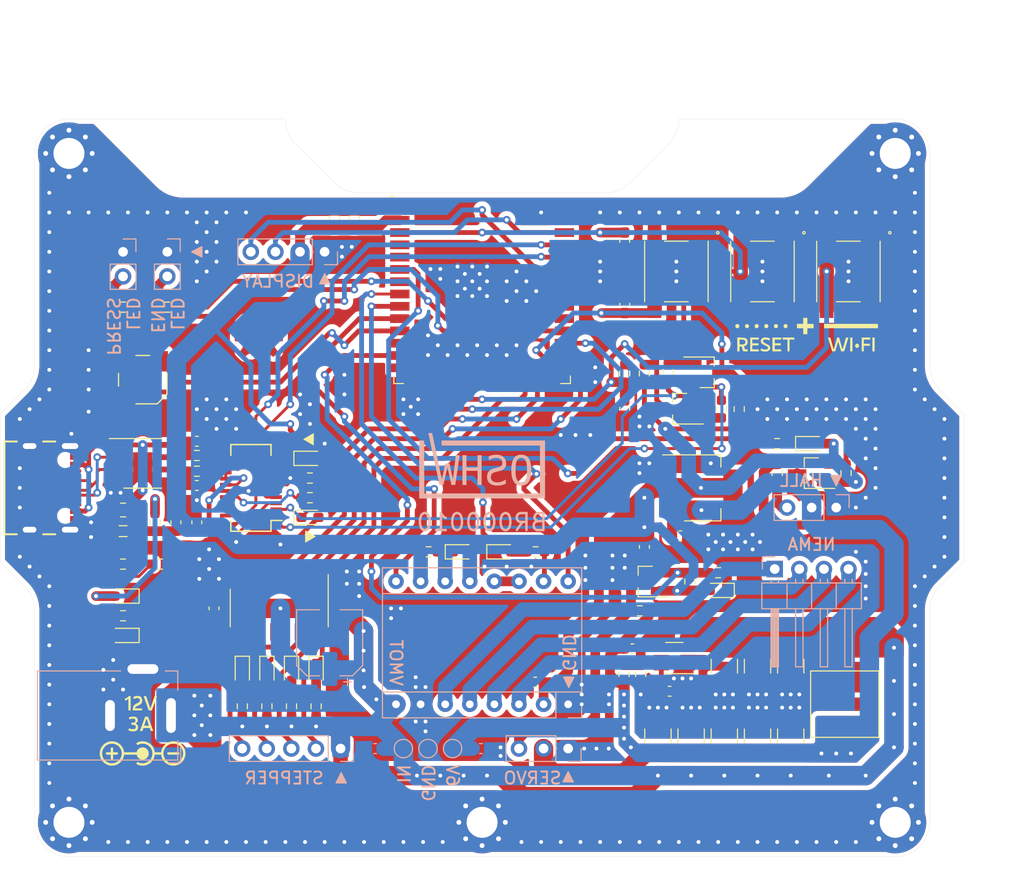
<source format=kicad_pcb>
(kicad_pcb (version 20211014) (generator pcbnew)
  (layers (0 "F.Cu" signal) (1 "In1.Cu" power) (2 "In2.Cu" power) (31 "B.Cu" signal) (34 "B.Paste" user) (35 "F.Paste" user) (36 "B.SilkS" user "B.Silkscreen") (37 "F.SilkS" user "F.Silkscreen") (38 "B.Mask" user) (39 "F.Mask" user) (44 "Edge.Cuts" user))
  (net 0 "")
  (net 1 "+12V")
  (net 2 "GNDREF")
  (net 3 "+3.3V")
  (net 4 "+6V")
  (net 5 "EN")
  (net 6 "HALL")
  (net 7 "SERVO")
  (net 8 "D+")
  (net 9 "D-")
  (net 10 "RTS")
  (net 11 "DTR")
  (net 12 "IO33 NEMA DIR")
  (net 13 "IO13 WIFI RST")
  (net 14 "IO0 DFU")
  (net 15 "IO32 NEMA STEP")
  (net 16 "IO25 NEMA ENA")
  (net 17 "IO34 HALL")
  (net 18 "IO14 SERVO")
  (net 19 "IO5 LED END")
  (net 20 "IO17 LED PRESS")
  (net 21 "IO15 ULN 1")
  (net 22 "IO2 ULN 3")
  (net 23 "IO4 ULN 2")
  (net 24 "IO16 ULN 4")
  (net 25 "IO22 OLED SCL")
  (net 26 "IO21 OLED SDA")
  (net 27 "IO3 RXD")
  (net 28 "IO1 TXD")
  (net 29 "Net-(D_RX1-Pad1)")
  (net 30 "Net-(D_TX1-Pad1)")
  (net 31 "VBUS")
  (net 32 "Net-(A_NEMA1-Pad3)")
  (net 33 "Net-(A_NEMA1-Pad4)")
  (net 34 "Net-(A_NEMA1-Pad5)")
  (net 35 "Net-(A_NEMA1-Pad6)")
  (net 36 "Net-(A_NEMA1-Pad13)")
  (net 37 "Net-(C_POW_6V_FF1-Pad2)")
  (net 38 "Net-(C_POW_BST1-Pad1)")
  (net 39 "Net-(D_NEMA2-Pad2)")
  (net 40 "Net-(D_POW2-Pad2)")
  (net 41 "Net-(D_STP1-Pad2)")
  (net 42 "Net-(D_STP2-Pad2)")
  (net 43 "Net-(D_STP3-Pad2)")
  (net 44 "Net-(D_STP4-Pad2)")
  (net 45 "Net-(D_USB1-Pad2)")
  (net 46 "Net-(FB_USB1-Pad1)")
  (net 48 "Net-(J_USB1-PadB5)")
  (net 50 "Net-(J_USB1-PadA5)")
  (net 51 "Net-(Q_AUTO1-Pad1)")
  (net 52 "Net-(Q_AUTO2-Pad1)")
  (net 53 "Net-(R_RX1-Pad2)")
  (net 54 "Net-(R_SER1-Pad1)")
  (net 55 "Net-(R_SER2-Pad1)")
  (net 56 "Net-(R_TX1-Pad2)")
  (net 84 "Net-(J_LEDE1-Pad2)")
  (net 85 "Net-(J_LEDP1-Pad2)")
  (net 86 "Net-(D_STP1-Pad1)")
  (net 87 "Net-(D_STP2-Pad1)")
  (net 88 "Net-(D_STP3-Pad1)")
  (net 89 "Net-(D_STP4-Pad1)")
  (net 90 "Net-(F_USB1-Pad1)")
  (net 91 "Net-(C_POW_BST1-Pad2)")
  (net 92 "/USB-C 2.0/USBD1+")
  (net 93 "/USB-C 2.0/USBD1-")
  (net 94 "Net-(U_SER1-Pad13)")
  (net 95 "Net-(D_HALL1-Pad1)")
  (net 96 "Net-(D_NEMA1-Pad1)")
  (net 97 "Net-(D_SERVO1-Pad1)")
  (net 98 "/MCU/IO26 BUZZER OUT")
  (footprint "Capacitor_SMD:C_0603_1608Metric_Pad1.08x0.95mm_HandSolder" (layer "F.Cu") (at 165.1 -217.424 90)
    (fp_text reference "C_MCU1" hide)
    (fp_text value "0.1uF 50V")
  )
  (footprint "LED_SMD:LED_0603_1608Metric_Pad1.05x0.95mm_HandSolder" (layer "F.Cu") (at 180.453 -182.88)
    (fp_text reference "D_NEMA2" hide)
    (fp_text value "LED white")
  )
  (footprint "Resistor_SMD:R_0603_1608Metric_Pad0.98x0.95mm_HandSolder" (layer "F.Cu") (at 161.163 -166.9275 90)
    (fp_text reference "R_STP1" hide)
    (fp_text value "430R")
  )
  (footprint "Package_SO:SSOP-20_3.9x8.7mm_P0.635mm" (layer "F.Cu") (at 154.432 -189.484 180)
    (fp_text reference "U_SER1" hide)
    (fp_text value "FT231XS-R")
  )
  (footprint "Capacitor_SMD:C_0603_1608Metric_Pad1.08x0.95mm_HandSolder" (layer "F.Cu") (at 183.7955 -169.418)
    (fp_text reference "C_NEMA2" hide)
    (fp_text value "10uF 12V 5mOhm")
  )
  (footprint "Capacitor_SMD:C_0603_1608Metric_Pad1.08x0.95mm_HandSolder" (layer "F.Cu") (at 148.844 -185.928 90)
    (fp_text reference "C_SER4" hide)
    (fp_text value "0.1uF 50V")
  )
  (footprint "MountingHole:MountingHole_3.2mm_M3_Pad_Via" (layer "F.Cu") (at 135.636 -154.94)
    (fp_text reference "H4" hide)
    (fp_text value "M3")
  )
  (footprint "LED_SMD:LED_0603_1608Metric_Pad1.05x0.95mm_HandSolder" (layer "F.Cu") (at 141.224 -178.308 180)
    (fp_text reference "D_USB1" hide)
    (fp_text value "LED white")
  )
  (footprint "b3fs:B3FS-1000" (layer "F.Cu") (at 216.142 -211.835999 -90)
    (fp_text reference "SW_WIFI1" hide)
    (fp_text value "B3FS-1000" hide)
  )
  (footprint "Resistor_SMD:R_0603_1608Metric_Pad0.98x0.95mm_HandSolder" (layer "F.Cu") (at 192.966 -170.257 -90)
    (fp_text reference "R_POW_FBT1" hide)
    (fp_text value "100K")
  )
  (footprint "Resistor_SMD:R_0603_1608Metric_Pad0.98x0.95mm_HandSolder" (layer "F.Cu") (at 148.844 -191.208 180)
    (fp_text reference "R_SER1" hide)
    (fp_text value "27R")
  )
  (footprint "Resistor_SMD:R_0603_1608Metric_Pad0.98x0.95mm_HandSolder" (layer "F.Cu") (at 195.072 -201.295 -90)
    (fp_text reference "R_ENA1" hide)
    (fp_text value "10K (5%)")
  )
  (footprint "Resistor_SMD:R_0603_1608Metric_Pad0.98x0.95mm_HandSolder" (layer "F.Cu") (at 172.783 -182.88)
    (fp_text reference "R_NEMA1" hide)
    (fp_text value "27R")
  )
  (footprint "Package_TO_SOT_SMD:SOT-23_Handsoldering" (layer "F.Cu") (at 198.7465 -197.662 180)
    (fp_text reference "Q_AUTO1" hide)
    (fp_text value "SS8050")
  )
  (footprint "LOGO" (layer "F.Cu") (at 178.308 -189.484)
    (fp_text reference "G***" hide)
    (fp_text value "LOGO" hide)
  )
  (footprint "Capacitor_SMD:C_0603_1608Metric_Pad1.08x0.95mm_HandSolder" (layer "F.Cu") (at 150.622 -177.038 -90)
    (fp_text reference "C_STP1" hide)
    (fp_text value "10uF 12V 5mOhm")
  )
  (footprint "MountingHole:MountingHole_3.2mm_M3_Pad_Via" (layer "F.Cu") (at 220.98 -154.94)
    (fp_text reference "H3" hide)
    (fp_text value "M3")
  )
  (footprint "Package_TO_SOT_SMD:SOT-23_Handsoldering" (layer "F.Cu") (at 201.525 -201.422)
    (fp_text reference "Q_AUTO2" hide)
    (fp_text value "SS8050")
  )
  (footprint "Capacitor_SMD:C_0603_1608Metric_Pad1.08x0.95mm_HandSolder" (layer "F.Cu") (at 197.6795 -168.479)
    (fp_text reference "C_POW_BST1" hide)
    (fp_text value "0.1uF 50V")
  )
  (footprint "Capacitor_SMD:C_0603_1608Metric_Pad1.08x0.95mm_HandSolder" (layer "F.Cu") (at 195.072 -183.388 -90)
    (fp_text reference "C_POW2" hide)
    (fp_text value "22uF 12V 1mOhm")
  )
  (footprint "Capacitor_SMD:C_0603_1608Metric_Pad1.08x0.95mm_HandSolder" (layer "F.Cu") (at 193.04 -197.662 90)
    (fp_text reference "C_WIFI1" hide)
    (fp_text value "0.1uF 50V")
  )
  (footprint "b3fs:B3FS-1000" (layer "F.Cu") (at 207.264 -211.836 -90)
    (fp_text reference "SW_ENA1" hide)
    (fp_text value "B3FS-1000" hide)
  )
  (footprint "Capacitor_SMD:C_0603_1608Metric_Pad1.08x0.95mm_HandSolder" (layer "F.Cu") (at 193.8285 -172.858)
    (fp_text reference "C_POW_6V_FF1" hide)
    (fp_text value "82pF 100V")
  )
  (footprint "Inductor_SMD:L_0805_2012Metric_Pad1.05x1.20mm_HandSolder" (layer "F.Cu") (at 141.224 -185.0155)
    (fp_text reference "FB_USB1" hide)
    (fp_text value "40 Ohms @ 100 MHz 1 Power")
  )
  (footprint "LOGO" (layer "F.Cu") (at 178.308 -189.484)
    (fp_text reference "G***" hide)
    (fp_text value "LOGO" hide)
  )
  (footprint "Capacitor_SMD:C_1210_3225Metric_Pad1.33x2.70mm_HandSolder" (layer "F.Cu") (at 210.185 -171.069 -90)
    (fp_text reference "C_POW_IN1" hide)
    (fp_text value "10uF 25V")
  )
  (footprint "Resistor_SMD:R_0603_1608Metric_Pad0.98x0.95mm_HandSolder" (layer "F.Cu") (at 160.528 -190.5 180)
    (fp_text reference "R_TX1" hide)
    (fp_text value "27R")
  )
  (footprint "Capacitor_SMD:C_1210_3225Metric_Pad1.33x2.70mm_HandSolder" (layer "F.Cu") (at 203.327 -163.8685 90)
    (fp_text reference "C_POW_OUT1" hide)
    (fp_text value "22uF 25V")
  )
  (footprint "Resistor_SMD:R_0603_1608Metric_Pad0.98x0.95mm_HandSolder" (layer "F.Cu") (at 145.796 -208.153 180)
    (fp_text reference "R_LEDE1" hide)
    (fp_text value "27R")
  )
  (footprint "andrei custom:opengear_small" (layer "F.Cu") (at 155.242974 -204.978)
    (fp_text reference "REF**" hide)
    (fp_text value "OSHW-Symbol_6.7x6mm_SilkScreen" hide)
  )
  (footprint "Resistor_SMD:R_0603_1608Metric_Pad0.98x0.95mm_HandSolder" (layer "F.Cu") (at 183.833 -182.88)
    (fp_text reference "R_NEMA2" hide)
    (fp_text value "27R")
  )
  (footprint "Resistor_SMD:R_0603_1608Metric_Pad0.98x0.95mm_HandSolder" (layer "F.Cu") (at 193.04 -201.295 90)
    (fp_text reference "R_WIFI1" hide)
    (fp_text value "10K(5%)")
  )
  (footprint "Capacitor_SMD:C_0603_1608Metric_Pad1.08x0.95mm_HandSolder" (layer "F.Cu") (at 163.068 -217.424 -90)
    (fp_text reference "C_MCU2" hide)
    (fp_text value "22uF 12V 1mOhm")
  )
  (footprint "Package_TO_SOT_SMD:SOT-23-6_Handsoldering" (layer "F.Cu") (at 198.167 -171.908 180)
    (fp_text reference "U_POW1" hide)
    (fp_text value "~" hide)
  )
  (footprint "LED_SMD:LED_0603_1608Metric_Pad1.05x0.95mm_HandSolder" (layer "F.Cu") (at 158.623 -170.434 -90)
    (fp_text reference "D_STP2" hide)
    (fp_text value "LED white")
  )
  (footprint "Resistor_SMD:R_0603_1608Metric_Pad0.98x0.95mm_HandSolder" (layer "F.Cu") (at 158.623 -166.9275 90)
    (fp_text reference "R_STP2" hide)
    (fp_text value "430R")
  )
  (footprint "Capacitor_SMD:C_1210_3225Metric_Pad1.33x2.70mm_HandSolder" (layer "F.Cu") (at 196.469 -163.8685 90)
    (fp_text reference "C_POW_OUT3" hide)
    (fp_text value "22uF 25V")
  )
  (footprint "Capacitor_SMD:C_0603_1608Metric_Pad1.08x0.95mm_HandSolder" (layer "F.Cu") (at 193.04 -208.407 -90)
    (fp_text reference "C_DFU1" hide)
    (fp_text value "0.1uF 50V")
  )
  (footprint "LED_SMD:LED_0603_1608Metric_Pad1.05x0.95mm_HandSolder" (layer "F.Cu") (at 161.163 -170.434 -90)
    (fp_text reference "D_STP1" hide)
    (fp_text value "LED white")
  )
  (footprint "Capacitor_SMD:C_1210_3225Metric_Pad1.33x2.70mm_HandSolder" (layer "F.Cu") (at 210.185 -163.8685 90)
    (fp_text reference "C_POW_OUT4" hide)
    (fp_text value "22uF 25V")
  )
  (footprint "Fuse:Fuse_0805_2012Metric_Pad1.15x1.40mm_HandSolder" (layer "F.Cu") (at 141.224 -187.198 180)
    (fp_text reference "F_USB1" hide)
    (fp_text value "6V 750mA")
  )
  (footprint "Resistor_SMD:R_0603_1608Metric_Pad0.98x0.95mm_HandSolder" (layer "F.Cu") (at 153.543 -166.9275 90)
    (fp_text reference "R_STP4" hide)
    (fp_text value "430R")
  )
  (footprint "Resistor_SMD:R_0603_1608Metric_Pad0.98x0.95mm_HandSolder" (layer "F.Cu") (at 148.844 -192.828 180)
    (fp_text reference "R_SER2" hide)
    (fp_text value "27R")
  )
  (footprint "b3fs:B3FS-1000" (layer "F.Cu") (at 198.374 -211.836 -90)
    (fp_text reference "SW_DFU1" hide)
    (fp_text value "B3FS-1000" hide)
  )
  (footprint "LED_SMD:LED_0603_1608Metric_Pad1.05x0.95mm_HandSolder" (layer "F.Cu") (at 153.543 -170.434 -90)
    (fp_text reference "D_STP4" hide)
    (fp_text value "LED white")
  )
  (footprint "MountingHole:MountingHole_3.2mm_M3_Pad_Via" (layer "F.Cu") (at 220.98 -224.028)
    (fp_text reference "H2" hide)
    (fp_text value "M3")
  )
  (footprint "Resistor_SMD:R_0603_1608Metric_Pad0.98x0.95mm_HandSolder" (layer "F.Cu") (at 208.788 -194.056)
    (fp_text reference "R_HALL3" hide)
    (fp_text value "27R")
  )
  (footprint "Resistor_SMD:R_0603_1608Metric_Pad0.98x0.95mm_HandSolder" (layer "F.Cu") (at 145.034 -181.61 180)
    (fp_text reference "R_USB1" hide)
    (fp_text value "5.1K (10%)")
  )
  (footprint "Resistor_SMD:R_0603_1608Metric_Pad0.98x0.95mm_HandSolder" (layer "F.Cu") (at 160.528 -188.468 180)
    (fp_text reference "R_RX1" hide)
    (fp_text value "27R")
  )
  (footprint "Resistor_SMD:R_0603_1608Metric_Pad0.98x0.95mm_HandSolder" (layer "F.Cu") (at 141.224 -176.276 180)
    (fp_text reference "R_POW6" hide)
    (fp_text value "430R")
  )
  (footprint "Resistor_SMD:R_0603_1608Metric_Pad0.98x0.95mm_HandSolder" (layer "F.Cu") (at 144.526 -185.928 -90)
    (fp_text reference "R_USB3" hide)
    (fp_text value "100R")
  )
  (footprint "Capacitor_SMD:C_0603_1608Metric_Pad1.08x0.95mm_HandSolder" (layer "F.Cu") (at 148.844 -189.732 180)
    (fp_text reference "C_SER2" hide)
    (fp_text value "47pF 5V")
  )
  (footprint "Capacitor_SMD:C_0603_1608Metric_Pad1.08x0.95mm_HandSolder" (layer "F.Cu") (at 148.844 -194.304 180)
    (fp_text reference "C_SER3" hide)
    (fp_text value "47pF 5V")
  )
  (footprint "Resistor_SMD:R_0603_1608Metric_Pad0.98x0.95mm_HandSolder" (layer "F.Cu") (at 215.9 -191.008 -90)
    (fp_text reference "R_HALL2" hide)
    (fp_text value "10K (5%)")
  )
  (footprint "Resistor_SMD:R_0603_1608Metric_Pad0.98x0.95mm_HandSolder" (layer "F.Cu") (at 141.224 -181.61 180)
    (fp_text reference "R_USB2" hide)
    (fp_text value "5.1K (10%)")
  )
  (footprint "Capacitor_SMD:C_1210_3225Metric_Pad1.33x2.70mm_HandSolder" (layer "F.Cu") (at 206.756 -171.069 -90)
    (fp_text reference "C_POW_IN2" hide)
    (fp_text value "10uF 25V")
  )
  (footprint "LOGO" (layer "F.Cu") (at 178.308 -189.24165)
    (fp_text reference "G***" hide)
    (fp_text value "LOGO" hide)
  )
  (footprint "Package_SO:SOIC-16_3.9x9.9mm_P1.27mm" (layer "F.Cu") (at 157.353 -177.0815 -90)
    (fp_text reference "U_STP1" hide)
    (fp_text value "ULN2003")
  )
  (footprint "Resistor_SMD:R_0603_1608Metric_Pad0.98x0.95mm_HandSolder" (layer "F.Cu") (at 197.5425 -201.4595 90)
    (fp_text reference "R_AUTO2" hide)
    (fp_text value "10K (5%)")
  )
  (footprint "Package_TO_SOT_SMD:SOT-23_Handsoldering" (layer "F.Cu") (at 195.1855 -179.8085 180)
    (fp_text reference "Q_SERVO1" hide)
    (fp_text value "BSS138LT3G")
  )
  (footprint "Resistor_SMD:R_0603_1608Metric_Pad0.98x0.95mm_HandSolder" (layer "F.Cu") (at 203.025 -197.6245 -90)
    (fp_text reference "R_AUTO1" hide)
    (fp_text value "10K (5%)")
  )
  (footprint "Resistor_SMD:R_0603_1608Metric_Pad0.98x0.95mm_HandSolder" (layer "F.Cu") (at 194.598 -176.784)
    (fp_text reference "R_SERVO1" hide)
    (fp_text value "10K (5%)")
  )
  (footprint "Resistor_SMD:R_0603_1608Metric_Pad0.98x0.95mm_HandSolder" (layer "F.Cu") (at 208.788 -191.008 90)
    (fp_text reference "R_HALL1" hide)
    (fp_text value "10K (5%)")
  )
  (footprint "LOGO" (layer "F.Cu") (at 178.308 -188.958854)
    (fp_text reference "G***" hide)
    (fp_text value "LOGO" hide)
  )
  (footprint "LED_SMD:LED_0603_1608Metric_Pad1.05x0.95mm_HandSolder" (layer "F.Cu") (at 160.528 -192.532)
    (fp_text reference "D_TX1" hide)
    (fp_text value "LED white")
  )
  (footprint "Package_SO:SOIC-8_3.9x4.9mm_P1.27mm" (layer "F.Cu") (at 143.256 -192.018)
    (fp_text reference "U_USB1" hide)
    (fp_text value "USB6B1")
  )
  (footprint "Capacitor_SMD:C_0603_1608Metric_Pad1.08x0.95mm_HandSolder" (layer "F.Cu") (at 146.685 -185.928 -90)
    (fp_text reference "C_SER5" hide)
    (fp_text value "10uF 12V 5mOhm")
  )
  (footprint "Resistor_SMD:R_0603_1608Metric_Pad0.98x0.95mm_HandSolder" (layer "F.Cu") (at 194.691 -170.257 90)
    (fp_text reference "R_POW_FFB1" hide)
    (fp_text value "11K")
  )
  (footprint "MountingHole:MountingHole_3.2mm_M3_Pad_Via" (layer "F.Cu") (at 135.636 -224.028)
    (fp_text reference "H1" hide)
    (fp_text value "M3")
  )
  (footprint "Capacitor_SMD:C_1210_3225Metric_Pad1.33x2.70mm_HandSolder" (layer "F.Cu") (at 199.898 -163.8685 90)
    (fp_text reference "C_POW_OUT2" hide)
    (fp_text value "22uF 25V")
  )
  (footprint "Capacitor_SMD:C_1210_3225Metric_Pad1.33x2.70mm_HandSolder" (layer "F.Cu") (at 206.756 -163.8685 90)
    (fp_text reference "C_POW_OUT5" hide)
    (fp_text value "22uF 25V")
  )
  (footprint "LED_SMD:LED_0603_1608Metric_Pad1.05x0.95mm_HandSolder" (layer "F.Cu") (at 202.692 -178.896 180)
    (fp_text reference "D_SERVO1" hide)
    (fp_text value "LED white")
  )
  (footprint "SRP6060FA:SRP6060FA-4R7M" (layer "F.Cu") (at 215.773 -167.1455 -90)
    (fp_text reference "L1" hide)
    (fp_text value "SRP6060FA-100M" hide)
  )
  (footprint "Resistor_SMD:R_0603_1608Metric_Pad0.98x0.95mm_HandSolder" (layer "F.Cu") (at 202.692 -180.721)
    (fp_text reference "R_SERVO3" hide)
    (fp_text value "27R")
  )
  (footprint "LED_SMD:LED_0603_1608Metric_Pad1.05x0.95mm_HandSolder" (layer "F.Cu") (at 212.344 -194.056)
    (fp_text reference "D_HALL1" hide)
    (fp_text value "LED white")
  )
  (footprint "Resistor_SMD:R_0603_1608Metric_Pad0.98x0.95mm_HandSolder" (layer "F.Cu") (at 204.864 -197.6245 90)
    (fp_text reference "R_DFU1" hide)
    (fp_text value "10K (5%)")
  )
  (footprint "LOGO" (layer "F.Cu") (at 147.066 -222.758)
    (fp_text reference "G***" hide)
    (fp_text value "LOGO" hide)
  )
  (footprint "Package_TO_SOT_SMD:SOT-23_Handsoldering" (layer "F.Cu") (at 212.344 -191.008 180)
    (fp_text reference "Q_HALL1" hide)
    (fp_text value "BSS138LT3G")
  )
  (footprint "SnapEDA Library:CUI_CSS-0575A-SMT" (layer "F.Cu") (at 143.256 -200.66 -90)
    (fp_text reference "LS1" hide)
    (fp_text value "CSS-0575A-SMT")
  )
  (footprint "Resistor_SMD:R_0603_1608Metric_Pad0.98x0.95mm_HandSolder" (layer "F.Cu") (at 141.224 -208.153 180)
    (fp_text reference "R_LEDP1" hide)
    (fp_text value "27R")
  )
  (footprint "LED_SMD:LED_0603_1608Metric_Pad1.05x0.95mm_HandSolder" (layer "F.Cu") (at 141.224 -174.244 180)
    (fp_text reference "D_POW2" hide)
    (fp_text value "LED white")
  )
  (footprint "Resistor_SMD:R_0603_1608Metric_Pad0.98x0.95mm_HandSolder" (layer "F.Cu") (at 199.771 -179.8085 -90)
    (fp_text reference "R_SERVO2" hide)
    (fp_text value "10K (5%)")
  )
  (footprint "Capacitor_SMD:C_0603_1608Metric_Pad1.08x0.95mm_HandSolder" (layer "F.Cu") (at 198.7785 -184.531)
    (fp_text reference "C_POW1" hide)
    (fp_text value "10uF 12V 5mOhm")
  )
  (footprint "LED_SMD:LED_0603_1608Metric_Pad1.05x0.95mm_HandSolder" (layer "F.Cu") (at 156.083 -170.434 -90)
    (fp_text reference "D_STP3" hide)
    (fp_text value "LED white")
  )
  (footprint "Resistor_SMD:R_0603_1608Metric_Pad0.98x0.95mm_HandSolder" (layer "F.Cu") (at 156.083 -166.9275 90)
    (fp_text reference "R_STP3" hide)
    (fp_text value "430R")
  )
  (footprint "LED_SMD:LED_0603_1608Metric_Pad1.05x0.95mm_HandSolder" (layer "F.Cu") (at 176.163 -182.88)
    (fp_text reference "D_NEMA1" hide)
    (fp_text value "LED white")
  )
  (footprint "MountingHole:MountingHole_3.2mm_M3_Pad_Via" (layer "F.Cu") (at 178.308 -154.94)
    (fp_text reference "H6" hide)
    (fp_text value "M3")
  )
  (footprint "Package_TO_SOT_SMD:SOT-223" (layer "F.Cu") (at 201.066 -189.484)
    (fp_text reference "U_POW2" hide)
    (fp_text value "AZ1117CH-3.3TRG1")
  )
  (footprint "RF_Module:ESP32-WROOM-32" (layer "F.Cu") (at 178.308 -210.142)
    (fp_text reference "U_MCU1" hide)
    (fp_text value "ESP32-WROOM-32")
  )
  (footprint "Capacitor_SMD:C_1210_3225Metric_Pad1.33x2.70mm_HandSolder" (layer "F.Cu") (at 203.327 -171.069 -90)
    (fp_text reference "C_POW_IN3" hide)
    (fp_text value "10uF 25V")
  )
  (footprint "Capacitor_SMD:C_0603_1608Metric_Pad1.08x0.95mm_HandSolder" (layer "F.Cu") (at 193.04 -214.9945 90)
    (fp_text reference "C_ENA1" hide)
    (fp_text value "0.1uF 50V")
  )
  (footprint "SnapEDA Library:GCT_USB4105-GF-A" (layer "F.Cu") (at 131.572 -189.484 -90)
    (fp_text reference "J_USB1" hide)
    (fp_text value "USB4105-GF-A")
  )
  (footprint "LED_SMD:LED_0603_1608Metric_Pad1.05x0.95mm_HandSolder" (layer "F.Cu") (at 160.528 -186.436)
    (fp_text reference "D_RX1" hide)
    (fp_text value "LED white")
  )
  (footprint "Capacitor_SMD:C_0603_1608Metric_Pad1.08x0.95mm_HandSolder" (layer "B.Cu") (at 178.181 -162.56)
    (fp_text reference "C_POW_BST3" hide)
    (fp_text value "0.1uF 50V")
  )
  (footprint "Capacitor_SMD:C_0603_1608Metric_Pad1.08x0.95mm_HandSolder" (layer "B.Cu") (at 167.259 -162.56)
    (fp_text reference "C_POW_BST2" hide)
    (fp_text value "0.33uF 50V")
  )
  (footprint "TestPoint:TestPoint_Pad_D1.5mm" (layer "B.Cu") (at 170.18 -162.56 180)
    (fp_text reference "J_B_12v_1" hide)
    (fp_text value "TestPoint")
  )
  (footprint "Connector_PinHeader_2.54mm:PinHeader_1x03_P2.54mm_Vertical" (layer "B.Cu") (at 187.198 -162.56 90)
    (fp_text reference "J_SERVO1" hide)
    (fp_text value "Conn_01x03_Male")
  )
  (footprint "SnapEDA Library:Pololu_Breakout-16_15.2x20.3mm" (layer "B.Cu") (at 187.198 -167.132 90)
    (fp_text reference "A_NEMA1" hide)
    (fp_text value "8+8 pin")
  )
  (footprint "TestPoint:TestPoint_Pad_D1.5mm" (layer "B.Cu") (at 175.26 -162.56 180)
    (fp_text reference "J_B_6v_1" hide)
    (fp_text value "TestPoint")
  )
  (footprint "Connector_PinHeader_2.54mm:PinHeader_1x04_P2.54mm_Vertical" (layer "B.Cu") (at 162.042 -213.868 90)
    (fp_text reference "J_OLED1" hide)
    (fp_text value "Conn_01x04_Male")
  )
  (footprint "Connector_PinHeader_2.54mm:PinHeader_1x04_P2.54mm_Horizontal" (layer "B.Cu") (at 208.534 -181.102 -90)
    (fp_text reference "J_NEMA1" hide)
    (fp_text value "Conn_01x04_Male")
  )
  (footprint "LOGO" (layer "B.Cu") (at 178.308 -191.77 180)
    (fp_text reference "G***" hide)
    (fp_text value "LOGO" hide)
  )
  (footprint "Connector_PinSocket_2.54mm:PinSocket_1x03_P2.54mm_Vertical" (layer "B.Cu") (at 214.884 -187.452 90)
    (fp_text reference "J_HALL1" hide)
    (fp_text value "Conn_01x03_Female")
  )
  (footprint "Connector_PinHeader_2.54mm:PinHeader_1x02_P2.54mm_Vertical" (layer "B.Cu") (at 141.224 -213.863 180)
    (fp_text reference "J_LEDP1" hide)
    (fp_text value "Conn_01x02_Male")
  )
  (footprint "SnapEDA Library:BarrelJack_GCT_DCJ200-10-A_Horizontal" (layer "B.Cu") (at 146.177 -165.974 90)
    (fp_text reference "J_POW1" hide)
    (fp_text value "Barrel_Jack_Switch")
  )
  (footprint "Capacitor_SMD:CP_Elec_6.3x7.7" (layer "B.Cu") (at 162.56 -173.482 90)
    (fp_text reference "C_NEMA1" hide)
    (fp_text value "100uF 25V")
  )
  (footprint "LOGO" (layer "B.Cu") (at 209.55 -222.25 180)
    (fp_text reference "G***" hide)
    (fp_text value "LOGO" hide)
  )
  (footprint "TestPoint:TestPoint_Pad_D1.5mm" (layer "B.Cu") (at 172.72 -162.56 180)
    (fp_text reference "J_B_GND_1" hide)
    (fp_text value "TestPoint")
  )
  (footprint "Connector_PinHeader_2.54mm:PinHeader_1x02_P2.54mm_Vertical" (layer "B.Cu") (at 145.796 -213.868 180)
    (fp_text reference "J_LEDE1" hide)
    (fp_text value "Conn_01x02_Male")
  )
  (footprint "Connector_PinHeader_2.54mm:PinHeader_1x05_P2.54mm_Vertical" (layer "B.Cu") (at 163.689 -162.56 90)
    (fp_text reference "J_28byj-48-12v_1" hide)
    (fp_text value "Conn_01x05_Male")
  )
  (gr_poly (pts (xy 187.198 -160.147) (xy 187.706 -159.131) (xy 186.69 -159.131)) (layer "B.SilkS") (width 0.15) (fill solid))
  (gr_poly (pts (xy 214.884 -189.738) (xy 214.376 -190.754) (xy 215.392 -190.754)) (layer "B.SilkS") (width 0.15) (fill solid))
  (gr_poly (pts (xy 187.263 -168.91) (xy 186.755 -169.926) (xy 187.771 -169.926)) (layer "B.SilkS") (width 0.15) (fill solid))
  (gr_poly (pts (xy 163.7538 -160.0454) (xy 164.2618 -159.0294) (xy 163.2458 -159.0294)) (layer "B.SilkS") (width 0.15) (fill solid))
  (gr_poly (pts (xy 162.052 -211.582) (xy 162.56 -210.566) (xy 161.544 -210.566)) (layer "B.SilkS") (width 0.15) (fill solid))
  (gr_poly (pts (xy 148.336 -213.868) (xy 149.352 -214.376) (xy 149.352 -213.36)) (layer "B.SilkS") (width 0.15) (fill solid))
  (gr_line (start 144.379749 -162.052002) (end 145.27631 -162.052002) (layer "F.SilkS") (width 0.25))
  (gr_circle (center 143.24431 -162.052002) (end 143.24431 -162.560002) (layer "F.SilkS") (width 0.25) (fill solid))
  (gr_line (start 146.920232 -162.052002) (end 145.904232 -162.052002) (layer "F.SilkS") (width 0.25))
  (gr_line (start 141.211827 -162.052002) (end 143.243976 -162.052002) (layer "F.SilkS") (width 0.25))
  (gr_arc (start 142.73631 -163.068002) (mid 144.379784 -162.052002) (end 142.73631 -161.036002) (layer "F.SilkS") (width 0.25))
  (gr_line (start 139.567905 -162.052002) (end 140.583905 -162.052002) (layer "F.SilkS") (width 0.25))
  (gr_circle (center 146.412232 -162.052002) (end 146.412232 -163.187925) (layer "F.SilkS") (width 0.25) (fill none))
  (gr_line (start 140.075905 -161.544002) (end 140.075905 -162.560002) (layer "F.SilkS") (width 0.25))
  (gr_circle (center 140.075905 -162.052002) (end 140.075905 -163.187925) (layer "F.SilkS") (width 0.25) (fill none))
  (gr_line (start 134.560258 -151.550617) (end 134.445168 -151.58932) (layer "Edge.Cuts") (width 0.02))
  (gr_line (start 131.831791 -178.139401) (end 131.785272 -178.251708) (layer "Edge.Cuts") (width 0.02))
  (gr_line (start 221.821934 -151.485107) (end 221.70349 -151.458377) (layer "Edge.Cuts") (width 0.02))
  (gr_line (start 192.134352 -220.130805) (end 192.249571 -220.169551) (layer "Edge.Cuts") (width 0.02))
  (gr_line (start 198.625925 -227.413058) (end 198.628 -227.5346) (layer "Edge.Cuts") (width 0.02))
  (gr_line (start 228.092 -197.104) (end 228.092 -181.864) (layer "Edge.Cuts") (width 0.02))
  (gr_line (start 134.331466 -151.63193) (end 134.219286 -151.678397) (layer "Edge.Cuts") (width 0.02))
  (gr_line (start 198.609336 -227.17054) (end 198.619701 -227.291657) (layer "Edge.Cuts") (width 0.02))
  (gr_line (start 223.885145 -226.078675) (end 223.953464 -225.978295) (layer "Edge.Cuts") (width 0.02))
  (gr_line (start 222.507243 -151.728666) (end 222.396714 -151.678397) (layer "Edge.Cuts") (width 0.02))
  (gr_line (start 133.685705 -151.966536) (end 133.585325 -152.034855) (layer "Edge.Cuts") (width 0.02))
  (gr_line (start 193.5747 -221.0067) (end 197.5853 -225.0173) (layer "Edge.Cuts") (width 0.02))
  (gr_line (start 224.404134 -153.980603) (end 224.369383 -153.864258) (layer "Edge.Cuts") (width 0.02))
  (gr_line (start 223.224149 -226.786429) (end 223.317016 -226.708204) (layer "Edge.Cuts") (width 0.02))
  (gr_line (start 224.191334 -225.555243) (end 224.241603 -225.444714) (layer "Edge.Cuts") (width 0.02))
  (gr_line (start 223.128665 -152.106561) (end 223.030675 -152.034855) (layer "Edge.Cuts") (width 0.02))
  (gr_line (start 223.738429 -152.695851) (end 223.660204 -152.602984) (layer "Edge.Cuts") (width 0.02))
  (gr_line (start 131.121776 -199.704711) (end 131.203218 -199.794955) (layer "Edge.Cuts") (width 0.02))
  (gr_line (start 222.827641 -151.901685) (end 222.722832 -151.840375) (layer "Edge.Cuts") (width 0.02))
  (gr_line (start 191.781703 -220.038461) (end 191.900281 -220.065221) (layer "Edge.Cuts") (width 0.02))
  (gr_line (start 132.061336 -177.19746) (end 132.046842 -177.318153) (layer "Edge.Cuts") (width 0.02))
  (gr_line (start 221.70349 -151.458377) (end 221.584201 -151.435706) (layer "Edge.Cuts") (width 0.02))
  (gr_line (start 224.538075 -202.013058) (end 224.544299 -201.891657) (layer "Edge.Cuts") (width 0.02))
  (gr_line (start 131.785272 -200.716292) (end 131.831791 -200.828599) (layer "Edge.Cuts") (width 0.02))
  (gr_line (start 132.424666 -153.412757) (end 132.374397 -153.523286) (layer "Edge.Cuts") (width 0.02))
  (gr_line (start 163.407519 -220.687374) (end 163.505618 -220.615587) (layer "Edge.Cuts") (width 0.02))
  (gr_line (start 132.046842 -177.318153) (end 132.028236 -177.438281) (layer "Edge.Cuts") (width 0.02))
  (gr_line (start 224.484294 -154.335799) (end 224.461623 -154.21651) (layer "Edge.Cuts") (width 0.02))
  (gr_line (start 225.187587 -178.886382) (end 225.119192 -178.785888) (layer "Edge.Cuts") (width 0.02))
  (gr_line (start 224.610461 -201.410297) (end 224.637221 -201.291719) (layer "Edge.Cuts") (width 0.02))
  (gr_line (start 131.0373 -179.3507) (end 128.524 -181.864) (layer "Edge.Cuts") (width 0.02))
  (gr_line (start 132.028236 -201.529719) (end 132.046842 -201.649847) (layer "Edge.Cuts") (width 0.02))
  (gr_line (start 225.494224 -179.263289) (end 225.412782 -179.173045) (layer "Edge.Cuts") (width 0.02))
  (gr_line (start 198.422449 -226.342429) (end 198.461195 -226.457648) (layer "Edge.Cuts") (width 0.02))
  (gr_line (start 158.444889 -225.789808) (end 158.506267 -225.684881) (layer "Edge.Cuts") (width 0.02))
  (gr_line (start 224.517357 -154.576349) (end 224.502879 -154.455791) (layer "Edge.Cuts") (width 0.02))
  (gr_line (start 132.113121 -154.455791) (end 132.098643 -154.576349) (layer "Edge.Cuts") (width 0.02))
  (gr_line (start 198.628 -227.5346) (end 198.628 -227.584) (layer "Edge.Cuts") (width 0.02))
  (gr_line (start 223.407159 -152.341147) (end 223.317016 -152.259796) (layer "Edge.Cuts") (width 0.02))
  (gr_line (start 224.52771 -224.27067) (end 224.533927 -224.149406) (layer "Edge.Cuts") (width 0.02))
  (gr_line (start 224.33068 -225.218832) (end 224.369383 -225.103742) (layer "Edge.Cuts") (width 0.02))
  (gr_line (start 192.802192 -220.420889) (end 192.907119 -220.482267) (layer "Edge.Cuts") (width 0.02))
  (gr_line (start 224.13732 -225.663991) (end 224.191334 -225.555243) (layer "Edge.Cuts") (width 0.02))
  (gr_line (start 225.494224 -199.704711) (end 225.5787 -199.6173) (layer "Edge.Cuts") (width 0.02))
  (gr_line (start 132.071701 -177.076343) (end 132.061336 -177.19746) (layer "Edge.Cuts") (width 0.02))
  (gr_line (start 132.077925 -202.013058) (end 132.08 -202.1346) (layer "Edge.Cuts") (width 0.02))
  (gr_line (start 131.496808 -200.182112) (end 131.561733 -200.284881) (layer "Edge.Cuts") (width 0.02))
  (gr_line (start 164.953719 -220.015764) (end 165.073847 -219.997158) (layer "Edge.Cuts") (width 0.02))
  (gr_line (start 224.668014 -177.793876) (end 224.637221 -177.676281) (layer "Edge.Cuts") (width 0.02))
  (gr_line (start 222.722832 -227.127625) (end 222.827641 -227.066315) (layer "Edge.Cuts") (width 0.02))
  (gr_line (start 133.585325 -152.034855) (end 133.487335 -152.106561) (layer "Edge.Cuts") (width 0.02))
  (gr_line (start 133.121528 -152.425528) (end 133.037147 -152.512841) (layer "Edge.Cuts") (width 0.02))
  (gr_line (start 197.829532 -225.287927) (end 197.904626 -225.383519) (layer "Edge.Cuts") (width 0.02))
  (gr_line (start 132.08829 -154.69733) (end 132.082073 -154.818594) (layer "Edge.Cuts") (width 0.02))
  (gr_line (start 222.170832 -227.37868) (end 222.284534 -227.33607) (layer "Edge.Cuts") (width 0.02))
  (gr_line (start 133.037147 -226.455159) (end 133.121528 -226.542472) (layer "Edge.Cuts") (width 0.02))
  (gr_line (start 224.434893 -154.098066) (end 224.404134 -153.980603) (layer "Edge.Cuts") (width 0.02))
  (gr_line (start 132.536375 -153.197168) (end 132.47868 -153.304009) (layer "Edge.Cuts") (width 0.02))
  (gr_line (start 158.506267 -225.684881) (end 158.571192 -225.582112) (layer "Edge.Cuts") (width 0.02))
  (gr_line (start 131.0373 -199.6173) (end 131.121776 -199.704711) (layer "Edge.Cuts") (width 0.02))
  (gr_line (start 224.554664 -177.19746) (end 224.544299 -177.076343) (layer "Edge.Cuts") (width 0.02))
  (gr_line (start 135.636 -227.584) (end 157.988 -227.584) (layer "Edge.Cuts") (width 0.02))
  (gr_line (start 193.110382 -220.615587) (end 193.208481 -220.687374) (layer "Edge.Cuts") (width 0.02))
  (gr_line (start 224.637221 -177.676281) (end 224.610461 -177.557703) (layer "Edge.Cuts") (width 0.02))
  (gr_line (start 224.241603 -225.444714) (end 224.28807 -225.332534) (layer "Edge.Cuts") (width 0.02))
  (gr_line (start 222.930295 -151.966536) (end 222.827641 -151.901685) (layer "Edge.Cuts") (width 0.02))
  (gr_line (start 133.487335 -152.106561) (end 133.391851 -152.181571) (layer "Edge.Cuts") (width 0.02))
  (gr_line (start 132.08 -202.1346) (end 132.08 -224.028) (layer "Edge.Cuts") (width 0.02))
  (gr_line (start 132.536375 -225.770832) (end 132.597685 -225.875641) (layer "Edge.Cuts") (width 0.02))
  (gr_line (start 134.445168 -227.37868) (end 134.560258 -227.417383) (layer "Edge.Cuts") (width 0.02))
  (gr_line (start 133.391851 -152.181571) (end 133.298984 -152.259796) (layer "Edge.Cuts") (width 0.02))
  (gr_line (start 135.514594 -227.581927) (end 135.636 -227.584) (layer "Edge.Cuts") (width 0.02))
  (gr_line (start 198.044808 -225.582112) (end 198.109733 -225.684881) (layer "Edge.Cuts") (width 0.02))
  (gr_line (start 191.300343 -219.972299) (end 191.42146 -219.982664) (layer "Edge.Cuts") (width 0.02))
  (gr_line (start 224.52771 -154.69733) (end 224.517357 -154.576349) (layer "Edge.Cuts") (width 0.02))
  (gr_line (start 132.374397 -153.523286) (end 132.32793 -153.635466) (layer "Edge.Cuts") (width 0.02))
  (gr_line (start 163.0413 -221.0067) (end 163.128711 -220.922224) (layer "Edge.Cuts") (width 0.02))
  (gr_line (start 225.412782 -179.173045) (end 225.334468 -179.080073) (layer "Edge.Cuts") (width 0.02))
  (gr_line (start 131.428413 -178.886382) (end 131.356626 -178.984481) (layer "Edge.Cuts") (width 0.02))
  (gr_line (start 198.495986 -226.574124) (end 198.526779 -226.691719) (layer "Edge.Cuts") (width 0.02))
  (gr_line (start 192.907119 -220.482267) (end 193.009888 -220.547192) (layer "Edge.Cuts") (width 0.02))
  (gr_line (start 132.08 -154.94) (end 132.08 -176.8334) (layer "Edge.Cuts") (width 0.02))
  (gr_line (start 134.219286 -227.289603) (end 134.331466 -227.33607) (layer "Edge.Cuts") (width 0.02))
  (gr_line (start 132.211866 -153.980603) (end 132.181107 -154.098066) (layer "Edge.Cuts") (width 0.02))
  (gr_line (start 132.662536 -152.989705) (end 132.597685 -153.092359) (layer "Edge.Cuts") (width 0.02))
  (gr_line (start 222.930295 -227.001464) (end 223.030675 -226.933145) (layer "Edge.Cuts") (width 0.02))
  (gr_line (start 158.864782 -225.194955) (end 158.946224 -225.104711) (layer "Edge.Cuts") (width 0.02))
  (gr_line (start 198.228871 -225.896769) (end 198.282946 -226.005639) (layer "Edge.Cuts") (width 0.02))
  (gr_line (start 158.154805 -226.457648) (end 158.193551 -226.342429) (layer "Edge.Cuts") (width 0.02))
  (gr_line (start 221.464209 -151.417121) (end 221.343651 -151.402643) (layer "Edge.Cuts") (width 0.02))
  (gr_line (start 197.751218 -225.194955) (end 197.829532 -225.287927) (layer "Edge.Cuts") (width 0.02))
  (gr_line (start 224.830728 -200.716292) (end 224.881054 -200.605639) (layer "Edge.Cuts") (width 0.02))
  (gr_line (start 224.018315 -153.092359) (end 223.953464 -152.989705) (layer "Edge.Cuts") (width 0.02))
  (gr_line (start 131.734946 -178.362361) (end 131.680871 -178.471231) (layer "Edge.Cuts") (width 0.02))
  (gr_line (start 223.317016 -152.259796) (end 223.224149 -152.181571) (layer "Edge.Cuts") (width 0.02))
  (gr_line (start 157.996299 -227.291657) (end 158.006664 -227.17054) (layer "Edge.Cuts") (width 0.02))
  (gr_line (start 221.22267 -151.39229) (end 221.101406 -151.386073) (layer "Edge.Cuts") (width 0.02))
  (gr_line (start 221.101406 -227.581927) (end 221.22267 -227.57571) (layer "Edge.Cuts") (width 0.02))
  (gr_line (start 132.597685 -225.875641) (end 132.662536 -225.978295) (layer "Edge.Cuts") (width 0.02))
  (gr_line (start 192.249571 -220.169551) (end 192.363401 -220.212209) (layer "Edge.Cuts") (width 0.02))
  (gr_line (start 224.191334 -153.412757) (end 224.13732 -153.304009) (layer "Edge.Cuts") (width 0.02))
  (gr_line (start 198.379791 -226.228599) (end 198.422449 -226.342429) (layer "Edge.Cuts") (width 0.02))
  (gr_line (start 131.913195 -201.057648) (end 131.947986 -201.174124) (layer "Edge.Cuts") (width 0.02))
  (gr_line (start 222.396714 -227.289603) (end 222.507243 -227.239334) (layer "Edge.Cuts") (width 0.02))
  (gr_line (start 225.187587 -200.081618) (end 225.259374 -199.983519) (layer "Edge.Cuts") (width 0.02))
  (gr_line (start 132.28532 -153.749168) (end 132.246617 -153.864258) (layer "Edge.Cuts") (width 0.02))
  (gr_line (start 134.219286 -151.678397) (end 134.108757 -151.728666) (layer "Edge.Cuts") (width 0.02))
  (gr_line (start 164.598124 -220.096014) (end 164.715719 -220.065221) (layer "Edge.Cuts") (width 0.02))
  (gr_line (start 192.695231 -220.363129) (end 192.802192 -220.420889) (layer "Edge.Cuts") (width 0.02))
  (gr_line (start 132.046842 -201.649847) (end 132.061336 -201.77054) (layer "Edge.Cuts") (width 0.02))
  (gr_line (start 132.597685 -153.092359) (end 132.536375 -153.197168) (layer "Edge.Cuts") (width 0.02))
  (gr_line (start 224.881054 -178.362361) (end 224.830728 -178.251708) (layer "Edge.Cuts") (width 0.02))
  (gr_line (start 133.585325 -226.933145) (end 133.685705 -227.001464) (layer "Edge.Cuts") (width 0.02))
  (gr_line (start 131.680871 -200.496769) (end 131.734946 -200.605639) (layer "Edge.Cuts") (width 0.02))
  (gr_line (start 223.224149 -152.181571) (end 223.128665 -152.106561) (layer "Edge.Cuts") (width 0.02))
  (gr_line (start 224.554664 -201.77054) (end 224.569158 -201.649847) (layer "Edge.Cuts") (width 0.02))
  (gr_line (start 224.28807 -153.635466) (end 224.241603 -153.523286) (layer "Edge.Cuts") (width 0.02))
  (gr_line (start 191.542153 -219.997158) (end 191.662281 -220.015764) (layer "Edge.Cuts") (width 0.02))
  (gr_line (start 158.006664 -227.17054) (end 158.021158 -227.049847) (layer "Edge.Cuts") (width 0.02))
  (gr_line (start 132.098643 -154.576349) (end 132.08829 -154.69733) (layer "Edge.Cuts") (width 0.02))
  (gr_line (start 133.037147 -152.512841) (end 132.955796 -152.602984) (layer "Edge.Cuts") (width 0.02))
  (gr_line (start 224.536 -176.8334) (end 224.536 -154.94) (layer "Edge.Cuts") (width 0.02))
  (gr_line (start 132.955796 -152.602984) (end 132.877571 -152.695851) (layer "Edge.Cuts") (width 0.02))
  (gr_line (start 197.5853 -225.0173) (end 197.669776 -225.104711) (layer "Edge.Cuts") (width 0.02))
  (gr_line (start 225.5787 -199.6173) (end 228.092 -197.104) (layer "Edge.Cuts") (width 0.02))
  (gr_line (start 132.181107 -224.869934) (end 132.211866 -224.987397) (layer "Edge.Cuts") (width 0.02))
  (gr_line (start 131.785272 -178.251708) (end 131.734946 -178.362361) (layer "Edge.Cuts") (width 0.02))
  (gr_line (start 198.619701 -227.291657) (end 198.625925 -227.413058) (layer "Edge.Cuts") (width 0.02))
  (gr_line (start 224.569158 -201.649847) (end 224.587764 -201.529719) (layer "Edge.Cuts") (width 0.02))
  (gr_line (start 132.082073 -154.818594) (end 132.08 -154.94) (layer "Edge.Cuts") (width 0.02))
  (gr_line (start 132.424666 -225.555243) (end 132.47868 -225.663991) (layer "Edge.Cuts") (width 0.02))
  (gr_line (start 131.978779 -201.291719) (end 132.005539 -201.410297) (layer "Edge.Cuts") (width 0.02))
  (gr_line (start 193.304073 -220.762468) (end 193.397045 -220.840782) (layer "Edge.Cuts") (width 0.02))
  (gr_line (start 134.794066 -227.482893) (end 134.91251 -227.509623) (layer "Edge.Cuts") (width 0.02))
  (gr_line (start 221.343651 -151.402643) (end 221.22267 -151.39229) (layer "Edge.Cuts") (width 0.02))
  (gr_line (start 223.953464 -152.989705) (end 223.885145 -152.889325) (layer "Edge.Cuts") (width 0.02))
  (gr_line (start 132.662536 -225.978295) (end 132.730855 -226.078675) (layer "Edge.Cuts") (width 0.02))
  (gr_line (start 132.181107 -154.098066) (end 132.154377 -154.21651) (layer "Edge.Cuts") (width 0.02))
  (gr_line (start 158.021158 -227.049847) (end 158.039764 -226.929719) (layer "Edge.Cuts") (width 0.02))
  (gr_line (start 158.120014 -226.574124) (end 158.154805 -226.457648) (layer "Edge.Cuts") (width 0.02))
  (gr_line (start 132.730855 -152.889325) (end 132.662536 -152.989705) (layer "Edge.Cuts") (width 0.02))
  (gr_line (start 132.028236 -177.438281) (end 132.005539 -177.557703) (layer "Edge.Cuts") (width 0.02))
  (gr_line (start 225.412782 -199.794955) (end 225.494224 -199.704711) (layer "Edge.Cuts") (width 0.02))
  (gr_line (start 135.39333 -227.57571) (end 135.514594 -227.581927) (layer "Edge.Cuts") (width 0.02))
  (gr_line (start 134.000009 -227.18532) (end 134.108757 -227.239334) (layer "Edge.Cuts") (width 0.02))
  (gr_line (start 132.32793 -153.635466) (end 132.28532 -153.749168) (layer "Edge.Cuts") (width 0.02))
  (gr_line (start 132.211866 -224.987397) (end 132.246617 -225.103742) (layer "Edge.Cuts") (width 0.02))
  (gr_line (start 223.660204 -152.602984) (end 223.578853 -152.512841) (layer "Edge.Cuts") (width 0.02))
  (gr_line (start 133.121528 -226.542472) (end 133.208841 -226.626853) (layer "Edge.Cuts") (width 0.02))
  (gr_line (start 128.524 -197.104) (end 131.0373 -199.6173) (layer "Edge.Cuts") (width 0.02))
  (gr_line (start 224.741551 -200.942429) (end 224.784209 -200.828599) (layer "Edge.Cuts") (width 0.02))
  (gr_line (start 221.584201 -227.532294) (end 221.70349 -227.509623) (layer "Edge.Cuts") (width 0.02))
  (gr_line (start 224.881054 -200.605639) (end 224.935129 -200.496769) (layer "Edge.Cuts") (width 0.02))
  (gr_line (start 224.434893 -224.869934) (end 224.461623 -224.75149) (layer "Edge.Cuts") (width 0.02))
  (gr_line (start 192.586361 -220.309054) (end 192.695231 -220.363129) (layer "Edge.Cuts") (width 0.02))
  (gr_line (start 223.578853 -152.512841) (end 223.494472 -152.425528) (layer "Edge.Cuts") (width 0.02))
  (gr_line (start 128.524 -181.864) (end 128.524 -197.104) (layer "Edge.Cuts") (width 0.02))
  (gr_line (start 221.343651 -227.565357) (end 221.464209 -227.550879) (layer "Edge.Cuts") (width 0.02))
  (gr_line (start 158.639587 -225.481618) (end 158.711374 -225.383519) (layer "Edge.Cuts") (width 0.02))
  (gr_line (start 131.947986 -177.793876) (end 131.913195 -177.910352) (layer "Edge.Cuts") (width 0.02))
  (gr_line (start 131.356626 -199.983519) (end 131.428413 -200.081618) (layer "Edge.Cuts") (width 0.02))
  (gr_line (start 164.715719 -220.065221) (end 164.834297 -220.038461) (layer "Edge.Cuts") (width 0.02))
  (gr_line (start 131.121776 -179.263289) (end 131.0373 -179.3507) (layer "Edge.Cuts") (width 0.02))
  (gr_line (start 223.953464 -225.978295) (end 224.018315 -225.875641) (layer "Edge.Cuts") (width 0.02))
  (gr_line (start 193.009888 -220.547192) (end 193.110382 -220.615587) (layer "Edge.Cuts") (width 0.02))
  (gr_line (start 134.794066 -151.485107) (end 134.676603 -151.515866) (layer "Edge.Cuts") (width 0.02))
  (gr_line (start 158.089221 -226.691719) (end 158.120014 -226.574124) (layer "Edge.Cuts") (width 0.02))
  (gr_line (start 224.517357 -224.391651) (end 224.52771 -224.27067) (layer "Edge.Cuts") (width 0.02))
  (gr_line (start 224.404134 -224.987397) (end 224.434893 -224.869934) (layer "Edge.Cuts") (width 0.02))
  (gr_line (start 224.741551 -178.025571) (end 224.702805 -177.910352) (layer "Edge.Cuts") (width 0.02))
  (gr_line (start 158.236209 -226.228599) (end 158.282728 -226.116292) (layer "Edge.Cuts") (width 0.02))
  (gr_line (start 224.992889 -178.578192) (end 224.935129 -178.471231) (layer "Edge.Cuts") (width 0.02))
  (gr_line (start 134.91251 -151.458377) (end 134.794066 -151.485107) (layer "Edge.Cuts") (width 0.02))
  (gr_line (start 131.734946 -200.605639) (end 131.785272 -200.716292) (layer "Edge.Cuts") (width 0.02))
  (gr_line (start 157.988 -227.5346) (end 157.990075 -227.413058) (layer "Edge.Cuts") (width 0.02))
  (gr_line (start 221.70349 -227.509623) (end 221.821934 -227.482893) (layer "Edge.Cuts") (width 0.02))
  (gr_line (start 135.151791 -151.417121) (end 135.031799 -151.435706) (layer "Edge.Cuts") (width 0.02))
  (gr_line (start 165.073847 -219.997158) (end 165.19454 -219.982664) (layer "Edge.Cuts") (width 0.02))
  (gr_line (start 131.428413 -200.081618) (end 131.496808 -200.182112) (layer "Edge.Cuts") (width 0.02))
  (gr_line (start 131.874449 -178.025571) (end 131.831791 -178.139401) (layer "Edge.Cuts") (width 0.02))
  (gr_line (start 133.298984 -226.708204) (end 133.391851 -226.786429) (layer "Edge.Cuts") (width 0.02))
  (gr_line (start 133.208841 -226.626853) (end 133.298984 -226.708204) (layer "Edge.Cuts") (width 0.02))
  (gr_line (start 198.333272 -226.116292) (end 198.379791 -226.228599) (layer "Edge.Cuts") (width 0.02))
  (gr_line (start 223.885145 -152.889325) (end 223.813439 -152.791335) (layer "Edge.Cuts") (width 0.02))
  (gr_line (start 224.536 -154.94) (end 224.533927 -154.818594) (layer "Edge.Cuts") (width 0.02))
  (gr_line (start 224.637221 -201.291719) (end 224.668014 -201.174124) (layer "Edge.Cuts") (width 0.02))
  (gr_line (start 132.877571 -152.695851) (end 132.802561 -152.791335) (layer "Edge.Cuts") (width 0.02))
  (gr_line (start 197.976413 -225.481618) (end 198.044808 -225.582112) (layer "Edge.Cuts") (width 0.02))
  (gr_line (start 165.5586 -219.964) (end 191.0574 -219.964) (layer "Edge.Cuts") (width 0.02))
  (gr_line (start 223.317016 -226.708204) (end 223.407159 -226.626853) (layer "Edge.Cuts") (width 0.02))
  (gr_line (start 191.42146 -219.982664) (end 191.542153 -219.997158) (layer "Edge.Cuts") (width 0.02))
  (gr_line (start 132.082073 -224.149406) (end 132.08829 -224.27067) (layer "Edge.Cuts") (width 0.02))
  (gr_line (start 134.445168 -151.58932) (end 134.331466 -151.63193) (layer "Edge.Cuts") (width 0.02))
  (gr_line (start 131.203218 -179.173045) (end 131.121776 -179.263289) (layer "Edge.Cuts") (width 0.02))
  (gr_line (start 192.017876 -220.096014) (end 192.134352 -220.130805) (layer "Edge.Cuts") (width 0.02))
  (gr_line (start 163.218955 -220.840782) (end 163.311927 -220.762468) (layer "Edge.Cuts") (width 0.02))
  (gr_line (start 225.259374 -178.984481) (end 225.187587 -178.886382) (layer "Edge.Cuts") (width 0.02))
  (gr_line (start 223.738429 -226.272149) (end 223.813439 -226.176665) (layer "Edge.Cuts") (width 0.02))
  (gr_line (start 133.208841 -152.341147) (end 133.121528 -152.425528) (layer "Edge.Cuts") (width 0.02))
  (gr_line (start 131.561733 -178.683119) (end 131.496808 -178.785888) (layer "Edge.Cuts") (width 0.02))
  (gr_line (start 131.203218 -199.794955) (end 131.281532 -199.887927) (layer "Edge.Cuts") (width 0.02))
  (gr_line (start 133.893168 -151.840375) (end 133.788359 -151.901685) (layer "Edge.Cuts") (width 0.02))
  (gr_line (start 220.98 -227.584) (end 221.101406 -227.581927) (layer "Edge.Cuts") (width 0.02))
  (gr_line (start 164.834297 -220.038461) (end 164.953719 -220.015764) (layer "Edge.Cuts") (width 0.02))
  (gr_line (start 133.788359 -227.066315) (end 133.893168 -227.127625) (layer "Edge.Cuts") (width 0.02))
  (gr_line (start 223.813439 -226.176665) (end 223.885145 -226.078675) (layer "Edge.Cuts") (width 0.02))
  (gr_line (start 222.507243 -227.239334) (end 222.615991 -227.18532) (layer "Edge.Cuts") (width 0.02))
  (gr_line (start 223.128665 -226.861439) (end 223.224149 -226.786429) (layer "Edge.Cuts") (width 0.02))
  (gr_line (start 221.939397 -151.515866) (end 221.821934 -151.485107) (layer "Edge.Cuts") (width 0.02))
  (gr_line (start 134.331466 -227.33607) (end 134.445168 -227.37868) (layer "Edge.Cuts") (width 0.02))
  (gr_line (start 198.576236 -226.929719) (end 198.594842 -227.049847) (layer "Edge.Cuts") (width 0.02))
  (gr_line (start 222.055742 -151.550617) (end 221.939397 -151.515866) (layer "Edge.Cuts") (width 0.02))
  (gr_line (start 224.935129 -178.471231) (end 224.881054 -178.362361) (layer "Edge.Cuts") (width 0.02))
  (gr_line (start 224.830728 -178.251708) (end 224.784209 -178.139401) (layer "Edge.Cuts") (width 0.02))
  (gr_line (start 191.662281 -220.015764) (end 191.781703 -220.038461) (layer "Edge.Cuts") (width 0.02))
  (gr_line (start 164.252599 -220.212209) (end 164.366429 -220.169551) (layer "Edge.Cuts") (width 0.02))
  (gr_line (start 222.170832 -151.58932) (end 222.055742 -151.550617) (layer "Edge.Cuts") (width 0.02))
  (gr_line (start 131.281532 -179.080073) (end 131.203218 -179.173045) (layer "Edge.Cuts") (width 0.02))
  (gr_line (start 164.029639 -220.309054) (end 164.140292 -220.258728) (layer "Edge.Cuts") (width 0.02))
  (gr_line (start 133.487335 -226.861439) (end 133.585325 -226.933145) (layer "Edge.Cuts") (width 0.02))
  (gr_line (start 191.0574 -219.964) (end 191.178942 -219.966075) (layer "Edge.Cuts") (width 0.02))
  (gr_line (start 224.533927 -154.818594) (end 224.52771 -154.69733) (layer "Edge.Cuts") (width 0.02))
  (gr_line (start 132.802561 -152.791335) (end 132.730855 -152.889325) (layer "Edge.Cuts") (width 0.02))
  (gr_line (start 134.676603 -227.452134) (end 134.794066 -227.482893) (layer "Edge.Cuts") (width 0.02))
  (gr_line (start 224.13732 -153.304009) (end 224.079625 -153.197168) (layer "Edge.Cuts") (width 0.02))
  (gr_line (start 163.708881 -220.482267) (end 163.813808 -220.420889) (layer "Edge.Cuts") (width 0.02))
  (gr_line (start 224.784209 -200.828599) (end 224.830728 -200.716292) (layer "Edge.Cuts") (width 0.02))
  (gr_line (start 222.615991 -151.78268) (end 222.507243 -151.728666) (layer "Edge.Cuts") (width 0.02))
  (gr_line (start 224.28807 -225.332534) (end 224.33068 -225.218832) (layer "Edge.Cuts") (width 0.02))
  (gr_line (start 135.272349 -227.565357) (end 135.39333 -227.57571) (layer "Edge.Cuts") (width 0.02))
  (gr_line (start 224.702805 -201.057648) (end 224.741551 -200.942429) (layer "Edge.Cuts") (width 0.02))
  (gr_line (start 221.939397 -227.452134) (end 222.055742 -227.417383) (layer "Edge.Cuts") (width 0.02))
  (gr_line (start 224.935129 -200.496769) (end 224.992889 -200.389808) (layer "Edge.Cuts") (width 0.02))
  (gr_line (start 198.171111 -225.789808) (end 198.228871 -225.896769) (layer "Edge.Cuts") (width 0.02))
  (gr_line (start 224.536 -202.1346) (end 224.538075 -202.013058) (layer "Edge.Cuts") (width 0.02))
  (gr_line (start 223.813439 -152.791335) (end 223.738429 -152.695851) (layer "Edge.Cuts") (width 0.02))
  (gr_line (start 224.369383 -225.103742) (end 224.404134 -224.987397) (layer "Edge.Cuts") (width 0.02))
  (gr_line (start 157.988 -227.584) (end 157.988 -227.5346) (layer "Edge.Cuts") (width 0.02))
  (gr_line (start 192.475708 -220.258728) (end 192.586361 -220.309054) (layer "Edge.Cuts") (width 0.02))
  (gr_line (start 132.246617 -153.864258) (end 132.211866 -153.980603) (layer "Edge.Cuts") (width 0.02))
  (gr_line (start 132.32793 -225.332534) (end 132.374397 -225.444714) (layer "Edge.Cuts") (width 0.02))
  (gr_line (start 132.131706 -154.335799) (end 132.113121 -154.455791) (layer "Edge.Cuts") (width 0.02))
  (gr_line (start 165.437058 -219.966075) (end 165.5586 -219.964) (layer "Edge.Cuts") (width 0.02))
  (gr_line (start 135.272349 -151.402643) (end 135.151791 -151.417121) (layer "Edge.Cuts") (width 0.02))
  (gr_line (start 133.893168 -227.127625) (end 134.000009 -227.18532) (layer "Edge.Cuts") (width 0.02))
  (gr_line (start 163.128711 -220.922224) (end 163.218955 -220.840782) (layer "Edge.Cuts") (width 0.02))
  (gr_line (start 134.108757 -151.728666) (end 134.000009 -151.78268) (layer "Edge.Cuts") (width 0.02))
  (gr_line (start 222.396714 -151.678397) (end 222.284534 -151.63193) (layer "Edge.Cuts") (width 0.02))
  (gr_line (start 132.877571 -226.272149) (end 132.955796 -226.365016) (layer "Edge.Cuts") (width 0.02))
  (gr_line (start 224.544299 -201.891657) (end 224.554664 -201.77054) (layer "Edge.Cuts") (width 0.02))
  (gr_line (start 133.788359 -151.901685) (end 133.685705 -151.966536) (layer "Edge.Cuts") (width 0.02))
  (gr_line (start 132.08829 -224.27067) (end 132.098643 -224.391651) (layer "Edge.Cuts") (width 0.02))
  (gr_line (start 224.33068 -153.749168) (end 224.28807 -153.635466) (layer "Edge.Cuts") (width 0.02))
  (gr_line (start 224.502879 -224.512209) (end 224.517357 -224.391651) (layer "Edge.Cuts") (width 0.02))
  (gr_line (start 222.284534 -151.63193) (end 222.170832 -151.58932) (layer "Edge.Cuts") (width 0.02))
  (gr_line (start 134.91251 -227.509623) (end 135.031799 -227.532294) (layer "Edge.Cuts") (width 0.02))
  (gr_line (start 198.526779 -226.691719) (end 198.553539 -226.810297) (layer "Edge.Cuts") (width 0.02))
  (gr_line (start 131.623111 -178.578192) (end 131.561733 -178.683119) (layer "Edge.Cuts") (width 0.02))
  (gr_line (start 224.461623 -154.21651) (end 224.434893 -154.098066) (layer "Edge.Cuts") (width 0.02))
  (gr_line (start 163.606112 -220.547192) (end 163.708881 -220.482267) (layer "Edge.Cuts") (width 0.02))
  (gr_line (start 131.978779 -177.676281) (end 131.947986 -177.793876) (layer "Edge.Cuts") (width 0.02))
  (gr_line (start 158.387129 -225.896769) (end 158.444889 -225.789808) (layer "Edge.Cuts") (width 0.02))
  (gr_line (start 197.669776 -225.104711) (end 197.751218 -225.194955) (layer "Edge.Cuts") (width 0.02))
  (gr_line (start 135.514594 -151.386073) (end 135.39333 -151.39229) (layer "Edge.Cuts") (width 0.02))
  (gr_line (start 165.19454 -219.982664) (end 165.315657 -219.972299) (layer "Edge.Cuts") (width 0.02))
  (gr_line (start 158.039764 -226.929719) (end 158.062461 -226.810297) (layer "Edge.Cuts") (width 0.02))
  (gr_line (start 133.298984 -152.259796) (end 133.208841 -152.341147) (layer "Edge.Cuts") (width 0.02))
  (gr_line (start 131.874449 -200.942429) (end 131.913195 -201.057648) (layer "Edge.Cuts") (width 0.02))
  (gr_line (start 198.553539 -226.810297) (end 198.576236 -226.929719) (layer "Edge.Cuts") (width 0.02))
  (gr_line (start 158.062461 -226.810297) (end 158.089221 -226.691719) (layer "Edge.Cuts") (width 0.02))
  (gr_line (start 131.561733 -200.284881) (end 131.623111 -200.389808) (layer "Edge.Cuts") (width 0.02))
  (gr_line (start 222.055742 -227.417383) (end 222.170832 -227.37868) (layer "Edge.Cuts") (width 0.02))
  (gr_line (start 193.487289 -220.922224) (end 193.5747 -221.0067) (layer "Edge.Cuts") (width 0.02))
  (gr_line (start 132.955796 -226.365016) (end 133.037147 -226.455159) (layer "Edge.Cuts") (width 0.02))
  (gr_line (start 225.259374 -199.983519) (end 225.334468 -199.887927) (layer "Edge.Cuts") (width 0.02))
  (gr_line (start 225.334468 -179.080073) (end 225.259374 -178.984481) (layer "Edge.Cuts") (width 0.02))
  (gr_line (start 134.676603 -151.515866) (end 134.560258 -151.550617) (layer "Edge.Cuts") (width 0.02))
  (gr_line (start 224.538075 -176.954942) (end 224.536 -176.8334) (layer "Edge.Cuts") (width 0.02))
  (gr_line (start 158.946224 -225.104711) (end 159.0307 -225.0173) (layer "Edge.Cuts") (width 0.02))
  (gr_line (start 221.464209 -227.550879) (end 221.584201 -227.532294) (layer "Edge.Cuts") (width 0.02))
  (gr_line (start 224.544299 -177.076343) (end 224.538075 -176.954942) (layer "Edge.Cuts") (width 0.02))
  (gr_line (start 159.0307 -225.0173) (end 163.0413 -221.0067) (layer "Edge.Cuts") (width 0.02))
  (gr_line (start 223.494472 -152.425528) (end 223.407159 -152.341147) (layer "Edge.Cuts") (width 0.02))
  (gr_line (start 224.587764 -201.529719) (end 224.610461 -201.410297) (layer "Edge.Cuts") (width 0.02))
  (gr_line (start 134.560258 -227.417383) (end 134.676603 -227.452134) (layer "Edge.Cuts") (width 0.02))
  (gr_line (start 197.904626 -225.383519) (end 197.976413 -225.481618) (layer "Edge.Cuts") (width 0.02))
  (gr_line (start 224.784209 -178.139401) (end 224.741551 -178.025571) (layer "Edge.Cuts") (width 0.02))
  (gr_line (start 225.119192 -200.182112) (end 225.187587 -200.081618) (layer "Edge.Cuts") (width 0.02))
  (gr_line (start 158.571192 -225.582112) (end 158.639587 -225.481618) (layer "Edge.Cuts") (width 0.02))
  (gr_line (start 158.193551 -226.342429) (end 158.236209 -226.228599) (layer "Edge.Cuts") (width 0.02))
  (gr_line (start 224.668014 -201.174124) (end 224.702805 -201.057648) (layer "Edge.Cuts") (width 0.02))
  (gr_line (start 132.131706 -224.632201) (end 132.154377 -224.75149) (layer "Edge.Cuts") (width 0.02))
  (gr_line (start 164.140292 -220.258728) (end 164.252599 -220.212209) (layer "Edge.Cuts") (width 0.02))
  (gr_line (start 224.702805 -177.910352) (end 224.668014 -177.793876) (layer "Edge.Cuts") (width 0.02))
  (gr_line (start 163.311927 -220.762468) (end 163.407519 -220.687374) (layer "Edge.Cuts") (width 0.02))
  (gr_line (start 225.054267 -178.683119) (end 224.992889 -178.578192) (layer "Edge.Cuts") (width 0.02))
  (gr_line (start 225.5787 -179.3507) (end 225.494224 -179.263289) (layer "Edge.Cuts") (width 0.02))
  (gr_line (start 131.623111 -200.389808) (end 131.680871 -200.496769) (layer "Edge.Cuts") (width 0.02))
  (gr_line (start 163.505618 -220.615587) (end 163.606112 -220.547192) (layer "Edge.Cuts") (width 0.02))
  (gr_line (start 223.660204 -226.365016) (end 223.738429 -226.272149) (layer "Edge.Cuts") (width 0.02))
  (gr_line (start 198.461195 -226.457648) (end 198.495986 -226.574124) (layer "Edge.Cuts") (width 0.02))
  (gr_line (start 135.031799 -227.532294) (end 135.151791 -227.550879) (layer "Edge.Cuts") (width 0.02))
  (gr_line (start 132.802561 -226.176665) (end 132.877571 -226.272149) (layer "Edge.Cuts") (width 0.02))
  (gr_line (start 132.47868 -153.304009) (end 132.424666 -153.412757) (layer "Edge.Cuts") (width 0.02))
  (gr_line (start 224.079625 -153.197168) (end 224.018315 -153.092359) (layer "Edge.Cuts") (width 0.02))
  (gr_line (start 198.594842 -227.049847) (end 198.609336 -227.17054) (layer "Edge.Cuts") (width 0.02))
  (gr_line (start 132.077925 -176.954942) (end 132.071701 -177.076343) (layer "Edge.Cuts") (width 0.02))
  (gr_line (start 157.990075 -227.413058) (end 157.996299 -227.291657) (layer "Edge.Cuts") (width 0.02))
  (gr_line (start 164.481648 -220.130805) (end 164.598124 -220.096014) (layer "Edge.Cuts") (width 0.02))
  (gr_line (start 198.109733 -225.684881) (end 198.171111 -225.789808) (layer "Edge.Cuts") (width 0.02))
  (gr_line (start 224.018315 -225.875641) (end 224.079625 -225.770832) (layer "Edge.Cuts") (width 0.02))
  (gr_line (start 132.005539 -201.410297) (end 132.028236 -201.529719) (layer "Edge.Cuts") (width 0.02))
  (gr_line (start 158.282728 -226.116292) (end 158.333054 -226.005639) (layer "Edge.Cuts") (width 0.02))
  (gr_line (start 224.533927 -224.149406) (end 224.536 -224.028) (layer "Edge.Cuts") (width 0.02))
  (gr_line (start 158.711374 -225.383519) (end 158.786468 -225.287927) (layer "Edge.Cuts") (width 0.02))
  (gr_line (start 224.536 -224.028) (end 224.536 -202.1346) (layer "Edge.Cuts") (width 0.02))
  (gr_line (start 132.154377 -224.75149) (end 132.181107 -224.869934) (layer "Edge.Cuts") (width 0.02))
  (gr_line (start 134.000009 -151.78268) (end 133.893168 -151.840375) (layer "Edge.Cuts") (width 0.02))
  (gr_line (start 221.101406 -151.386073) (end 220.98 -151.384) (layer "Edge.Cuts") (width 0.02))
  (gr_line (start 132.071701 -201.891657) (end 132.077925 -202.013058) (layer "Edge.Cuts") (width 0.02))
  (gr_line (start 131.496808 -178.785888) (end 131.428413 -178.886382) (layer "Edge.Cuts") (width 0.02))
  (gr_line (start 132.08 -224.028) (end 132.082073 -224.149406) (layer "Edge.Cuts") (width 0.02))
  (gr_line (start 228.092 -181.864) (end 225.5787 -179.3507) (layer "Edge.Cuts") (width 0.02))
  (gr_line (start 131.356626 -178.984481) (end 131.281532 -179.080073) (layer "Edge.Cuts") (width 0.02))
  (gr_line (start 225.334468 -199.887927) (end 225.412782 -199.794955) (layer "Edge.Cuts") (width 0.02))
  (gr_line (start 222.827641 -227.066315) (end 222.930295 -227.001464) (layer "Edge.Cuts") (width 0.02))
  (gr_line (start 225.054267 -200.284881) (end 225.119192 -200.182112) (layer "Edge.Cuts") (width 0.02))
  (gr_line (start 135.031799 -151.435706) (end 134.91251 -151.458377) (layer "Edge.Cuts") (width 0.02))
  (gr_line (start 158.786468 -225.287927) (end 158.864782 -225.194955) (layer "Edge.Cuts") (width 0.02))
  (gr_line (start 223.407159 -226.626853) (end 223.494472 -226.542472) (layer "Edge.Cuts") (width 0.02))
  (gr_line (start 221.22267 -227.57571) (end 221.343651 -227.565357) (layer "Edge.Cuts") (width 0.02))
  (gr_line (start 224.992889 -200.389808) (end 225.054267 -200.284881) (layer "Edge.Cuts") (width 0.02))
  (gr_line (start 223.030675 -226.933145) (end 223.128665 -226.861439) (layer "Edge.Cuts") (width 0.02))
  (gr_line (start 132.28532 -225.218832) (end 132.32793 -225.332534) (layer "Edge.Cuts") (width 0.02))
  (gr_line (start 131.947986 -201.174124) (end 131.978779 -201.291719) (layer "Edge.Cuts") (width 0.02))
  (gr_line (start 163.813808 -220.420889) (end 163.920769 -220.363129) (layer "Edge.Cuts") (width 0.02))
  (gr_line (start 131.281532 -199.887927) (end 131.356626 -199.983519) (layer "Edge.Cuts") (width 0.02))
  (gr_line (start 225.119192 -178.785888) (end 225.054267 -178.683119) (layer "Edge.Cuts") (width 0.02))
  (gr_line (start 131.831791 -200.828599) (end 131.874449 -200.942429) (layer "Edge.Cuts") (width 0.02))
  (gr_line (start 158.333054 -226.005639) (end 158.387129 -225.896769) (layer "Edge.Cuts") (width 0.02))
  (gr_line (start 132.061336 -201.77054) (end 132.071701 -201.891657) (layer "Edge.Cuts") (width 0.02))
  (gr_line (start 163.920769 -220.363129) (end 164.029639 -220.309054) (layer "Edge.Cuts") (width 0.02))
  (gr_line (start 224.241603 -153.523286) (end 224.191334 -153.412757) (layer "Edge.Cuts") (width 0.02))
  (gr_line (start 132.005539 -177.557703) (end 131.978779 -177.676281) (layer "Edge.Cuts") (width 0.02))
  (gr_line (start 133.685705 -227.001464) (end 133.788359 -227.066315) (layer "Edge.Cuts") (width 0.02))
  (gr_line (start 135.636 -151.384) (end 135.514594 -151.386073) (layer "Edge.Cuts") (width 0.02))
  (gr_line (start 131.913195 -177.910352) (end 131.874449 -178.025571) (layer "Edge.Cuts") (width 0.02))
  (gr_line (start 198.282946 -226.005639) (end 198.333272 -226.116292) (layer "Edge.Cuts") (width 0.02))
  (gr_line (start 193.397045 -220.840782) (end 193.487289 -220.922224) (layer "Edge.Cuts") (width 0.02))
  (gr_line (start 223.578853 -226.455159) (end 223.660204 -226.365016) (layer "Edge.Cuts") (width 0.02))
  (gr_line (start 132.08 -176.8334) (end 132.077925 -176.954942) (layer "Edge.Cuts") (width 0.02))
  (gr_line (start 193.208481 -220.687374) (end 193.304073 -220.762468) (layer "Edge.Cuts") (width 0.02))
  (gr_line (start 224.369383 -153.864258) (end 224.33068 -153.749168) (layer "Edge.Cuts") (width 0.02))
  (gr_line (start 191.178942 -219.966075) (end 191.300343 -219.972299) (layer "Edge.Cuts") (width 0.02))
  (gr_line (start 224.461623 -224.75149) (end 224.484294 -224.632201) (layer "Edge.Cuts") (width 0.02))
  (gr_line (start 132.113121 -224.512209) (end 132.131706 -224.632201) (layer "Edge.Cuts") (width 0.02))
  (gr_line (start 224.569158 -177.318153) (end 224.554664 -177.19746) (layer "Edge.Cuts") (width 0.02))
  (gr_line (start 132.730855 -226.078675) (end 132.802561 -226.176665) (layer "Edge.Cuts") (width 0.02))
  (gr_line (start 223.494472 -226.542472) (end 223.578853 -226.455159) (layer "Edge.Cuts") (width 0.02))
  (gr_line (start 222.284534 -227.33607) (end 222.396714 -227.289603) (layer "Edge.Cuts") (width 0.02))
  (gr_line (start 223.030675 -152.034855) (end 222.930295 -151.966536) (layer "Edge.Cuts") (width 0.02))
  (gr_line (start 134.108757 -227.239334) (end 134.219286 -227.289603) (layer "Edge.Cuts") (width 0.02))
  (gr_line (start 222.722832 -151.840375) (end 222.615991 -151.78268) (layer "Edge.Cuts") (width 0.02))
  (gr_line (start 221.821934 -227.482893) (end 221.939397 -227.452134) (layer "Edge.Cuts") (width 0.02))
  (gr_line (start 132.154377 -154.21651) (end 132.131706 -154.335799) (layer "Edge.Cuts") (width 0.02))
  (gr_line (start 220.98 -151.384) (end 135.636 -151.384) (layer "Edge.Cuts") (width 0.02))
  (gr_line (start 198.628 -227.584) (end 220.98 -227.584) (layer "Edge.Cuts") (width 0.02))
  (gr_line (start 224.502879 -154.455791) (end 224.484294 -154.335799) (layer "Edge.Cuts") (width 0.02))
  (gr_line (start 224.587764 -177.438281) (end 224.569158 -177.318153) (layer "Edge.Cuts") (width 0.02))
  (gr_line (start 132.246617 -225.103742) (end 132.28532 -225.218832) (layer "Edge.Cuts") (width 0.02))
  (gr_line (start 222.615991 -227.18532) (end 222.722832 -227.127625) (layer "Edge.Cuts") (width 0.02))
  (gr_line (start 132.47868 -225.663991) (end 132.536375 -225.770832) (layer "Edge.Cuts") (width 0.02))
  (gr_line (start 131.680871 -178.471231) (end 131.623111 -178.578192) (layer "Edge.Cuts") (width 0.02))
  (gr_line (start 221.584201 -151.435706) (end 221.464209 -151.417121) (layer "Edge.Cuts") (width 0.02))
  (gr_line (start 192.363401 -220.212209) (end 192.475708 -220.258728) (layer "Edge.Cuts") (width 0.02))
  (gr_line (start 224.079625 -225.770832) (end 224.13732 -225.663991) (layer "Edge.Cuts") (width 0.02))
  (gr_line (start 135.151791 -227.550879) (end 135.272349 -227.565357) (layer "Edge.Cuts") (width 0.02))
  (gr_line (start 224.484294 -224.632201) (end 224.502879 -224.512209) (layer "Edge.Cuts") (width 0.02))
  (gr_line (start 132.374397 -225.444714) (end 132.424666 -225.555243) (layer "Edge.Cuts") (width 0.02))
  (gr_line (start 224.610461 -177.557703) (end 224.587764 -177.438281) (layer "Edge.Cuts") (width 0.02))
  (gr_line (start 191.900281 -220.065221) (end 192.017876 -220.096014) (layer "Edge.Cuts") (width 0.02))
  (gr_line (start 133.391851 -226.786429) (end 133.487335 -226.861439) (layer "Edge.Cuts") (width 0.02))
  (gr_line (start 165.315657 -219.972299) (end 165.437058 -219.966075) (layer "Edge.Cuts") (width 0.02))
  (gr_line (start 132.098643 -224.391651) (end 132.113121 -224.512209) (layer "Edge.Cuts") (width 0.02))
  (gr_line (start 135.39333 -151.39229) (end 135.272349 -151.402643) (layer "Edge.Cuts") (width 0.02))
  (gr_line (start 164.366429 -220.169551) (end 164.481648 -220.130805) (layer "Edge.Cuts") (width 0.02))
  (gr_text "GND" (at 172.72 -161.036 270) (layer "B.SilkS") (effects (font (size 1.25 1.25) (thickness 0.2)) (justify right mirror)))
  (gr_text "GND" (at 187.263 -170.434 270) (layer "B.SilkS") (effects (font (size 1.25 1.25) (thickness 0.2)) (justify left mirror)))
  (gr_text "IN" (at 170.18 -161.036 270) (layer "B.SilkS") (effects (font (size 1.25 1.25) (thickness 0.2)) (justify right mirror)))
  (gr_text "LED\nEND" (at 145.796 -209.296 270) (layer "B.SilkS") (effects (font (size 1.25 1.25) (thickness 0.2)) (justify right mirror)))
  (gr_text "HALL" (at 213.614 -190.246) (layer "B.SilkS") (effects (font (size 1.25 1.25) (thickness 0.2)) (justify left mirror)))
  (gr_text "DISPLAY" (at 157.226 -210.82) (layer "B.SilkS") (effects (font (size 1.25 1.25) (thickness 0.2)) (justify mirror)))
  (gr_text "6V" (at 175.26 -161.036 270) (layer "B.SilkS") (effects (font (size 1.25 1.25) (thickness 0.2)) (justify right mirror)))
  (gr_text "STEPPER" (at 157.861 -159.512) (layer "B.SilkS") (effects (font (size 1.25 1.25) (thickness 0.2)) (justify mirror)))
  (gr_text "NEMA" (at 212.344 -183.642) (layer "B.SilkS") (effects (font (size 1.25 1.25) (thickness 0.2)) (justify mirror)))
  (gr_text "SERVO" (at 183.515 -159.512) (layer "B.SilkS") (effects (font (size 1.25 1.25) (thickness 0.2)) (justify mirror)))
  (gr_text "LED\nPRESS" (at 141.224 -209.296 270) (layer "B.SilkS") (effects (font (size 1.25 1.25) (thickness 0.2)) (justify right mirror)))
  (gr_text "VMOT" (at 169.418 -168.91 270) (layer "B.SilkS") (effects (font (size 1.25 1.25) (thickness 0.2)) (justify left mirror)))
  (gr_text "BR000010" (at 178.308 -185.928) (layer "B.SilkS") (effects (font (size 1.75 1.75) (thickness 0.25)) (justify mirror)))
  (segment (start 142.1365 -176.276) (end 149.86 -176.276) (width 0.5) (layer "F.Cu") (net 1))
  (segment (start 196.342 -159.766) (end 194.183 -157.607) (width 2) (layer "F.Cu") (net 1))
  (segment (start 163.7284 -177.038) (end 166.0652 -174.7012) (width 2) (layer "F.Cu") (net 1))
  (segment (start 163.689 -163.844) (end 163.689 -162.56) (width 1) (layer "F.Cu") (net 1))
  (segment (start 199.898 -159.766) (end 196.342 -159.766) (width 2) (layer "F.Cu") (net 1))
  (segment (start 152.781 -159.766) (end 146.573 -165.974) (width 2) (layer "F.Cu") (net 1))
  (segment (start 163.703 -159.766) (end 163.689 -159.78) (width 2) (layer "F.Cu") (net 1))
  (segment (start 203.327 -159.766) (end 199.898 -159.766) (width 2) (layer "F.Cu") (net 1))
  (segment (start 220.853 -162.687) (end 217.932 -159.766) (width 2) (layer "F.Cu") (net 1))
  (segment (start 158.623 -166.015) (end 158.623 -164.846) (width 1) (layer "F.Cu") (net 1))
  (segment (start 161.163 -164.846) (end 162.687 -164.846) (width 1) (layer "F.Cu") (net 1))
  (segment (start 161.163 -166.015) (end 161.163 -164.846) (width 1) (layer "F.Cu") (net 1))
  (segment (start 167.386 -167.64) (end 167.894 -167.132) (width 2) (layer "F.Cu") (net 1))
  (segment (start 163.689 -159.78) (end 163.689 -162.56) (width 1.5) (layer "F.Cu") (net 1))
  (segment (start 217.932 -159.766) (end 210.185 -159.766) (width 2) (layer "F.Cu") (net 1))
  (segment (start 210.185 -159.766) (end 206.756 -159.766) (width 2) (layer "F.Cu") (net 1))
  (segment (start 194.183 -157.607) (end 182.499 -157.607) (width 2) (layer "F.Cu") (net 1))
  (segment (start 173.99 -159.766) (end 171.577 -159.766) (width 2) (layer "F.Cu") (net 1))
  (segment (start 220.853 -172.974) (end 220.853 -162.687) (width 2) (layer "F.Cu") (net 1))
  (segment (start 180.34 -159.766) (end 173.99 -159.766) (width 2) (layer "F.Cu") (net 1))
  (segment (start 166.0652 -168.9608) (end 166.0652 -174.7012) (width 2) (layer "F.Cu") (net 1))
  (segment (start 206.756 -159.766) (end 203.327 -159.766) (width 2) (layer "F.Cu") (net 1))
  (segment (start 182.499 -157.607) (end 180.34 -159.766) (width 2) (layer "F.Cu") (net 1))
  (segment (start 166.116 -168.91) (end 166.0652 -168.9608) (width 2) (layer "F.Cu") (net 1))
  (segment (start 156.083 -166.015) (end 156.083 -164.846) (width 1) (layer "F.Cu") (net 1))
  (segment (start 146.573 -165.974) (end 146.177 -165.974) (width 2) (layer "F.Cu") (net 1))
  (segment (start 162.687 -164.846) (end 163.689 -163.844) (width 1) (layer "F.Cu") (net 1))
  (segment (start 167.894 -167.132) (end 169.418 -167.132) (width 2) (layer "F.Cu") (net 1))
  (segment (start 171.577 -159.766) (end 152.781 -159.766) (width 2) (layer "F.Cu") (net 1))
  (segment (start 166.116 -168.91) (end 167.386 -167.64) (width 2) (layer "F.Cu") (net 1))
  (segment (start 153.543 -166.015) (end 153.543 -164.846) (width 1) (layer "F.Cu") (net 1))
  (segment (start 152.781 -177.038) (end 163.7284 -177.038) (width 2) (layer "F.Cu") (net 1))
  (via (at 220.853 -162.687) (size 0.8) (drill 0.4) (layers "F.Cu" "B.Cu") (net 1))
  (via (at 214.122 -159.766) (size 0.8) (drill 0.4) (layers "F.Cu" "B.Cu") (net 1))
  (via (at 149.352 -167.005) (size 0.8) (drill 0.4) (layers "F.Cu" "B.Cu") (net 1))
  (via (at 206.756 -159.766) (size 0.8) (drill 0.4) (layers "F.Cu" "B.Cu") (net 1))
  (via (at 166.0652 -174.7012) (size 0.8) (drill 0.4) (layers "F.Cu" "B.Cu") (net 1))
  (via (at 220.853 -172.974) (size 0.8) (drill 0.4) (layers "F.Cu" "B.Cu") (net 1))
  (via (at 166.0652 -170.6372) (size 0.8) (drill 0.4) (layers "F.Cu" "B.Cu") (net 1))
  (via (at 167.386 -167.64) (size 0.8) (drill 0.4) (layers "F.Cu" "B.Cu") (net 1))
  (via (at 220.853 -169.545) (size 0.8) (drill 0.4) (layers "F.Cu" "B.Cu") (net 1))
  (via (at 220.853 -166.116) (size 0.8) (drill 0.4) (layers "F.Cu" "B.Cu") (net 1))
  (via (at 176.403 -159.766) (size 0.8) (drill 0.4) (layers "F.Cu" "B.Cu") (net 1))
  (via (at 150.241 -165.989) (size 0.8) (drill 0.4) (layers "F.Cu" "B.Cu") (net 1))
  (via (at 148.59 -168.021) (size 0.8) (drill 0.4) (layers "F.Cu" "B.Cu") (net 1))
  (via (at 161.163 -164.846) (size 0.8) (drill 0.4) (layers "F.Cu" "B.Cu") (net 1))
  (via (at 173.99 -159.766) (size 0.8) (drill 0.4) (layers "F.Cu" "B.Cu") (net 1))
  (via (at 158.623 -164.846) (size 0.8) (drill 0.4) (layers "F.Cu" "B.Cu") (net 1))
  (via (at 149.352 -164.973) (size 0.8) (drill 0.4) (layers "F.Cu" "B.Cu") (net 1))
  (via (at 178.816 -159.766) (size 0.8) (drill 0.4) (layers "F.Cu" "B.Cu") (net 1))
  (via (at 150.241 -168.021) (size 0.8) (drill 0.4) (layers "F.Cu" "B.Cu") (net 1))
  (via (at 148.59 -165.989) (size 0.8) (drill 0.4) (layers "F.Cu" "B.Cu") (net 1))
  (via (at 210.185 -159.766) (size 0.8) (drill 0.4) (layers "F.Cu" "B.Cu") (net 1))
  (via (at 157.48 -177.038) (size 0.8) (drill 0.4) (layers "F.Cu" "B.Cu") (net 1))
  (via (at 148.59 -163.957) (size 0.8) (drill 0.4) (layers "F.Cu" "B.Cu") (net 1))
  (via (at 171.577 -159.766) (size 0.8) (drill 0.4) (layers "F.Cu" "B.Cu") (net 1))
  (via (at 203.327 -159.766) (size 0.8) (drill 0.4) (layers "F.Cu" "B.Cu") (net 1))
  (via (at 196.469 -159.766) (size 0.8) (drill 0.4) (layers "F.Cu" "B.Cu") (net 1))
  (via (at 156.083 -164.846) (size 0.8) (drill 0.4) (layers "F.Cu" "B.Cu") (net 1))
  (via (at 166.116 -168.91) (size 0.8) (drill 0.4) (layers "F.Cu" "B.Cu") (net 1))
  (via (at 150.241 -163.957) (size 0.8) (drill 0.4) (layers "F.Cu" "B.Cu") (net 1))
  (via (at 166.0652 -172.6692) (size 0.8) (drill 0.4) (layers "F.Cu" "B.Cu") (net 1))
  (via (at 153.543 -164.846) (size 0.8) (drill 0.4) (layers "F.Cu" "B.Cu") (net 1))
  (via (at 199.898 -159.766) (size 0.8) (drill 0.4) (layers "F.Cu" "B.Cu") (net 1))
  (via (at 217.932 -159.766) (size 0.8) (drill 0.4) (layers "F.Cu" "B.Cu") (net 1))
  (segment (start 167.894 -164.846) (end 163.83 -164.846) (width 2) (layer "B.Cu") (net 1))
  (segment (start 167.894 -167.132) (end 169.418 -167.132) (width 2) (layer "B.Cu") (net 1))
  (segment (start 166.0652 -172.6692) (end 166.0652 -170.6372) (width 2) (layer "B.Cu") (net 1))
  (segment (start 165.856 -170.682) (end 165.862 -170.688) (width 2) (layer "B.Cu") (net 1))
  (segment (start 169.418 -167.132) (end 167.132 -164.846) (width 2) (layer "B.Cu") (net 1))
  (segment (start 167.386 -167.64) (end 167.894 -167.132) (width 2) (layer "B.Cu") (net 1))
  (segment (start 157.48 -172.593) (end 159.391 -170.682) (width 2) (layer "B.Cu") (net 1))
  (segment (start 170.18 -162.56) (end 167.894 -164.846) (width 2) (layer "B.Cu") (net 1))
  (segment (start 157.48 -177.038) (end 157.48 -172.593) (width 2) (layer "B.Cu") (net 1))
  (segment (start 167.386 -167.64) (end 166.0652 -168.9608) (width 2) (layer "B.Cu") (net 1))
  (segment (start 163.689 -162.56) (end 163.689 -164.705) (width 2) (layer "B.Cu") (net 1))
  (segment (start 171.45 -159.766) (end 170.18 -161.036) (width 2) (layer "B.Cu") (net 1))
  (segment (start 170.18 -161.036) (end 170.18 -162.56) (width 2) (layer "B.Cu") (net 1))
  (segment (start 166.0652 -174.7012) (end 166.0652 -172.6692) (width 2) (layer "B.Cu") (net 1))
  (segment (start 163.689 -164.705) (end 163.83 -164.846) (width 2) (layer "B.Cu") (net 1))
  (segment (start 220.853 -162.687) (end 217.932 -159.766) (width 2) (layer "B.Cu") (net 1))
  (segment (start 168.1215 -162.56) (end 170.18 -162.56) (width 1.5) (layer "B.Cu") (net 1))
  (segment (start 220.853 -172.974) (end 220.853 -162.687) (width 2) (layer "B.Cu") (net 1))
  (segment (start 159.391 -170.682) (end 165.856 -170.682) (width 2) (layer "B.Cu") (net 1))
  (segment (start 166.0652 -168.9608) (end 166.0652 -170.6372) (width 2) (layer "B.Cu") (net 1))
  (segment (start 217.932 -159.766) (end 171.45 -159.766) (width 2) (layer "B.Cu") (net 1))
  (segment (start 149.352 -164.846) (end 163.83 -164.846) (width 2) (layer "B.Cu") (net 1))
  (segment (start 151.832 -189.1665) (end 154.1905 -189.1665) (width 0.3) (layer "F.Cu") (net 2))
  (segment (start 150.6855 -189.1665) (end 151.832 -189.1665) (width 0.3) (layer "F.Cu") (net 2))
  (segment (start 158.496 -190.5) (end 158.496 -190.119) (width 0.3) (layer "F.Cu") (net 2))
  (segment (start 150.12 -189.732) (end 150.6855 -189.1665) (width 0.3) (layer "F.Cu") (net 2))
  (segment (start 158.496 -190.119) (end 158.1785 -189.8015) (width 0.3) (layer "F.Cu") (net 2))
  (segment (start 158.1785 -189.8015) (end 157.032 -189.8015) (width 0.3) (layer "F.Cu") (net 2))
  (segment (start 149.7065 -189.732) (end 150.12 -189.732) (width 0.3) (layer "F.Cu") (net 2))
  (via (at 210.185 -166.7895) (size 0.8) (drill 0.4) (layers "F.Cu" "B.Cu") (net 2))
  (via (at 131.572 -181.356) (size 0.8) (drill 0.4) (layers "F.Cu" "B.Cu") (net 2))
  (via (at 169.926 -177.038) (size 0.8) (drill 0.4) (layers "F.Cu" "B.Cu") (net 2))
  (via (at 209.804 -196.596) (size 0.8) (drill 0.4) (layers "F.Cu" "B.Cu") (net 2))
  (via (at 158.496 -190.5) (size 0.8) (drill 0.4) (layers "F.Cu" "B.Cu") (net 2))
  (via (at 196.596 -152.908) (size 0.8) (drill 0.4) (layers "F.Cu" "B.Cu") (net 2))
  (via (at 225.044 -197.612) (size 0.8) (drill 0.4) (layers "F.Cu" "B.Cu") (net 2))
  (via (at 160.528 -196.088) (size 0.8) (drill 0.4) (layers "F.Cu" "B.Cu") (net 2))
  (via (at 133.604 -163.068) (size 0.8) (drill 0.4) (layers "F.Cu" "B.Cu") (net 2))
  (via (at 217.932 -196.596) (size 0.8) (drill 0.4) (layers "F.Cu" "B.Cu") (net 2))
  (via (at 168.148 -152.908) (size 0.8) (drill 0.4) (layers "F.Cu" "B.Cu") (net 2))
  (via (at 153.924 -152.908) (size 0.8) (drill 0.4) (layers "F.Cu" "B.Cu") (net 2))
  (via (at 130.556 -191.516) (size 0.8) (drill 0.4) (layers "F.Cu" "B.Cu") (net 2))
  (via (at 173.99 -211.074) (size 0.8) (drill 0.4) (layers "F.Cu" "B.Cu") (net 2))
  (via (at 190.5 -152.908) (size 0.8) (drill 0.4) (layers "F.Cu" "B.Cu") (net 2))
  (via (at 213.868 -198.628) (size 0.8) (drill 0.4) (layers "F.Cu" "B.Cu") (net 2))
  (via (at 218.948 -191.516) (size 0.8) (drill 0.4) (layers "F.Cu" "B.Cu") (net 2))
  (via (at 170.18 -152.908) (size 0.8) (drill 0.4) (layers "F.Cu" "B.Cu") (net 2))
  (via (at 200.66 -217.932) (size 0.8) (drill 0.4) (layers "F.Cu" "B.Cu") (net 2))
  (via (at 151.892 -152.908) (size 0.8) (drill 0.4) (layers "F.Cu" "B.Cu") (net 2))
  (via (at 139.192 -170.688) (size 0.8) (drill 0.4) (layers "F.Cu" "B.Cu") (net 2))
  (via (at 204.724 -184.658) (size 0.8) (drill 0.4) (layers "F.Cu" "B.Cu") (net 2))
  (via (at 172.466 -165.354) (size 0.8) (drill 0.4) (layers "F.Cu" "B.Cu") (net 2))
  (via (at 180.213 -162.687) (size 0.8) (drill 0.4) (layers "F.Cu" "B.Cu") (net 2))
  (via (at 179.832 -204.216) (size 0.8) (drill 0.4) (layers "F.Cu" "B.Cu") (net 2))
  (via (at 214.884 -197.612) (size 0.8) (drill 0.4) (layers "F.Cu" "B.Cu") (net 2))
  (via (at 189.992 -201.93) (size 0.8) (drill 0.4) (layers "F.Cu" "B.Cu") (net 2))
  (via (at 203.962 -183.896) (size 0.8) (drill 0.4) (layers "F.Cu" "B.Cu") (net 2))
  (via (at 177.8 -204.216) (size 0.8) (drill 0.4) (layers "F.Cu" "B.Cu") (net 2))
  (via (at 209.296 -168.148) (size 0.8) (drill 0.4) (layers "F.Cu" "B.Cu") (net 2))
  (via (at 197.358 -166.7895) (size 0.8) (drill 0.4) (layers "F.Cu" "B.Cu") (net 2))
  (via (at 130.556 -189.484) (size 0.8) (drill 0.4) (layers "F.Cu" "B.Cu") (net 2))
  (via (at 130.556 -187.452) (size 0.8) (drill 0.4) (layers "F.Cu" "B.Cu") (net 2))
  (via (at 149.86 -211.836) (size 0.8) (drill 0.4) (layers "F.Cu" "B.Cu") (net 2))
  (via (at 137.668 -217.932) (size 0.8) (drill 0.4) (layers "F.Cu" "B.Cu") (net 2))
  (via (at 194.564 -217.932) (size 0.8) (drill 0.4) (layers "F.Cu" "B.Cu") (net 2))
  (via (at 188.595 -169.164) (size 0.8) (drill 0.4) (layers "F.Cu" "B.Cu") (net 2))
  (via (at 204.724 -183.134) (size 0.8) (drill 0.4) (layers "F.Cu" "B.Cu") (net 2))
  (via (at 190.119 -162.56) (size 0.8) (drill 0.4) (layers "F.Cu" "B.Cu") (net 2))
  (via (at 150.114 -183.134) (size 0.8) (drill 0.4) (layers "F.Cu" "B.Cu") (net 2))
  (via (at 193.04 -182.499) (size 0.8) (drill 0.4) (layers "F.Cu" "B.Cu") (net 2))
  (via (at 171.45 -165.354) (size 0.8) (drill 0.4) (layers "F.Cu" "B.Cu") (net 2))
  (via (at 131.572 -197.612) (size 0.8) (drill 0.4) (layers "F.Cu" "B.Cu") (net 2))
  (via (at 149.86 -213.868) (size 0.8) (drill 0.4) (layers "F.Cu" "B.Cu") (net 2))
  (via (at 182.88 -208.788) (size 0.8) (drill 0.4) (layers "F.Cu" "B.Cu") (net 2))
  (via (at 208.788 -197.612) (size 0.8) (drill 0.4) (layers "F.Cu" "B.Cu") (net 2))
  (via (at 223.012 -171.196) (size 0.8) (drill 0.4) (layers "F.Cu" "B.Cu") (net 2))
  (via (at 216.154 -212.852) (size 0.8) (drill 0.4) (layers "F.Cu" "B.Cu") (net 2))
  (via (at 188.468 -152.908) (size 0.8) (drill 0.4) (layers "F.Cu" "B.Cu") (net 2))
  (via (at 224.028 -180.34) (size 0.8) (drill 0.4) (layers "F.Cu" "B.Cu") (net 2))
  (via (at 173.99 -212.09) (size 0.8) (drill 0.4) (layers "F.Cu" "B.Cu") (net 2))
  (via (at 133.604 -177.292) (size 0.8) (drill 0.4) (layers "F.Cu" "B.Cu") (net 2))
  (via (at 218.948 -197.612) (size 0.8) (drill 0.4) (layers "F.Cu" "B.Cu") (net 2))
  (via (at 226.06 -184.404) (size 0.8) (drill 0.4) (layers "F.Cu" "B.Cu") (net 2))
  (via (at 206.248 -184.658) (size 0.8) (drill 0.4) (layers "F.Cu" "B.Cu") (net 2))
  (via (at 190.5 -212.852) (size 0.8) (drill 0.4) (layers "F.Cu" "B.Cu") (net 2))
  (via (at 223.012 -203.708) (size 0.8) (drill 0.4) (layers "F.Cu" "B.Cu") (net 2))
  (via (at 151.13 -182.118) (size 0.8) (drill 0.4) (layers "F.Cu" "B.Cu") (net 2))
  (via (at 216.916 -182.88) (size 0.8) (drill 0.4) (layers "F.Cu" "B.Cu") (net 2))
  (via (at 135.89 -195.072) (size 0.8) (drill 0.4) (layers "F.Cu" "B.Cu") (net 2))
  (via (at 148.844 -212.852) (size 0.8) (drill 0.4) (layers "F.Cu" "B.Cu") (net 2))
  (via (at 226.06 -188.468) (size 0.8) (drill 0.4) (layers "F.Cu" "B.Cu") (net 2))
  (via (at 162.052 -194.056) (size 0.8) (drill 0.4) (layers "F.Cu" "B.Cu") (net 2))
  (via (at 217.932 -192.532) (size 0.8) (drill 0.4) (layers "F.Cu" "B.Cu") (net 2))
  (via (at 216.154 -211.836) (size 0.8) (drill 0.4) (layers "F.Cu" "B.Cu") (net 2))
  (via (at 226.06 -190.5) (size 0.8) (drill 0.4) (layers "F.Cu" "B.Cu") (net 2))
  (via (at 171.45 -169.926) (size 0.8) (drill 0.4) (layers "F.Cu" "B.Cu") (net 2))
  (via (at 216.916 -152.908) (size 0.8) (drill 0.4) (layers "F.Cu" "B.Cu") (net 2))
  (via (at 160.02 -152.908) (size 0.8) (drill 0.4) (layers "F.Cu" "B.Cu") (net 2))
  (via (at 137.668 -197.358) (size 0.8) (drill 0.4) (layers "F.Cu" "B.Cu") (net 2))
  (via (at 137.922 -185.928) (size 0.8) (drill 0.4) (layers "F.Cu" "B.Cu") (net 2))
  (via (at 223.012 -207.772) (size 0.8) (drill 0.4) (layers "F.Cu" "B.Cu") (net 2))
  (via (at 133.604 -171.196) (size 0.8) (drill 0.4) (layers "F.Cu" "B.Cu") (net 2))
  (via (at 133.604 -203.708) (size 0.8) (drill 0.4) (layers "F.Cu" "B.Cu") (net 2))
  (via (at 207.645 -168.148) (size 0.8) (drill 0.4) (layers "F.Cu" "B.Cu") (net 2))
  (via (at 211.074 -166.7895) (size 0.8) (drill 0.4) (layers "F.Cu" "B.Cu") (net 2))
  (via (at 172.466 -168.91) (size 0.8) (drill 0.4) (layers "F.Cu" "B.Cu") (net 2))
  (via (at 223.012 -179.324) (size 0.8) (drill 0.4) (layers "F.Cu" "B.Cu") (net 2))
  (via (at 194.564 -191.008) (size 0.8) (drill 0.4) (layers "F.Cu" "B.Cu") (net 2))
  (via (at 180.848 -208.788) (size 0.8) (drill 0.4) (layers "F.Cu" "B.Cu") (net 2))
  (via (at 193.04 -181.229) (size 0.8) (drill 0.4) (layers "F.Cu" "B.Cu") (net 2))
  (via (at 207.264 -210.82) (size 0.8) (drill 0.4) (layers "F.Cu" "B.Cu") (net 2))
  (via (at 176.53 -210.058) (size 0.8) (drill 0.4) (layers "F.Cu" "B.Cu") (net 2))
  (via (at 133.604 -215.9) (size 0.8) (drill 0.4) (layers "F.Cu" "B.Cu") (net 2))
  (via (at 216.154 -210.82) (size 0.8) (drill 0.4) (layers "F.Cu" "B.Cu") (net 2))
  (via (at 178.562 -181.356) (size 0.8) (drill 0.4) (layers "F.Cu" "B.Cu") (net 2))
  (via (at 188.976 -182.499) (size 0.8) (drill 0.4) (layers "F.Cu" "B.Cu") (net 2))
  (via (at 165.608 -179.578) (size 0.8) (drill 0.4) (layers "F.Cu" "B.Cu") (net 2))
  (via (at 214.884 -217.932) (size 0.8) (drill 0.4) (layers "F.Cu" "B.Cu") (net 2))
  (via (at 152.908 -197.612) (size 0.8) (drill 0.4) (layers "F.Cu" "B.Cu") (net 2))
  (via (at 218.948 -189.484) (size 0.8) (drill 0.4) (layers "F.Cu" "B.Cu") (net 2))
  (via (at 184.404 -152.908) (size 0.8) (drill 0.4) (layers "F.Cu" "B.Cu") (net 2))
  (via (at 152.908 -195.58) (size 0.8) (drill 0.4) (layers "F.Cu" "B.Cu") (net 2))
  (via (at 205.486 -183.896) (size 0.8) (drill 0.4) (layers "F.Cu" "B.Cu") (net 2))
  (via (at 208.788 -217.932) (size 0.8) (drill 0.4) (layers "F.Cu" "B.Cu") (net 2))
  (via (at 177.292 -212.344) (size 0.8) (drill 0.4) (layers "F.Cu" "B.Cu") (net 2))
  (via (at 186.436 -194.945) (size 0.8) (drill 0.4) (layers "F.Cu" "B.Cu") (net 2))
  (via (at 223.012 -201.676) (size 0.8) (drill 0.4) (layers "F.Cu" "B.Cu") (net 2))
  (via (at 217.932 -180.594) (size 0.8) (drill 0.4) (layers "F.Cu" "B.Cu") (net 2))
  (via (at 184.404 -217.932) (size 0.8) (drill 0.4) (layers "F.Cu" "B.Cu") (net 2))
  (via (at 172.72 -203.2) (size 0.8) (drill 0.4) (layers "F.Cu" "B.Cu") (net 2))
  (via (at 189.992 -200.406) (size 0.8) (drill 0.4) (layers "F.Cu" "B.Cu") (net 2))
  (via (at 203.2 -183.134) (size 0.8) (drill 0.4) (layers "F.Cu" "B.Cu") (net 2))
  (via (at 133.604 -211.836) (size 0.8) (drill 0.4) (layers "F.Cu" "B.Cu") (net 2))
  (via (at 130.556 -182.372) (size 0.8) (drill 0.4) (layers "F.Cu" "B.Cu") (net 2))
  (via (at 177.292 -210.82) (size 0.8) (drill 0.4) (layers "F.Cu" "B.Cu") (net 2))
  (via (at 202.692 -152.908) (size 0.8) (drill 0.4) (layers "F.Cu" "B.Cu") (net 2))
  (via (at 172.466 -164.338) (size 0.8) (drill 0.4) (layers "F.Cu" "B.Cu") (net 2))
  (via (at 181.864 -211.836) (size 0.8) (drill 0.4) (layers "F.Cu" "B.Cu") (net 2))
  (via (at 170.18 -197.104) (size 0.8) (drill 0.4) (layers "F.Cu" "B.Cu") (net 2))
  (via (at 178.816 -209.296) (size 0.8) (drill 0.4) (layers "F.Cu" "B.Cu") (net 2))
  (via (at 200.787 -166.7895) (size 0.8) (drill 0.4) (layers "F.Cu" "B.Cu") (net 2))
  (via (at 178.816 -212.344) (size 0.8) (drill 0.4) (layers "F.Cu" "B.Cu") (net 2))
  (via (at 164.846 -214.376) (size 0.8) (drill 0.4) (layers "F.Cu" "B.Cu") (net 2))
  (via (at 199.009 -166.7895) (size 0.8) (drill 0.4) (layers "F.Cu" "B.Cu") (net 2))
  (via (at 216.916 -197.612) (size 0.8) (drill 0.4) (layers "F.Cu" "B.Cu") (net 2))
  (via (at 163.83 -213.36) (size 0.8) (drill 0.4) (layers "F.Cu" "B.Cu") (net 2))
  (via (at 204.216 -168.148) (size 0.8) (drill 0.4) (layers "F.Cu" "B.Cu") (net 2))
  (via (at 223.012 -163.068) (size 0.8) (drill 0.4) (layers "F.Cu" "B.Cu") (net 2))
  (via (at 139.954 -188.976) (size 0.8) (drill 0.4) (layers "F.Cu" "B.Cu") (net 2))
  (via (at 207.264 -211.836) (size 0.8) (drill 0.4) (layers "F.Cu" "B.Cu") (net 2))
  (via (at 132.588 -198.628) (size 0.8) (drill 0.4) (layers "F.Cu" "B.Cu") (net 2))
  (via (at 212.852 -152.908) (size 0.8) (drill 0.4) (layers "F.Cu" "B.Cu") (net 2))
  (via (at 195.58 -195.834) (size 0.8) (drill 0.4) (layers "F.Cu" "B.Cu") (net 2))
  (via (at 178.816 -203.2) (size 0.8) (drill 0.4) (layers "F.Cu" "B.Cu") (net 2))
  (via (at 218.948 -193.548) (size 0.8) (drill 0.4) (layers "F.Cu" "B.Cu") (net 2))
  (via (at 223.012 -173.228) (size 0.8) (drill 0.4) (layers "F.Cu" "B.Cu") (net 2))
  (via (at 188.976 -179.959) (size 0.8) (drill 0.4) (layers "F.Cu" "B.Cu") (net 2))
  (via (at 180.213 -161.798) (size 0.8) (drill 0.4) (layers "F.Cu" "B.Cu") (net 2))
  (via (at 153.924 -217.932) (size 0.8) (drill 0.4) (layers "F.Cu" "B.Cu") (net 2))
  (via (at 133.604 -173.228) (size 0.8) (drill 0.4) (layers "F.Cu" "B.Cu") (net 2))
  (via (at 207.772 -196.596) (size 0.8) (drill 0.4) (layers "F.Cu" "B.Cu") (net 2))
  (via (at 150.114 -181.102) (size 0.8) (drill 0.4) (layers "F.Cu" "B.Cu") (net 2))
  (via (at 159.512 -197.104) (size 0.8) (drill 0.4) (layers "F.Cu" "B.Cu") (net 2))
  (via (at 215.9 -198.628) (size 0.8) (drill 0.4) (layers "F.Cu" "B.Cu") (net 2))
  (via (at 198.12 -169.799) (size 0.8) (drill 0.4) (layers "F.Cu" "B.Cu") (net 2))
  (via (at 151.892 -217.932) (size 0.8) (drill 0.4) (layers "F.Cu" "B.Cu") (net 2))
  (via (at 141.732 -152.908) (size 0.8) (drill 0.4) (layers "F.Cu" "B.Cu") (net 2))
  (via (at 133.604 -201.676) (size 0.8) (drill 0.4) (layers "F.Cu" "B.Cu") (net 2))
  (via (at 206.756 -197.612) (size 0.8) (drill 0.4) (layers "F.Cu" "B.Cu") (net 2))
  (via (at 196.596 -217.932) (size 0.8) (drill 0.4) (layers "F.Cu" "B.Cu") (net 2))
  (via (at 157.988 -152.908) (size 0.8) (drill 0.4) (layers "F.Cu" "B.Cu") (net 2))
  (via (at 150.876 -197.612) (size 0.8) (drill 0.4) (layers "F.Cu" "B.Cu") (net 2))
  (via (at 202.438 -166.7895) (size 0.8) (drill 0.4) (layers "F.Cu" "B.Cu") (net 2))
  (via (at 170.942 -197.866) (size 0.8) (drill 0.4) (layers "F.Cu" "B.Cu") (net 2))
  (via (at 213.868 -196.596) (size 0.8) (drill 0.4) (layers "F.Cu" "B.Cu") (net 2))
  (via (at 149.098 -180.086) (size 0.8) (drill 0.4) (layers "F.Cu" "B.Cu") (net 2))
  (via (at 211.074 -168.148) (size 0.8) (drill 0.4) (layers "F.Cu" "B.Cu") (net 2))
  (via (at 207.772 -198.628) (size 0.8) (drill 0.4) (layers "F.Cu" "B.Cu") (net 2))
  (via (at 223.012 -169.164) (size 0.8) (drill 0.4) (layers "F.Cu" "B.Cu") (net 2))
  (via (at 174.244 -152.908) (size 0.8) (drill 0.4) (layers "F.Cu" "B.Cu") (net 2))
  (via (at 198.374 -211.835999) (size 0.8) (drill 0.4) (layers "F.Cu" "B.Cu") (net 2))
  (via (at 148.844 -210.82) (size 0.8) (drill 0.4) (layers "F.Cu" "B.Cu") (net 2))
  (via (at 133.604 -161.036) (size 0.8) (drill 0.4) (layers "F.Cu" "B.Cu") (net 2))
  (via (at 202.692 -217.932) (size 0.8) (drill 0.4) (layers "F.Cu" "B.Cu") (net 2))
  (via (at 180.848 -203.2) (size 0.8) (drill 0.4) (layers "F.Cu" "B.Cu") (net 2))
  (via (at 223.012 -213.868) (size 0.8) (drill 0.4) (layers "F.Cu" "B.Cu") (net 2))
  (via (at 147.828 -152.908) (size 0.8) (drill 0.4) (layers "F.Cu" "B.Cu") (net 2))
  (via (at 165.608 -178.308) (size 0.8) (drill 0.4) (layers "F.Cu" "B.Cu") (net 2))
  (via (at 164.084 -152.908) (size 0.8) (drill 0.4) (layers "F.Cu" "B.Cu") (net 2))
  (via (at 223.012 -205.74) (size 0.8) (drill 0.4) (layers "F.Cu" "B.Cu") (net 2))
  (via (at 133.604 -175.26) (size 0.8) (drill 0.4) (layers "F.Cu" "B.Cu") (net 2))
  (via (at 194.564 -196.85) (size 0.8) (drill 0.4) (layers "F.Cu" "B.Cu") (net 2))
  (via (at 175.768 -209.296) (size 0.8) (drill 0.4) (layers "F.Cu" "B.Cu") (net 2))
  (via (at 209.804 -198.628) (size 0.8) (drill 0.4) (layers "F.Cu" "B.Cu") (net 2))
  (via (at 159.512 -199.136) (size 0.8) (drill 0.4) (layers "F.Cu" "B.Cu") (net 2))
  (via (at 171.45 -168.91) (size 0.8) (drill 0.4) (layers "F.Cu" "B.Cu") (net 2))
  (via (at 207.264 -212.852) (size 0.8) (drill 0.4) (layers "F.Cu" "B.Cu") (net 2))
  (via (at 191.77 -181.229) (size 0.8) (drill 0.4) (layers "F.Cu" "B.Cu") (net 2))
  (via (at 211.836 -196.596) (size 0.8) (drill 0.4) (layers "F.Cu" "B.Cu") (net 2))
  (via (at 170.18 -198.628) (size 0.8) (drill 0.4) (layers "F.Cu" "B.Cu") (net 2))
  (via (at 208.788 -152.908) (size 0.8) (drill 0.4) (layers "F.Cu" "B.Cu") (net 2))
  (via (at 217.932 -198.628) (size 0.8) (drill 0.4) (layers "F.Cu" "B.Cu") (net 2))
  (via (at 132.588 -180.34) (size 0.8) (drill 0.4) (layers "F.Cu" "B.Cu") (net 2))
  (via (at 189.484 -194.945) (size 0.8) (drill 0.4) (layers "F.Cu" "B.Cu") (net 2))
  (via (at 149.86 -152.908) (size 0.8) (drill 0.4) (layers "F.Cu" "B.Cu") (net 2))
  (via (at 149.86 -215.9) (size 0.8) (drill 0.4) (layers "F.Cu" "B.Cu") (net 2))
  (via (at 150.876 -212.852) (size 0.8) (drill 0.4) (layers "F.Cu" "B.Cu") (net 2))
  (via (at 133.604 -219.964) (size 0.8) (drill 0.4) (layers "F.Cu" "B.Cu") (net 2))
  (via (at 223.012 -177.292) (size 0.8) (drill 0.4) (layers "F.Cu" "B.Cu") (net 2))
  (via (at 188.595 -168.148) (size 0.8) (drill 0.4) (layers "F.Cu" "B.Cu") (net 2))
  (via (at 223.012 -211.836) (size 0.8) (drill 0.4) (layers "F.Cu" "B.Cu") (net 2))
  (via (at 206.756 -152.908) (size 0.8) (drill 0.4) (layers "F.Cu" "B.Cu") (net 2))
  (via (at 226.06 -194.564) (size 0.8) (drill 0.4) (layers "F.Cu" "B.Cu") (net 2))
  (via (at 164.084 -199.136) (size 0.8) (drill 0.4) (layers "F.Cu" "B.Cu") (net 2))
  (via (at 192.532 -217.932) (size 0.8) (drill 0.4) (layers "F.Cu" "B.Cu") (net 2))
  (via (at 163.83 -214.376) (size 0.8) (drill 0.4) (layers "F.Cu" "B.Cu") (net 2))
  (via (at 217.932 -179.324) (size 0.8) (drill 0.4) (layers "F.Cu" "B.Cu") (net 2))
  (via (at 176.784 -203.2) (size 0.8) (drill 0.4) (layers "F.Cu" "B.Cu") (net 2))
  (via (at 130.556 -196.596) (size 0.8) (drill 0.4) (layers "F.Cu" "B.Cu") (net 2))
  (via (at 147.828 -217.932) (size 0.8) (drill 0.4) (layers "F.Cu" "B.Cu") (net 2))
  (via (at 204.216 -166.7895) (size 0.8) (drill 0.4) (layers "F.Cu" "B.Cu") (net 2))
  (via (at 172.212 -152.908) (size 0.8) (drill 0.4) (layers "F.Cu" "B.Cu") (net 2))
  (via (at 198.374 -212.851999) (size 0.8) (drill 0.4) (layers "F.Cu" "B.Cu") (net 2))
  (via (at 172.72 -205.232) (size 0.8) (drill 0.4) (layers "F.Cu" "B.Cu") (net 2))
  (via (at 200.66 -152.908) (size 0.8) (drill 0.4) (layers "F.Cu" "B.Cu") (net 2))
  (via (at 133.604 -165.1) (size 0.8) (drill 0.4) (layers "F.Cu" "B.Cu") (net 2))
  (via (at 207.645 -166.7895) (size 0.8) (drill 0.4) (layers "F.Cu" "B.Cu") (net 2))
  (via (at 210.82 -217.932) (size 0.8) (drill 0.4) (layers "F.Cu" "B.Cu") (net 2))
  (via (at 225.044 -181.356) (size 0.8) (drill 0.4) (layers "F.Cu" "B.Cu") (net 2))
  (via (at 171.704 -198.628) (size 0.8) (drill 0.4) (layers "F.Cu" "B.Cu") (net 2))
  (via (at 137.922 -184.404) (size 0.8) (drill 0.4) (layers "F.Cu" "B.Cu") (net 2))
  (via (at 204.724 -152.908) (size 0.8) (drill 0.4) (layers "F.Cu" "B.Cu") (net 2))
  (via (at 201.93 -192.024) (size 0.8) (drill 0.4) (layers "F.Cu" "B.Cu") (net 2))
  (via (at 191.389 -162.56) (size 0.8) (drill 0.4) (layers "F.Cu" "B.Cu") (net 2))
  (via (at 140.208 -169.672) (size 0.8) (drill 0.4) (layers "F.Cu" "B.Cu") (net 2))
  (via (at 150.876 -195.58) (size 0.8) (drill 0.4) (layers "F.Cu" "B.Cu") (net 2))
  (via (at 137.668 -201.676) (size 0.8) (drill 0.4) (layers "F.Cu" "B.Cu") (net 2))
  (via (at 178.816 -210.82) (size 0.8) (drill 0.4) (layers "F.Cu" "B.Cu") (net 2))
  (via (at 198.628 -217.932) (size 0.8) (drill 0.4) (layers "F.Cu" "B.Cu") (net 2))
  (via (at 137.668 -203.708) (size 0.8) (drill 0.4) (layers "F.Cu" "B.Cu") (net 2))
  (via (at 149.86 -217.932) (size 0.8) (drill 0.4) (layers "F.Cu" "B.Cu") (net 2))
  (via (at 214.884 -152.908) (size 0.8) (drill 0.4) (layers "F.Cu" "B.Cu") (net 2))
  (via (at 139.7 -217.932) (size 0.8) (drill 0.4) (layers "F.Cu" "B.Cu") (net 2))
  (via (at 160.528 -198.12) (size 0.8) (drill 0.4) (layers "F.Cu" "B.Cu") (net 2))
  (via (at 188.976 -181.229) (size 0.8) (drill 0.4) (layers "F.Cu" "B.Cu") (net 2))
  (via (at 223.012 -215.9) (size 0.8) (drill 0.4) (layers "F.Cu" "B.Cu") (net 2))
  (via (at 216.916 -195.58) (size 0.8) (drill 0.4) (layers "F.Cu" "B.Cu") (net 2))
  (via (at 204.724 -217.932) (size 0.8) (drill 0.4) (layers "F.Cu" "B.Cu") (net 2))
  (via (at 162.052 -152.908) (size 0.8) (drill 0.4) (layers "F.Cu" "B.Cu") (net 2))
  (via (at 173.736 -204.216) (size 0.8) (drill 0.4) (layers "F.Cu" "B.Cu") (net 2))
  (via (at 133.604 -205.74) (size 0.8) (drill 0.4) (layers "F.Cu" "B.Cu") (net 2))
  (via (at 180.848 -181.356) (size 0.8) (drill 0.4) (layers "F.Cu" "B.Cu") (net 2))
  (via (at 212.852 -217.932) (size 0.8) (drill 0.4) (layers "F.Cu" "B.Cu") (net 2))
  (via (at 215.9 -196.596) (size 0.8) (drill 0.4) (layers "F.Cu" "B.Cu") (net 2))
  (via (at 196.469 -166.7895) (size 0.8) (drill 0.4) (layers "F.Cu" "B.Cu") (net 2))
  (via (at 174.752 -203.2) (size 0.8) (drill 0.4) (layers "F.Cu" "B.Cu") (net 2))
  (via (at 203.327 -166.7895) (size 0.8) (drill 0.4) (layers "F.Cu" "B.Cu") (net 2))
  (via (at 133.604 -169.164) (size 0.8) (drill 0.4) (layers "F.Cu" "B.Cu") (net 2))
  (via (at 180.848 -210.82) (size 0.8) (drill 0.4) (layers "F.Cu" "B.Cu") (net 2))
  (via (at 192.532 -152.908) (size 0.8) (drill 0.4) (layers "F.Cu" "B.Cu") (net 2))
  (via (at 198.374 -210.819999) (size 0.8) (drill 0.4) (layers "F.Cu" "B.Cu") (net 2))
  (via (at 143.764 -217.932) (size 0.8) (drill 0.4) (layers "F.Cu" "B.Cu") (net 2))
  (via (at 149.86 -196.596) (size 0.8) (drill 0.4) (layers "F.Cu" "B.Cu") (net 2))
  (via (at 194.564 -192.024) (size 0.8) (drill 0.4) (layers "F.Cu" "B.Cu") (net 2))
  (via (at 137.668 -199.644) (size 0.8) (drill 0.4) (layers "F.Cu" "B.Cu") (net 2))
  (via (at 133.604 -213.868) (size 0.8) (drill 0.4) (layers "F.Cu" "B.Cu") (net 2))
  (via (at 149.098 -182.118) (size 0.8) (drill 0.4) (layers "F.Cu" "B.Cu") (net 2))
  (via (at 178.054 -211.582) (size 0.8) (drill 0.4) (layers "F.Cu" "B.Cu") (net 2))
  (via (at 190.5 -210.82) (size 0.8) (drill 0.4) (layers "F.Cu" "B.Cu") (net 2))
  (via (at 188.849 -162.56) (size 0.8) (drill 0.4) (layers "F.Cu" "B.Cu") (net 2))
  (via (at 166.116 -152.908) (size 0.8) (drill 0.4) (layers "F.Cu" "B.Cu") (net 2))
  (via (at 223.012 -159.004) (size 0.8) (drill 0.4) (layers "F.Cu" "B.Cu") (net 2))
  (via (at 181.864 -209.804) (size 0.8) (drill 0.4) (layers "F.Cu" "B.Cu") (net 2))
  (via (at 150.876 -214.884) (size 0.8) (drill 0.4) (layers "F.Cu" "B.Cu") (net 2))
  (via (at 143.764 -152.908) (size 0.8) (drill 0.4) (layers "F.Cu" "B.Cu") (net 2))
  (via (at 218.948 -217.932) (size 0.8) (drill 0.4) (layers "F.Cu" "B.Cu") (net 2))
  (via (at 149.86 -198.628) (size 0.8) (drill 0.4) (layers "F.Cu" "B.Cu") (net 2))
  (via (at 223.012 -161.036) (size 0.8) (drill 0.4) (layers "F.Cu" "B.Cu") (net 2))
  (via (at 133.604 -167.132) (size 0.8) (drill 0.4) (layers "F.Cu" "B.Cu") (net 2))
  (via (at 190.5 -211.836) (size 0.8) (drill 0.4) (layers "F.Cu" "B.Cu") (net 2))
  (via (at 164.338 -180.848) (size 0.8) (drill 0.4) (layers "F.Cu" "B.Cu") (net 2))
  (via (at 194.691 -168.148) (size 0.8) (drill 0.4) (layers "F.Cu" "B.Cu") (net 2))
  (via (at 206.756 -166.7895) (size 0.8) (drill 0.4) (layers "F.Cu" "B.Cu") (net 2))
  (via (at 199.898 -169.799) (size 0.8) (drill 0.4) (layers "F.Cu" "B.Cu") (net 2))
  (via (at 223.012 -175.26) (size 0.8) (drill 0.4) (layers "F.Cu" "B.Cu") (net 2))
  (via (at 175.768 -210.82) (size 0.8) (drill 0.4) (layers "F.Cu" "B.Cu") (net 2))
  (via (at 216.916 -187.452) (size 0.8) (drill 0.4) (layers "F.Cu" "B.Cu") (net 2))
  (via (at 183.896 -209.804) (size 0.8) (drill 0.4) (layers "F.Cu" "B.Cu") (net 2))
  (via (at 177.292 -209.296) (size 0.8) (drill 0.4) (layers "F.Cu" "B.Cu") (net 2))
  (via (at 205.867 -166.7895) (size 0.8) (drill 0.4) (layers "F.Cu" "B.Cu") (net 2))
  (via (at 203.2 -184.658) (size 0.8) (drill 0.4) (layers "F.Cu" "B.Cu") (net 2))
  (via (at 145.796 -217.932) (size 0.8) (drill 0.4) (layers "F.Cu" "B.Cu") (net 2))
  (via (at 218.948 -195.58) (size 0.8) (drill 0.4) (layers "F.Cu" "B.Cu") (net 2))
  (via (at 206.756 -168.148) (size 0.8) (drill 0.4) (layers "F.Cu" "B.Cu") (net 2))
  (via (at 182.372 -152.908) (size 0.8) (drill 0.4) (layers "F.Cu" "B.Cu") (net 2))
  (via (at 226.06 -182.372) (size 0.8) (drill 0.4) (layers "F.Cu" "B.Cu") (net 2))
  (via (at 226.06 -186.436) (size 0.8) (drill 0.4) (layers "F.Cu" "B.Cu") (net 2))
  (via (at 224.028 -198.628) (size 0.8) (drill 0.4) (layers "F.Cu" "B.Cu") (net 2))
  (via (at 186.436 -152.908) (size 0.8) (drill 0.4) (layers "F.Cu" "B.Cu") (net 2))
  (via (at 194.564 -195.834) (size 0.8) (drill 0.4) (layers "F.Cu" "B.Cu") (net 2))
  (via (at 148.844 -188.214) (size 0.8) (drill 0.4) (layers "F.Cu" "B.Cu") (net 2))
  (via (at 223.012 -217.932) (size 0.8) (drill 0.4) (layers "F.Cu" "B.Cu") (net 2))
  (via (at 141.224 -168.656) (size 0.8) (drill 0.4) (layers "F.Cu" "B.Cu") (net 2))
  (via (at 195.58 -166.7895) (size 0.8) (drill 0.4) (layers "F.Cu" "B.Cu") (net 2))
  (via (at 191.77 -179.959) (size 0.8) (drill 0.4) (layers "F.Cu" "B.Cu") (net 2))
  (via (at 151.892 -198.628) (size 0.8) (drill 0.4) (layers "F.Cu" "B.Cu") (net 2))
  (via (at 181.864 -204.216) (size 0.8) (drill 0.4) (layers "F.Cu" "B.Cu") (net 2))
  (via (at 195.58 -192.024) (size 0.8) (drill 0.4) (layers "F.Cu" "B.Cu") (net 2))
  (via (at 168.91 -176.022) (size 0.8) (drill 0.4) (layers "F.Cu" "B.Cu") (net 2))
  (via (at 150.876 -216.916) (size 0.8) (drill 0.4) (layers "F.Cu" "B.Cu") (net 2))
  (via (at 135.636 -217.932) (size 0.8) (drill 0.4) (layers "F.Cu" "B.Cu") (net 2))
  (via (at 217.932 -188.468) (size 0.8) (drill 0.4) (layers "F.Cu" "B.Cu") (net 2))
  (via (at 171.704 -197.104) (size 0.8) (drill 0.4) (layers "F.Cu" "B.Cu") (net 2))
  (via (at 154.1905 -189.1665) (size 0.8) (drill 0.4) (layers "F.Cu" "B.Cu") (net 2))
  (via (at 220.98 -217.932) (size 0.8) (drill 0.4) (layers "F.Cu" "B.Cu") (net 2))
  (via (at 223.012 -199.644) (size 0.8) (drill 0.4) (layers "F.Cu" "B.Cu") (net 2))
  (via (at 223.012 -209.804) (size 0.8) (drill 0.4) (layers "F.Cu" "B.Cu") (net 2))
  (via (at 151.13 -180.086) (size 0.8) (drill 0.4) (layers "F.Cu" "B.Cu") (net 2))
  (via (at 139.192 -168.656) (size 0.8) (drill 0.4) (layers "F.Cu" "B.Cu") (net 2))
  (via (at 199.009 -169.799) (size 0.8) (drill 0.4) (layers "F.Cu" "B.Cu") (net 2))
  (via (at 175.768 -212.344) (size 0.8) (drill 0.4) (layers "F.Cu" "B.Cu") (net 2))
  (via (at 223.012 -165.1) (size 0.8) (drill 0.4) (layers "F.Cu" "B.Cu") (net 2))
  (via (at 210.82 -152.908) (size 0.8) (drill 0.4) (layers "F.Cu" "B.Cu") (net 2))
  (via (at 133.604 -209.804) (size 0.8) (drill 0.4) (layers "F.Cu" "B.Cu") (net 2))
  (via (at 210.185 -168.148) (size 0.8) (drill 0.4) (layers "F.Cu" "B.Cu") (net 2))
  (via (at 165.608 -180.848) (size 0.8) (drill 0.4) (layers "F.Cu" "B.Cu") (net 2))
  (via (at 217.932 -181.864) (size 0.8) (drill 0.4) (layers "F.Cu" "B.Cu") (net 2))
  (via (at 133.604 -159.004) (size 0.8) (drill 0.4) (layers "F.Cu" "B.Cu") (net 2))
  (via (at 133.604 -217.932) (size 0.8) (drill 0.4) (layers "F.Cu" "B.Cu") (net 2))
  (via (at 164.338 -179.578) (size 0.8) (drill 0.4) (layers "F.Cu" "B.Cu") (net 2))
  (via (at 190.5 -217.932) (size 0.8) (drill 0.4) (layers "F.Cu" "B.Cu") (net 2))
  (via (at 168.91 -177.038) (size 0.8) (drill 0.4) (layers "F.Cu" "B.Cu") (net 2))
  (via (at 201.676 -183.134) (size 0.8) (drill 0.4) (layers "F.Cu" "B.Cu") (net 2))
  (via (at 133.604 -179.324) (size 0.8) (drill 0.4) (layers "F.Cu" "B.Cu") (net 2))
  (via (at 187.96 -194.945) (size 0.8) (drill 0.4) (layers "F.Cu" "B.Cu") (net 2))
  (via (at 207.01 -183.896) (size 0.8) (drill 0.4) (layers "F.Cu" "B.Cu") (net 2))
  (via (at 141.732 -217.932) (size 0.8) (drill 0.4) (layers "F.Cu" "B.Cu") (net 2))
  (via (at 209.296 -166.7895) (size 0.8) (drill 0.4) (layers "F.Cu" "B.Cu") (net 2))
  (via (at 176.53 -211.582) (size 0.8) (drill 0.4) (layers "F.Cu" "B.Cu") (net 2))
  (via (at 194.564 -152.908) (size 0.8) (drill 0.4) (layers "F.Cu" "B.Cu") (net 2))
  (via (at 140.97 -188.976) (size 0.8) (drill 0.4) (layers "F.Cu" "B.Cu") (net 2))
  (via (at 223.012 -167.132) (size 0.8) (drill 0.4) (layers "F.Cu" "B.Cu") (net 2))
  (via (at 172.974 -212.09) (size 0.8) (drill 0.4) (layers "F.Cu" "B.Cu") (net 2))
  (via (at 151.892 -196.596) (size 0.8) (drill 0.4) (layers "F.Cu" "B.Cu") (net 2))
  (via (at 148.844 -214.884) (size 0.8) (drill 0.4) (layers "F.Cu" "B.Cu") (net 2))
  (via (at 188.595 -167.132) (size 0.8) (drill 0.4) (layers "F.Cu" "B.Cu") (net 2))
  (via (at 202.438 -168.148) (size 0.8) (drill 0.4) (layers "F.Cu" "B.Cu") (net 2))
  (via (at 139.7 -152.908) (size 0.8) (drill 0.4) (layers "F.Cu" "B.Cu") (net 2))
  (via (at 133.604 -199.644) (size 0.8) (drill 0.4) (layers "F.Cu" "B.Cu") (net 2))
  (via (at 201.676 -184.658) (size 0.8) (drill 0.4) (layers "F.Cu" "B.Cu") (net 2))
  (via (at 145.796 -152.908) (size 0.8) (drill 0.4) (layers "F.Cu" "B.Cu") (net 2))
  (via (at 140.208 -171.704) (size 0.8) (drill 0.4) (layers "F.Cu" "B.Cu") (net 2))
  (via (at 191.77 -182.499) (size 0.8) (drill 0.4) (layers "F.Cu" "B.Cu") (net 2))
  (via (at 205.867 -168.148) (size 0.8) (drill 0.4) (layers "F.Cu" "B.Cu") (net 2))
  (via (at 191.4144 -167.132) (size 0.8) (drill 0.4) (layers "F.Cu" "B.Cu") (net 2))
  (via (at 198.628 -152.908) (size 0.8) (drill 0.4) (layers "F.Cu" "B.Cu") (net 2))
  (via (at 164.084 -201.168) (size 0.8) (drill 0.4) (layers "F.Cu" "B.Cu") (net 2))
  (via (at 199.898 -166.7895) (size 0.8) (drill 0.4) (layers "F.Cu" "B.Cu") (net 2))
  (via (at 175.768 -204.216) (size 0.8) (drill 0.4) (layers "F.Cu" "B.Cu") (net 2))
  (via (at 206.756 -217.932) (size 0.8) (drill 0.4) (layers "F.Cu" "B.Cu") (net 2))
  (via (at 155.956 -152.908) (size 0.8) (drill 0.4) (layers "F.Cu" "B.Cu") (net 2))
  (via (at 216.916 -217.932) (size 0.8) (drill 0.4) (layers "F.Cu" "B.Cu") (net 2))
  (via (at 217.932 -194.564) (size 0.8) (drill 0.4) (layers "F.Cu" "B.Cu") (net 2))
  (via (at 133.604 -207.772) (size 0.8) (drill 0.4) (layers "F.Cu" "B.Cu") (net 2))
  (via (at 212.852 -197.612) (size 0.8) (drill 0.4) (layers "F.Cu" "B.Cu") (net 2))
  (via (at 223.012 -219.964) (size 0.8) (drill 0.4) (layers "F.Cu" "B.Cu") (net 2))
  (via (at 211.836 -198.628) (size 0.8) (drill 0.4) (layers "F.Cu" "B.Cu") (net 2))
  (via (at 226.06 -196.596) (size 0.8) (drill 0.4) (layers "F.Cu" "B.Cu") (net 2))
  (via (at 217.932 -178.054) (size 0.8) (drill 0.4) (layers "F.Cu" "B.Cu") (net 2))
  (via (at 148.844 -197.612) (size 0.8) (drill 0.4) (layers "F.Cu" "B.Cu") (net 2))
  (via (at 148.844 -216.916) (size 0.8) (drill 0.4) (layers "F.Cu" "B.Cu") (net 2))
  (via (at 178.054 -210.058) (size 0.8) (drill 0.4) (layers "F.Cu" "B.Cu") (net 2))
  (via (at 226.06 -192.532) (size 0.8) (drill 0.4) (layers "F.Cu" "B.Cu") (net 2))
  (via (at 203.327 -168.148) (size 0.8) (drill 0.4) (layers "F.Cu" "B.Cu") (net 2))
  (via (at 202.438 -183.896) (size 0.8) (drill 0.4) (layers "F.Cu" "B.Cu") (net 2))
  (via (at 191.4144 -168.148) (size 0.8) (drill 0.4) (layers "F.Cu" "B.Cu") (net 2))
  (via (at 183.388 -181.356) (size 0.8) (drill 0.4) (layers "F.Cu" "B.Cu") (net 2))
  (via (at 206.248 -183.134) (size 0.8) (drill 0.4) (layers "F.Cu" "B.Cu") (net 2))
  (via (at 182.88 -210.82) (size 0.8) (drill 0.4) (layers "F.Cu" "B.Cu") (net 2))
  (via (at 210.82 -197.612) (size 0.8) (drill 0.4) (layers "F.Cu" "B.Cu") (net 2))
  (segment (start 135.752 -185.164) (end 135.673547 -185.085547) (width 0.5) (layer "B.Cu") (net 2))
  (segment (start 135.752 -193.804) (end 131.572 -193.804) (width 0.5) (layer "B.Cu") (net 2))
  (segment (start 131.650453 -185.085547) (end 131.572 -185.164) (width 0.5) (layer "B.Cu") (net 2))
  (segment (start 135.673547 -185.085547) (end 131.650453 -185.085547) (width 0.5) (layer "B.Cu") (net 2))
  (segment (start 158.609 -183.642) (end 161.403 -186.436) (width 0.5) (layer "F.Cu") (net 3))
  (segment (start 215.9 -190.0955) (end 213.8815 -190.0955) (width 1) (layer "F.Cu") (net 3))
  (segment (start 158.496 -195.439) (end 161.403 -192.532) (width 0.5) (layer "F.Cu") (net 3))
  (segment (start 195.072 -197.739) (end 195.072 -200.3825) (width 0.5) (layer "F.Cu") (net 3))
  (segment (start 193.04 -202.2075) (end 193.1435 -202.2075) (width 0.5) (layer "F.Cu") (net 3))
  (segment (start 184.658 -167.132) (end 184.658 -169.418) (width 1) (layer "F.Cu") (net 3))
  (segment (start 197.231 -195.58) (end 195.072 -197.739) (width 0.5) (layer "F.Cu") (net 3))
  (segment (start 204.864 -196.088) (end 204.864 -196.712) (width 0.5) (layer "F.Cu") (net 3))
  (segment (start 159.502 -215.636) (end 160.4275 -216.5615) (width 1) (layer "F.Cu") (net 3))
  (segment (start 159.502 -213.868) (end 159.502 -215.636) (width 1) (layer "F.Cu") (net 3))
  (segment (start 201.817 -178.896) (end 199.771 -178.896) (width 1) (layer "F.Cu") (net 3))
  (segment (start 167.7935 -216.5615) (end 168.359 -217.127) (width 1) (layer "F.Cu") (net 3))
  (segment (start 177.038 -182.88) (end 177.038 -179.832) (width 1) (layer "F.Cu") (net 3))
  (segment (start 156.21 -187.8965) (end 157.032 -187.8965) (width 0.3) (layer "F.Cu") (net 3))
  (segment (start 190.373 -177.546) (end 190.373 -184.404) (width 1) (layer "F.Cu") (net 3))
  (segment (start 168.359 -217.127) (end 169.808 -217.127) (width 1) (layer "F.Cu") (net 3))
  (segment (start 194.9685 -200.3825) (end 195.072 -200.3825) (width 0.5) (layer "F.Cu") (net 3))
  (segment (start 157.48 -183.642) (end 158.242 -183.642) (width 0.5) (layer "F.Cu") (net 3))
  (segment (start 197.231 -195.58) (end 204.356 -195.58) (width 0.5) (layer "F.Cu") (net 3))
  (segment (start 157.48 -183.642) (end 158.609 -183.642) (width 0.5) (layer "F.Cu") (net 3))
  (segment (start 160.4275 -216.5615) (end 167.7935 -216.5615) (width 1) (layer "F.Cu") (net 3))
  (segment (start 184.658 -169.418) (end 186.055 -169.418) (width 1) (layer "F.Cu") (net 3))
  (segment (start 193.1435 -202.2075) (end 194.9685 -200.3825) (width 0.5) (layer "F.Cu") (net 3))
  (segment (start 152.908 -184.5945) (end 156.21 -187.8965) (width 0.3) (layer "F.Cu") (net 3))
  (segment (start 187.198 -174.371) (end 190.373 -177.546) (width 1) (layer "F.Cu") (net 3))
  (segment (start 186.055 -169.418) (end 187.198 -170.561) (width 1) (layer "F.Cu") (net 3))
  (segment (start 158.496 -196.088) (end 158.496 -195.439) (width 0.5) (layer "F.Cu") (net 3))
  (segment (start 216.916 -190.0955) (end 215.9 -190.0955) (width 1) (layer "F.Cu") (net 3))
  (segment (start 213.8815 -190.0955) (end 213.844 -190.058) (width 0.5) (layer "F.Cu") (net 3))
  (segment (start 187.198 -170.561) (end 187.198 -174.371) (width 1) (layer "F.Cu") (net 3))
  (segment (start 204.356 -195.58) (end 204.864 -196.088) (width 0.5) (layer "F.Cu") (net 3))
  (segment (start 196.6855 -178.8585) (end 199.7335 -178.8585) (width 1) (layer "F.Cu") (net 3))
  (segment (start 213.219 -194.056) (end 214.63 -194.056) (width 1) (layer "F.Cu") (net 3))
  (segment (start 152.908 -183.896) (end 152.908 -184.5945) (width 0.3) (layer "F.Cu") (net 3))
  (via (at 197.231 -195.58) (size 0.8) (drill 0.4) (layers "F.Cu" "B.Cu") (net 3))
  (via (at 152.908 -183.896) (size 0.8) (drill 0.4) (layers "F.Cu" "B.Cu") (net 3))
  (via (at 158.496 -196.088) (size 0.8) (drill 0.4) (layers "F.Cu" "B.Cu") (net 3))
  (via (at 200.914 -189.484) (size 0.8) (drill 0.4) (layers "F.Cu" "B.Cu") (net 3))
  (via (at 195.072 -185.42) (size 0.8) (drill 0.4) (layers "F.Cu" "B.Cu") (net 3))
  (via (at 216.916 -190.0955) (size 0.8) (drill 0.4) (layers "F.Cu" "B.Cu") (net 3))
  (via (at 157.48 -183.642) (size 0.8) (drill 0.4) (layers "F.Cu" "B.Cu") (net 3))
  (via (at 214.63 -194.056) (size 0.8) (drill 0.4) (layers "F.Cu" "B.Cu") (net 3))
  (via (at 195.072 -188.468) (size 0.8) (drill 0.4) (layers "F.Cu" "B.Cu") (net 3))
  (via (at 198.4585 -178.8585) (size 0.8) (drill 0.4) (layers "F.Cu" "B.Cu") (net 3))
  (segment (start 174.498 -179.832) (end 174.498 -183.642) (width 1.5) (layer "B.Cu") (net 3))
  (segment (start 186.182 -183.642) (end 153.162 -183.642) (width 2) (layer "B.Cu") (net 3))
  (segment (start 156.464 -196.088) (end 154.432 -198.12) (width 0.5) (layer "B.Cu") (net 3))
  (segment (start 197.231 -195.58) (end 199.644 -193.167) (width 1.5) (layer "B.Cu") (net 3))
  (segment (start 199.644 -190.754) (end 200.914 -189.484) (width 1.5) (layer "B.Cu") (net 3))
  (segment (start 203.835 -189.484) (end 200.914 -189.484) (width 1.5) (layer "B.Cu") (net 3))
  (segment (start 195.072 -185.42) (end 195.072 -188.468) (width 2) (layer "B.Cu") (net 3))
  (segment (start 146.736 -202.743) (end 154.178 -210.185) (width 2) (layer "B.Cu") (net 3))
  (segment (start 200.152 -180.552) (end 200.152 -181.864) (width 1) (layer "B.Cu") (net 3))
  (segment (start 200.152 -181.864) (end 196.596 -185.42) (width 1) (layer "B.Cu") (net 3))
  (segment (start 159.502 -212.461) (end 159.502 -213.868) (width 2) (layer "B.Cu") (net 3))
  (segment (start 187.96 -185.42) (end 186.182 -183.642) (width 2) (layer "B.Cu") (net 3))
  (segment (start 146.736 -186.512) (end 146.736 -202.743) (width 2) (layer "B.Cu") (net 3))
  (segment (start 154.178 -210.185) (end 157.226 -210.185) (width 2) (layer "B.Cu") (net 3))
  (segment (start 195.072 -185.42) (end 187.96 -185.42) (width 2) (layer "B.Cu") (net 3))
  (segment (start 154.432 -198.12) (end 154.432 -202.184) (width 0.5) (layer "B.Cu") (net 3))
  (segment (start 177.038 -179.832) (end 177.038 -183.642) (width 1.5) (layer "B.Cu") (net 3))
  (segment (start 214.63 -194.056) (end 214.63 -192.405) (width 1) (layer "B.Cu") (net 3))
  (segment (start 196.596 -185.42) (end 195.072 -185.42) (width 1) (layer "B.Cu") (net 3))
  (segment (start 198.4585 -178.8585) (end 200.152 -180.552) (width 1) (layer "B.Cu") (net 3))
  (segment (start 157.226 -210.185) (end 159.502 -212.461) (width 2) (layer "B.Cu") (net 3))
  (segment (start 153.162 -183.642) (end 152.908 -183.896) (width 2) (layer "B.Cu") (net 3))
  (segment (start 152.908 -183.896) (end 151.384 -185.42) (width 2) (layer "B.Cu") (net 3))
  (segment (start 151.384 -185.42) (end 147.828 -185.42) (width 2) (layer "B.Cu") (net 3))
  (segment (start 214.757 -192.2545) (end 216.8925 -190.119) (width 1.5) (layer "B.Cu") (net 3))
  (segment (start 210.82 -192.278) (end 206.629 -192.278) (width 1.5) (layer "B.Cu") (net 3))
  (segment (start 199.644 -193.167) (end 199.644 -190.754) (width 1.5) (layer "B.Cu") (net 3))
  (segment (start 206.629 -192.278) (end 203.835 -189.484) (width 1.5) (layer "B.Cu") (net 3))
  (segment (start 158.496 -196.088) (end 156.464 -196.088) (width 0.5) (layer "B.Cu") (net 3))
  (segment (start 214.757 -192.278) (end 214.757 -192.2545) (width 1.5) (layer "B.Cu") (net 3))
  (segment (start 214.63 -192.405) (end 214.757 -192.278) (width 0.5) (layer "B.Cu") (net 3))
  (segment (start 210.82 -192.278) (end 214.757 -192.278) (width 1.5) (layer "B.Cu") (net 3))
  (segment (start 147.828 -185.42) (end 146.736 -186.512) (width 2) (layer "B.Cu") (net 3))
  (segment (start 154.432 -202.184) (end 150.368 -206.248) (width 0.5) (layer "B.Cu") (net 3))
  (segment (start 171.958 -179.832) (end 171.958 -183.642) (width 1.5) (layer "B.Cu") (net 3))
  (segment (start 185.638 -160.02) (end 184.658 -161) (width 2) (layer "F.Cu") (net 4))
  (segment (start 208.1765 -191.9205) (end 207.391 -191.135) (width 1) (layer "F.Cu") (net 4))
  (segment (start 211.582 -185.674) (end 212.344 -186.436) (width 1) (layer "F.Cu") (net 4))
  (segment (start 192.162 -172.858) (end 192.966 -172.858) (width 1) (layer "F.Cu") (net 4))
  (segment (start 207.391 -191.135) (end 207.391 -187.198) (width 1) (layer "F.Cu") (net 4))
  (segment (start 212.344 -186.436) (end 212.344 -187.452) (width 1) (layer "F.Cu") (net 4))
  (segment (start 207.391 -187.198) (end 208.915 -185.674) (width 1) (layer "F.Cu") (net 4))
  (segment (start 208.788 -191.9205) (end 208.1765 -191.9205) (width 1) (layer "F.Cu") (net 4))
  (segment (start 197.916 -187.184) (end 200.964 -187.184) (width 2) (layer "F.Cu") (net 4))
  (segment (start 192.966 -173.662) (end 192.966 -172.858) (width 1) (layer "F.Cu") (net 4))
  (segment (start 195.5105 -176.2065) (end 192.966 -173.662) (width 1) (layer "F.Cu") (net 4))
  (segment (start 191.516 -170.18) (end 191.516 -172.212) (width 1) (layer "F.Cu") (net 4))
  (segment (start 193.04 -160.02) (end 186.436 -160.02) (width 2) (layer "F.Cu") (net 4))
  (segment (start 184.658 -161) (end 184.658 -162.56) (width 2) (layer "F.Cu") (net 4))
  (segment (start 195.0585 -162.052) (end 193.0265 -160.02) (width 2) (layer "F.Cu") (net 4))
  (segment (start 192.966 -169.3445) (end 192.3515 -169.3445) (width 1) (layer "F.Cu") (net 4))
  (segment (start 191.516 -172.212) (end 192.162 -172.858) (width 1) (layer "F.Cu") (net 4))
  (segment (start 186.436 -160.02) (end 185.638 -160.02) (width 2) (layer "F.Cu") (net 4))
  (segment (start 192.3515 -169.3445) (end 191.516 -170.18) (width 1) (layer "F.Cu") (net 4))
  (segment (start 195.5105 -176.784) (end 195.5105 -176.2065) (width 1) (layer "F.Cu") (net 4))
  (segment (start 197.916 -187.184) (end 197.916 -184.531) (width 1) (layer "F.Cu") (net 4))
  (segment (start 208.915 -185.674) (end 211.582 -185.674) (width 1) (layer "F.Cu") (net 4))
  (via (at 192.966 -164.719) (size 0.8) (drill 0.4) (layers "F.Cu" "B.Cu") (net 4))
  (via (at 193.675 -162.687) (size 0.8) (drill 0.4) (layers "F.Cu" "B.Cu") (net 4))
  (via (at 192.966 -168.148) (size 0.8) (drill 0.4) (layers "F.Cu" "B.Cu") (net 4))
  (via (at 200.964 -187.184) (size 0.8) (drill 0.4) (layers "F.Cu" "B.Cu") (net 4))
  (via (at 214.884 -162.052) (size 0.8) (drill 0.4) (layers "F.Cu" "B.Cu") (net 4))
  (via (at 192.966 -163.576) (size 0.8) (drill 0.4) (layers "F.Cu" "B.Cu") (net 4))
  (via (at 192.966 -167.005) (size 0.8) (drill 0.4) (layers "F.Cu" "B.Cu") (net 4))
  (via (at 213.36 -162.052) (size 0.8) (drill 0.4) (layers "F.Cu" "B.Cu") (net 4))
  (via (at 216.408 -162.052) (size 0.8) (drill 0.4) (layers "F.Cu" "B.Cu") (net 4))
  (via (at 192.966 -165.862) (size 0.8) (drill 0.4) (layers "F.Cu" "B.Cu") (net 4))
  (segment (start 177.3185 -162.56) (end 175.26 -162.56) (width 1.5) (layer "B.Cu") (net 4))
  (segment (start 210.82 -189.992) (end 212.344 -188.468) (width 2) (layer "B.Cu") (net 4))
  (segment (start 212.344 -188.468) (end 212.344 -187.452) (width 2) (layer "B.Cu") (net 4))
  (segment (start 200.964 -187.184) (end 204.964 -187.184) (width 2) (layer "B.Cu") (net 4))
  (segment (start 218.313 -173.99) (end 220.853 -176.53) (width 2) (layer "B.Cu") (net 4))
  (segment (start 220.853 -183.642) (end 219.329 -185.166) (width 2) (layer "B.Cu") (net 4))
  (segment (start 207.772 -189.992) (end 210.82 -189.992) (width 2) (layer "B.Cu") (net 4))
  (segment (start 204.964 -187.184) (end 207.772 -189.992) (width 2) (layer "B.Cu") (net 4))
  (segment (start 175.26 -162.56) (end 177.419 -164.719) (width 2) (layer "B.Cu") (net 4))
  (segment (start 212.344 -185.928) (end 212.344 -187.452) (width 2) (layer "B.Cu") (net 4))
  (segment (start 213.106 -185.166) (end 212.344 -185.928) (width 2) (layer "B.Cu") (net 4))
  (segment (start 218.313 -163.8689) (end 218.313 -173.99) (width 2) (layer "B.Cu") (net 4))
  (segment (start 219.329 -185.166) (end 213.106 -185.166) (width 2) (layer "B.Cu") (net 4))
  (segment (start 177.419 -164.719) (end 192.405 -164.719) (width 2) (layer "B.Cu") (net 4))
  (segment (start 220.853 -176.53) (end 220.853 -183.642) (width 2) (layer "B.Cu") (net 4))
  (segment (start 196.342 -203.454) (end 199.136 -206.248) (width 0.5) (layer "F.Cu") (net 5))
  (segment (start 178.308 -215.857) (end 169.851 -215.857) (width 0.5) (layer "F.Cu") (net 5))
  (segment (start 199.136 -206.248) (end 199.136 -209.55) (width 0.5) (layer "F.Cu") (net 5))
  (segment (start 201.422 -211.836) (end 204.978 -211.836) (width 0.5) (layer "F.Cu") (net 5))
  (segment (start 197.2465 -197.662) (end 196.342 -198.5665) (width 0.5) (layer "F.Cu") (net 5))
  (segment (start 195.072 -202.2075) (end 196.088 -202.2075) (width 1) (layer "F.Cu") (net 5))
  (segment (start 205.013999 -207.836001) (end 205.013999 -215.836) (width 1.5) (layer "F.Cu") (net 5))
  (segment (start 190.5 -215.857) (end 193.04 -215.857) (width 1) (layer "F.Cu") (net 5))
  (segment (start 199.136 -209.55) (end 201.422 -211.836) (width 0.5) (layer "F.Cu") (net 5))
  (segment (start 196.342 -198.5665) (end 196.342 -203.454) (width 0.5) (layer "F.Cu") (net 5))
  (via (at 190.5 -215.857) (size 0.8) (drill 0.4) (layers "F.Cu" "B.Cu") (net 5))
  (via (at 178.308 -215.857) (size 0.8) (drill 0.4) (layers "F.Cu" "B.Cu") (net 5))
  (via (at 204.978 -211.836) (size 0.8) (drill 0.4) (layers "F.Cu" "B.Cu") (net 5))
  (segment (start 178.308 -215.857) (end 202.989 -215.857) (width 0.5) (layer "B.Cu") (net 5))
  (segment (start 204.978 -211.836) (end 204.978 -213.868) (width 0.5) (layer "B.Cu") (net 5))
  (segment (start 202.989 -215.857) (end 204.724 -214.122) (width 0.5) (layer "B.Cu") (net 5))
  (segment (start 204.978 -213.868) (end 204.724 -214.122) (width 0.5) (layer "B.Cu") (net 5))
  (segment (start 208.788 -190.0955) (end 209.9315 -190.0955) (width 1) (layer "F.Cu") (net 6))
  (segment (start 208.788 -187.96) (end 208.788 -190.0955) (width 1) (layer "F.Cu") (net 6))
  (segment (start 209.804 -187.452) (end 209.296 -187.452) (width 1) (layer "F.Cu") (net 6))
  (segment (start 209.9315 -190.0955) (end 210.844 -191.008) (width 1) (layer "F.Cu") (net 6))
  (segment (start 209.296 -187.452) (end 208.788 -187.96) (width 1) (layer "F.Cu") (net 6))
  (segment (start 182.118 -162.56) (end 182.118 -163.576) (width 1) (layer "F.Cu") (net 7))
  (segment (start 183.007 -164.465) (end 188.595 -164.465) (width 1) (layer "F.Cu") (net 7))
  (segment (start 189.992 -173.228) (end 193.548 -176.784) (width 1) (layer "F.Cu") (net 7))
  (segment (start 193.548 -176.784) (end 193.6855 -176.784) (width 1) (layer "F.Cu") (net 7))
  (segment (start 189.992 -165.862) (end 189.992 -173.228) (width 1) (layer "F.Cu") (net 7))
  (segment (start 193.6855 -176.784) (end 193.6855 -179.8085) (width 1) (layer "F.Cu") (net 7))
  (segment (start 188.595 -164.465) (end 189.992 -165.862) (width 1) (layer "F.Cu") (net 7))
  (segment (start 182.118 -163.576) (end 183.007 -164.465) (width 1) (layer "F.Cu") (net 7))
  (segment (start 145.731 -192.653) (end 147.7565 -192.653) (width 0.5) (layer "F.Cu") (net 8))
  (segment (start 147.9315 -194.254) (end 147.9815 -194.304) (width 0.5) (layer "F.Cu") (net 8))
  (segment (start 147.9315 -192.828) (end 147.9315 -194.254) (width 1) (layer "F.Cu") (net 8))
  (segment (start 147.7565 -192.653) (end 147.9315 -192.828) (width 0.5) (layer "F.Cu") (net 8))
  (segment (start 147.7565 -191.383) (end 147.9315 -191.208) (width 0.5) (layer "F.Cu") (net 9))
  (segment (start 147.9315 -189.782) (end 147.9815 -189.732) (width 0.5) (layer "F.Cu") (net 9))
  (segment (start 147.9315 -191.208) (end 147.9315 -189.782) (width 1) (layer "F.Cu") (net 9))
  (segment (start 145.731 -191.383) (end 147.7565 -191.383) (width 0.5) (layer "F.Cu") (net 9))
  (segment (start 158.496 -187.452) (end 158.237819 -187.452) (width 0.3) (layer "F.Cu") (net 10))
  (segment (start 158.047319 -187.2615) (end 157.032 -187.2615) (width 0.3) (layer "F.Cu") (net 10))
  (segment (start 198.133 -199.009) (end 199.8495 -199.009) (width 0.5) (layer "F.Cu") (net 10))
  (segment (start 197.5425 -199.5995) (end 198.133 -199.009) (width 0.5) (layer "F.Cu") (net 10))
  (segment (start 158.237819 -187.452) (end 158.047319 -187.2615) (width 0.3) (layer "F.Cu") (net 10))
  (segment (start 197.5425 -200.406) (end 197.5425 -199.5995) (width 0.5) (layer "F.Cu") (net 10))
  (segment (start 199.8495 -199.009) (end 200.2465 -198.612) (width 0.5) (layer "F.Cu") (net 10))
  (via (at 158.496 -187.452) (size 0.8) (drill 0.4) (layers "F.Cu" "B.Cu") (net 10))
  (via (at 198.133 -199.009) (size 0.8) (drill 0.4) (layers "F.Cu" "B.Cu") (net 10))
  (segment (start 192.786 -194.1195) (end 184.9755 -186.309) (width 0.3) (layer "B.Cu") (net 10))
  (segment (start 194.945 -199.009) (end 192.786 -196.85) (width 0.3) (layer "B.Cu") (net 10))
  (segment (start 159.639 -186.309) (end 158.496 -187.452) (width 0.3) (layer "B.Cu") (net 10))
  (segment (start 184.9755 -186.309) (end 159.639 -186.309) (width 0.3) (layer "B.Cu") (net 10))
  (segment (start 198.133 -199.009) (end 194.945 -199.009) (width 0.3) (layer "B.Cu") (net 10))
  (segment (start 192.786 -196.85) (end 192.786 -194.1195) (width 0.3) (layer "B.Cu") (net 10))
  (segment (start 157.032 -186.122) (end 157.032 -186.6265) (width 0.3) (layer "F.Cu") (net 11))
  (segment (start 203.025 -199.832) (end 203.025 -198.537) (width 0.5) (layer "F.Cu") (net 11))
  (segment (start 203.073 -193.548) (end 195.072 -193.548) (width 0.3) (layer "F.Cu") (net 11))
  (segment (start 201.262 -200.472) (end 200.025 -200.472) (width 0.5) (layer "F.Cu") (net 11))
  (segment (start 202.959 -199.898) (end 201.836 -199.898) (width 0.5) (layer "F.Cu") (net 11))
  (segment (start 201.836 -199.898) (end 201.262 -200.472) (width 0.5) (layer "F.Cu") (net 11))
  (segment (start 157.734 -185.42) (end 157.032 -186.122) (width 0.3) (layer "F.Cu") (net 11))
  (segment (start 158.496 -185.42) (end 157.734 -185.42) (width 0.3) (layer "F.Cu") (net 11))
  (via (at 195.072 -193.548) (size 0.8) (drill 0.4) (layers "F.Cu" "B.Cu") (net 11))
  (via (at 203.025 -199.898) (size 0.8) (drill 0.4) (layers "F.Cu" "B.Cu") (net 11))
  (via (at 158.496 -185.42) (size 0.8) (drill 0.4) (layers "F.Cu" "B.Cu") (net 11))
  (via (at 203.073 -193.548) (size 0.8) (drill 0.4) (layers "F.Cu" "B.Cu") (net 11))
  (segment (start 203.073 -199.85) (end 203.025 -199.898) (width 0.3) (layer "B.Cu") (net 11))
  (segment (start 185.42 -185.42) (end 193.548 -193.548) (width 0.3) (layer "B.Cu") (net 11))
  (segment (start 158.496 -185.42) (end 185.42 -185.42) (width 0.3) (layer "B.Cu") (net 11))
  (segment (start 203.073 -193.548) (end 203.073 -199.85) (width 0.3) (layer "B.Cu") (net 11))
  (segment (start 193.548 -193.548) (end 195.072 -193.548) (width 0.3) (layer "B.Cu") (net 11))
  (segment (start 183.925766 -190.931373) (end 182.626 -189.631607) (width 0.5) (layer "F.Cu") (net 12))
  (segment (start 182.626 -189.357) (end 187.198 -184.785) (width 0.5) (layer "F.Cu") (net 12))
  (segment (start 182.626 -189.631607) (end 182.626 -189.357) (width 0.5) (layer "F.Cu") (net 12))
  (segment (start 166.878 -208.237) (end 169.808 -208.237) (width 0.5) (layer "F.Cu") (net 12))
  (segment (start 187.198 -184.785) (end 187.198 -179.832) (width 0.5) (layer "F.Cu") (net 12))
  (via (at 183.925766 -190.931373) (size 0.8) (drill 0.4) (layers "F.Cu" "B.Cu") (net 12))
  (via (at 166.878 -208.237) (size 0.8) (drill 0.4) (layers "F.Cu" "B.Cu") (net 12))
  (segment (start 172.212 -191.516) (end 166.878 -196.85) (width 0.5) (layer "B.Cu") (net 12))
  (segment (start 183.341139 -191.516) (end 172.212 -191.516) (width 0.5) (layer "B.Cu") (net 12))
  (segment (start 166.878 -196.85) (end 166.878 -208.28) (width 0.5) (layer "B.Cu") (net 12))
  (segment (start 183.925766 -190.931373) (end 183.341139 -191.516) (width 0.5) (layer "B.Cu") (net 12))
  (segment (start 193.04 -200.3825) (end 193.04 -198.5245) (width 1) (layer "F.Cu") (net 13))
  (segment (start 213.891999 -211.836) (end 213.891999 -207.836) (width 1.5) (layer "F.Cu") (net 13))
  (segment (start 191.643 -202.946) (end 193.04 -204.343) (width 0.5) (layer "F.Cu") (net 13))
  (segment (start 178.308 -198.628) (end 174.244 -198.628) (width 0.5) (layer "F.Cu") (net 13))
  (segment (start 213.891999 -215.835999) (end 213.891999 -211.836) (width 1.5) (layer "F.Cu") (net 13))
  (segment (start 173.863 -199.009) (end 173.863 -200.887) (width 0.5) (layer "F.Cu") (net 13))
  (segment (start 191.643 -200.406) (end 193.0165 -200.406) (width 1) (layer "F.Cu") (net 13))
  (segment (start 174.244 -198.628) (end 173.863 -199.009) (width 0.5) (layer "F.Cu") (net 13))
  (segment (start 193.0165 -200.406) (end 193.04 -200.3825) (width 0.5) (layer "F.Cu") (net 13))
  (segment (start 191.643 -200.406) (end 191.643 -202.946) (width 0.5) (layer "F.Cu") (net 13))
  (via (at 191.643 -200.406) (size 0.8) (drill 0.4) (layers "F.Cu" "B.Cu") (net 13))
  (via (at 213.891999 -211.836) (size 0.8) (drill 0.4) (layers "F.Cu" "B.Cu") (net 13))
  (via (at 193.04 -204.343) (size 0.8) (drill 0.4) (layers "F.Cu" "B.Cu") (net 13))
  (via (at 178.308 -198.628) (size 0.8) (drill 0.4) (layers "F.Cu" "B.Cu") (net 13))
  (segment (start 191.643 -200.406) (end 189.865 -198.628) (width 0.5) (layer "B.Cu") (net 13))
  (segment (start 213.891999 -203.985999) (end 213.891999 -211.836) (width 0.5) (layer "B.Cu") (net 13))
  (segment (start 211.836 -201.93) (end 213.891999 -203.985999) (width 0.5) (layer "B.Cu") (net 13))
  (segment (start 193.04 -204.343) (end 195.453 -201.93) (width 0.5) (layer "B.Cu") (net 13))
  (segment (start 189.865 -198.628) (end 178.308 -198.628) (width 0.5) (layer "B.Cu") (net 13))
  (segment (start 195.453 -201.93) (end 211.836 -201.93) (width 0.5) (layer "B.Cu") (net 13))
  (segment (start 193.04 -207.5445) (end 195.832498 -207.5445) (width 1) (layer "F.Cu") (net 14))
  (segment (start 183.896 -203.708) (end 183.907 -203.708) (width 0.5) (layer "F.Cu") (net 14))
  (segment (start 196.123999 -215.836) (end 196.123999 -207.836001) (width 1.5) (layer "F.Cu") (net 14))
  (segment (start 183.907 -203.708) (end 185.728 -201.887) (width 0.5) (layer "F.Cu") (net 14))
  (segment (start 195.832498 -207.5445) (end 196.123999 -207.836001) (width 0.5) (layer "F.Cu") (net 14))
  (segment (start 193.04 -207.5445) (end 190.6535 -207.5445) (width 1) (layer "F.Cu") (net 14))
  (segment (start 203.073 -201.47) (end 203.025 -201.422) (width 0.5) (layer "F.Cu") (net 14))
  (segment (start 204.229 -201.422) (end 204.864 -200.787) (width 0.5) (layer "F.Cu") (net 14))
  (segment (start 203.073 -204.343) (end 203.073 -201.47) (width 0.5) (layer "F.Cu") (net 14))
  (segment (start 204.864 -200.787) (end 204.864 -198.537) (width 0.5) (layer "F.Cu") (net 14))
  (segment (start 185.728 -201.887) (end 186.808 -201.887) (width 0.5) (layer "F.Cu") (net 14))
  (segment (start 190.6535 -207.5445) (end 190.627 -207.518) (width 0.5) (layer "F.Cu") (net 14))
  (segment (start 203.025 -201.422) (end 204.229 -201.422) (width 0.5) (layer "F.Cu") (net 14))
  (via (at 190.627 -207.5445) (size 0.8) (drill 0.4) (layers "F.Cu" "B.Cu") (net 14))
  (via (at 203.073 -204.343) (size 0.8) (drill 0.4) (layers "F.Cu" "B.Cu") (net 14))
  (via (at 183.896 -203.708) (size 0.8) (drill 0.4) (layers "F.Cu" "B.Cu") (net 14))
  (segment (start 201.0145 -207.5445) (end 187.7325 -207.5445) (width 0.5) (layer "B.Cu") (net 14))
  (segment (start 203.073 -204.343) (end 203.073 -205.486) (width 0.5) (layer "B.Cu") (net 14))
  (segment (start 203.073 -205.486) (end 201.0145 -207.5445) (width 0.5) (layer "B.Cu") (net 14))
  (segment (start 187.7325 -207.5445) (end 183.896 -203.708) (width 0.5) (layer "B.Cu") (net 14))
  (segment (start 184.7455 -179.9195) (end 184.658 -179.832) (width 0.5) (layer "F.Cu") (net 15))
  (segment (start 179.07 -184.15) (end 184.15 -184.15) (width 0.5) (layer "F.Cu") (net 15))
  (segment (start 178.392876 -184.827124) (end 179.07 -184.15) (width 0.5) (layer "F.Cu") (net 15))
  (segment (start 184.15 -184.15) (end 184.7455 -183.5545) (width 0.5) (layer "F.Cu") (net 15))
  (segment (start 169.808 -209.507) (end 166.878 -209.507) (width 0.3) (layer "F.Cu") (net 15))
  (segment (start 178.392876 -187.974804) (end 178.392876 -184.827124) (width 0.5) (layer "F.Cu") (net 15))
  (segment (start 184.7455 -183.5545) (end 184.7455 -179.9195) (width 0.5) (layer "F.Cu") (net 15))
  (via (at 166.878 -209.507) (size 0.8) (drill 0.4) (layers "F.Cu" "B.Cu") (net 15))
  (via (at 178.392876 -187.974804) (size 0.8) (drill 0.4) (layers "F.Cu" "B.Cu") (net 15))
  (segment (start 171.45 -190.5) (end 165.862 -196.088) (width 0.5) (layer "B.Cu") (net 15))
  (segment (start 165.862 -209.042) (end 166.327 -209.507) (width 0.5) (layer "B.Cu") (net 15))
  (segment (start 177.292 -190.5) (end 171.45 -190.5) (width 0.5) (layer "B.Cu") (net 15))
  (segment (start 166.327 -209.507) (end 166.878 -209.507) (width 0.5) (layer "B.Cu") (net 15))
  (segment (start 178.392876 -189.399124) (end 177.292 -190.5) (width 0.5) (layer "B.Cu") (net 15))
  (segment (start 165.862 -196.088) (end 165.862 -209.042) (width 0.5) (layer "B.Cu") (net 15))
  (segment (start 178.392876 -187.974804) (end 178.392876 -189.399124) (width 0.5) (layer "B.Cu") (net 15))
  (segment (start 164.084 -196.85) (end 160.782 -200.152) (width 0.5) (layer "F.Cu") (net 16))
  (segment (start 173.359264 -185.043264) (end 173.359264 -189.383471) (width 0.5) (layer "F.Cu") (net 16))
  (segment (start 171.958 -183.642) (end 171.958 -182.9675) (width 0.5) (layer "F.Cu") (net 16))
  (segment (start 169.418 -179.832) (end 169.418 -181.102) (width 0.5) (layer "F.Cu") (net 16))
  (segment (start 169.418 -181.102) (end 171.196 -182.88) (width 0.5) (layer "F.Cu") (net 16))
  (segment (start 160.782 -200.152) (end 160.782 -202.1205) (width 0.5) (layer "F.Cu") (net 16))
  (segment (start 171.958 -182.9675) (end 171.8705 -182.88) (width 0.5) (layer "F.Cu") (net 16))
  (segment (start 160.782 -202.1205) (end 165.6285 -206.967) (width 0.5) (layer "F.Cu") (net 16))
  (segment (start 171.196 -182.88) (end 171.958 -183.642) (width 0.5) (layer "F.Cu") (net 16))
  (segment (start 165.6285 -206.967) (end 169.808 -206.967) (width 0.5) (layer "F.Cu") (net 16))
  (segment (start 171.8705 -182.88) (end 171.196 -182.88) (width 0.5) (layer "F.Cu") (net 16))
  (segment (start 171.958 -183.642) (end 173.359264 -185.043264) (width 0.5) (layer "F.Cu") (net 16))
  (via (at 173.359264 -189.383471) (size 0.8) (drill 0.4) (layers "F.Cu" "B.Cu") (net 16))
  (via (at 164.084 -196.85) (size 0.8) (drill 0.4) (layers "F.Cu" "B.Cu") (net 16))
  (segment (start 164.084 -196.85) (end 164.084 -196.342) (width 0.5) (layer "B.Cu") (net 16))
  (segment (start 171.042529 -189.383471) (end 173.359264 -189.383471) (width 0.5) (layer "B.Cu") (net 16))
  (segment (start 164.084 -196.342) (end 171.042529 -189.383471) (width 0.5) (layer "B.Cu") (net 16))
  (segment (start 191.77 -194.564) (end 204.851 -194.564) (width 0.5) (layer "F.Cu") (net 17))
  (segment (start 205.613 -195.326) (end 215.011 -195.326) (width 0.5) (layer "F.Cu") (net 17))
  (segment (start 204.851 -194.564) (end 205.613 -195.326) (width 0.5) (layer "F.Cu") (net 17))
  (segment (start 207.8755 -195.072) (end 207.8755 -195.3025) (width 0.5) (layer "F.Cu") (net 17))
  (segment (start 171.704 -207.772) (end 171.704 -211.582) (width 0.5) (layer "F.Cu") (net 17))
  (segment (start 215.8625 -191.958) (end 215.9 -191.9205) (width 1) (layer "F.Cu") (net 17))
  (segment (start 215.011 -195.326) (end 215.9 -194.437) (width 0.5) (layer "F.Cu") (net 17))
  (segment (start 213.844 -191.958) (end 215.8625 -191.958) (width 1) (layer "F.Cu") (net 17))
  (segment (start 188.185459 -190.979459) (end 191.77 -194.564) (width 0.5) (layer "F.Cu") (net 17))
  (segment (start 187.160509 -190.979459) (end 188.185459 -190.979459) (width 0.5) (layer "F.Cu") (net 17))
  (segment (start 207.8755 -194.056) (end 207.8755 -195.072) (width 1) (layer "F.Cu") (net 17))
  (segment (start 171.239 -212.047) (end 169.808 -212.047) (width 0.5) (layer "F.Cu") (net 17))
  (segment (start 215.9 -194.437) (end 215.9 -191.9205) (width 0.5) (layer "F.Cu") (net 17))
  (segment (start 171.704 -211.582) (end 171.239 -212.047) (width 0.5) (layer "F.Cu") (net 17))
  (via (at 187.160509 -190.979459) (size 0.8) (drill 0.4) (layers "F.Cu" "B.Cu") (net 17))
  (via (at 171.704 -207.772) (size 0.8) (drill 0.4) (layers "F.Cu" "B.Cu") (net 17))
  (segment (start 187.160509 -190.979459) (end 185.607968 -192.532) (width 0.5) (layer "B.Cu") (net 17))
  (segment (start 172.72 -192.532) (end 168.656 -196.596) (width 0.5) (layer "B.Cu") (net 17))
  (segment (start 185.607968 -192.532) (end 172.72 -192.532) (width 0.5) (layer "B.Cu") (net 17))
  (segment (start 168.656 -196.596) (end 168.656 -204.724) (width 0.5) (layer "B.Cu") (net 17))
  (segment (start 168.656 -204.724) (end 171.704 -207.772) (width 0.5) (layer "B.Cu") (net 17))
  (segment (start 198.501 -180.721) (end 201.7795 -180.721) (width 1) (layer "F.Cu") (net 18))
  (segment (start 162.052 -201.168) (end 164.041 -203.157) (width 0.5) (layer "F.Cu") (net 18))
  (segment (start 164.041 -203.157) (end 169.808 -203.157) (width 0.5) (layer "F.Cu") (net 18))
  (segment (start 166.878 -182.372) (end 170.591488 -186.085488) (width 0.5) (layer "F.Cu") (net 18))
  (segment (start 198.501 -180.721) (end 199.771 -180.721) (width 1) (layer "F.Cu") (net 18))
  (segment (start 166.878 -180.848) (end 166.878 -182.372) (width 0.5) (layer "F.Cu") (net 18))
  (segment (start 170.591488 -186.085488) (end 170.591488 -187.719669) (width 0.5) (layer "F.Cu") (net 18))
  (segment (start 199.771 -180.721) (end 196.723 -180.721) (width 1) (layer "F.Cu") (net 18))
  (via (at 162.052 -201.168) (size 0.8) (drill 0.4) (layers "F.Cu" "B.Cu") (net 18))
  (via (at 166.878 -180.848) (size 0.8) (drill 0.4) (layers "F.Cu" "B.Cu") (net 18))
  (via (at 170.591488 -187.719669) (size 0.8) (drill 0.4) (layers "F.Cu" "B.Cu") (net 18))
  (via (at 198.501 -180.721) (size 0.8) (drill 0.4) (layers "F.Cu" "B.Cu") (net 18))
  (segment (start 170.591488 -188.310512) (end 170.591488 -187.719669) (width 0.5) (layer "B.Cu") (net 18))
  (segment (start 162.052 -201.168) (end 162.306 -200.914) (width 0.5) (layer "B.Cu") (net 18))
  (segment (start 166.878 -179.137918) (end 166.878 -180.848) (width 0.5) (layer "B.Cu") (net 18))
  (segment (start 198.501 -180.721) (end 195.961 -178.181) (width 0.5) (layer "B.Cu") (net 18))
  (segment (start 162.306 -196.596) (end 170.591488 -188.310512) (width 0.5) (layer "B.Cu") (net 18))
  (segment (start 162.306 -200.914) (end 162.306 -196.596) (width 0.5) (layer "B.Cu") (net 18))
  (segment (start 195.961 -178.181) (end 167.834918 -178.181) (width 0.5) (layer "B.Cu") (net 18))
  (segment (start 167.834918 -178.181) (end 166.878 -179.137918) (width 0.5) (layer "B.Cu") (net 18))
  (segment (start 174.541 -206.967) (end 186.808 -206.967) (width 0.5) (layer "F.Cu") (net 19))
  (segment (start 172.72 -208.788) (end 174.541 -206.967) (width 0.5) (layer "F.Cu") (net 19))
  (segment (start 149.89175 -208.153) (end 146.7085 -208.153) (width 0.5) (layer "F.Cu") (net 19))
  (segment (start 166.878 -210.82) (end 152.55875 -210.82) (width 0.5) (layer "F.Cu") (net 19))
  (segment (start 152.55875 -210.82) (end 149.89175 -208.153) (width 0.5) (layer "F.Cu") (net 19))
  (via (at 172.72 -208.788) (size 0.8) (drill 0.4) (layers "F.Cu" "B.Cu") (net 19))
  (via (at 166.878 -210.82) (size 0.8) (drill 0.4) (layers "F.Cu" "B.Cu") (net 19))
  (segment (start 166.878 -210.82) (end 170.688 -210.82) (width 0.5) (layer "B.Cu") (net 19))
  (segment (start 170.688 -210.82) (end 172.72 -208.788) (width 0.5) (layer "B.Cu") (net 19))
  (segment (start 165.1 -209.9705) (end 153.0745 -209.9705) (width 0.5) (layer "F.Cu") (net 20))
  (segment (start 150.307 -207.203) (end 143.0865 -207.203) (width 0.5) (layer "F.Cu") (net 20))
  (segment (start 143.0865 -207.203) (end 142.1365 -208.153) (width 0.5) (layer "F.Cu") (net 20))
  (segment (start 173.736 -206.248) (end 174.287 -205.697) (width 0.5) (layer "F.Cu") (net 20))
  (segment (start 153.0745 -209.9705) (end 150.307 -207.203) (width 0.5) (layer "F.Cu") (net 20))
  (segment (start 174.287 -205.697) (end 186.808 -205.697) (width 0.5) (layer "F.Cu") (net 20))
  (via (at 165.1 -209.9705) (size 0.8) (drill 0.4) (layers "F.Cu" "B.Cu") (net 20))
  (via (at 173.736 -206.248) (size 0.8) (drill 0.4) (layers "F.Cu" "B.Cu") (net 20))
  (segment (start 170.985 -212.047) (end 173.736 -209.296) (width 0.5) (layer "B.Cu") (net 20))
  (segment (start 165.1 -210.566) (end 166.581 -212.047) (width 0.5) (layer "B.Cu") (net 20))
  (segment (start 165.1 -209.9705) (end 165.1 -210.566) (width 0.5) (layer "B.Cu") (net 20))
  (segment (start 173.736 -209.296) (end 173.736 -206.248) (width 0.5) (layer "B.Cu") (net 20))
  (segment (start 166.581 -212.047) (end 170.985 -212.047) (width 0.5) (layer "B.Cu") (net 20))
  (segment (start 182.753 -199.136) (end 182.753 -200.887) (width 0.5) (layer "F.Cu") (net 21))
  (segment (start 167.132 -191.516) (end 168.148 -192.532) (width 0.5) (layer "F.Cu") (net 21))
  (segment (start 161.798 -180.086) (end 167.132 -185.42) (width 0.5) (layer "F.Cu") (net 21))
  (segment (start 174.244 -192.532) (end 180.34 -198.628) (width 0.5) (layer "F.Cu") (net 21))
  (segment (start 161.798 -179.5565) (end 161.798 -180.086) (width 0.5) (layer "F.Cu") (net 21))
  (segment (start 168.148 -192.532) (end 174.244 -192.532) (width 0.5) (layer "F.Cu") (net 21))
  (segment (start 182.245 -198.628) (end 182.753 -199.136) (width 0.5) (layer "F.Cu") (net 21))
  (segment (start 180.34 -198.628) (end 182.245 -198.628) (width 0.5) (layer "F.Cu") (net 21))
  (segment (start 167.132 -185.42) (end 167.132 -191.516) (width 0.5) (layer "F.Cu") (net 21))
  (segment (start 167.132 -194.564) (end 165.1 -192.532) (width 0.5) (layer "F.Cu") (net 22))
  (segment (start 176.276 -196.596) (end 174.879 -196.596) (width 0.5) (layer "F.Cu") (net 22))
  (segment (start 184.023 -198.755) (end 184.023 -200.887) (width 0.5) (layer "F.Cu") (net 22))
  (segment (start 165.1 -186.182) (end 159.258 -180.34) (width 0.5) (layer "F.Cu") (net 22))
  (segment (start 165.1 -192.532) (end 165.1 -186.182) (width 0.5) (layer "F.Cu") (net 22))
  (segment (start 172.847 -194.564) (end 167.132 -194.564) (width 0.5) (layer "F.Cu") (net 22))
  (segment (start 181.864 -196.596) (end 184.023 -198.755) (width 0.5) (layer "F.Cu") (net 22))
  (segment (start 159.258 -180.34) (end 159.258 -179.5565) (width 0.5) (layer "F.Cu") (net 22))
  (segment (start 174.879 -196.596) (end 172.847 -194.564) (width 0.5) (layer "F.Cu") (net 22))
  (via (at 181.864 -196.596) (size 0.8) (drill 0.4) (layers "F.Cu" "B.Cu") (net 22))
  (via (at 176.276 -196.596) (size 0.8) (drill 0.4) (layers "F.Cu" "B.Cu") (net 22))
  (segment (start 181.864 -196.596) (end 176.276 -196.596) (width 0.5) (layer "B.Cu") (net 22))
  (segment (start 173.228 -193.548) (end 167.64 -193.548) (width 0.5) (layer "F.Cu") (net 23))
  (segment (start 166.116 -192.024) (end 166.116 -185.928) (width 0.5) (layer "F.Cu") (net 23))
  (segment (start 188.468 -202.577) (end 187.888 -203.157) (width 0.5) (layer "F.Cu") (net 23))
  (segment (start 188.468 -198.628) (end 188.468 -202.577) (width 0.5) (layer "F.Cu") (net 23))
  (segment (start 167.64 -193.548) (end 166.116 -192.024) (width 0.5) (layer "F.Cu") (net 23))
  (segment (start 175.26 -195.58) (end 173.228 -193.548) (width 0.5) (layer "F.Cu") (net 23))
  (segment (start 186.436 -196.596) (end 188.468 -198.628) (width 0.5) (layer "F.Cu") (net 23))
  (segment (start 166.116 -185.928) (end 160.528 -180.34) (width 0.5) (layer "F.Cu") (net 23))
  (segment (start 187.888 -203.157) (end 186.808 -203.157) (width 0.5) (layer "F.Cu") (net 23))
  (segment (start 160.528 -180.34) (end 160.528 -179.5565) (width 0.5) (layer "F.Cu") (net 23))
  (via (at 175.26 -195.58) (size 0.8) (drill 0.4) (layers "F.Cu" "B.Cu") (net 23))
  (via (at 186.436 -196.596) (size 0.8) (drill 0.4) (layers "F.Cu" "B.Cu") (net 23))
  (segment (start 175.26 -195.58) (end 185.42 -195.58) (width 0.5) (layer "B.Cu") (net 23))
  (segment (start 185.42 -195.58) (end 186.436 -196.596) (width 0.5) (layer "B.Cu") (net 23))
  (segment (start 174.498 -197.612) (end 172.466 -195.58) (width 0.5) (layer "F.Cu") (net 24))
  (segment (start 166.624 -195.58) (end 164.084 -193.04) (width 0.5) (layer "F.Cu") (net 24))
  (segment (start 177.292 -197.612) (end 174.498 -197.612) (width 0.5) (layer "F.Cu") (net 24))
  (segment (start 164.084 -186.69) (end 157.988 -180.594) (width 0.5) (layer "F.Cu") (net 24))
  (segment (start 164.084 -193.04) (end 164.084 -186.69) (width 0.5) (layer "F.Cu") (net 24))
  (segment (start 157.988 -180.594) (end 157.988 -179.5565) (width 0.5) (layer "F.Cu") (net 24))
  (segment (start 172.466 -195.58) (end 166.624 -195.58) (width 0.5) (layer "F.Cu") (net 24))
  (segment (start 186.808 -204.427) (end 188.976 -204.427) (width 0.5) (layer "F.Cu") (net 24))
  (via (at 188.976 -204.427) (size 0.8) (drill 0.4) (layers "F.Cu" "B.Cu") (net 24))
  (via (at 177.292 -197.612) (size 0.8) (drill 0.4) (layers "F.Cu" "B.Cu") (net 24))
  (segment (start 189.781 -204.427) (end 188.976 -204.427) (width 0.5) (layer "B.Cu") (net 24))
  (segment (start 192.659 -201.549) (end 189.781 -204.427) (width 0.5) (layer "B.Cu") (net 24))
  (segment (start 192.659 -199.898) (end 192.659 -201.549) (width 0.5) (layer "B.Cu") (net 24))
  (segment (start 177.292 -197.612) (end 190.373 -197.612) (width 0.5) (layer "B.Cu") (net 24))
  (segment (start 190.373 -197.612) (end 192.659 -199.898) (width 0.5) (layer "B.Cu") (net 24))
  (segment (start 180.848 -217.17) (end 182.161 -215.857) (width 0.5) (layer "F.Cu") (net 25))
  (segment (start 182.161 -215.857) (end 186.808 -215.857) (width 0.5) (layer "F.Cu") (net 25))
  (via (at 180.848 -217.17) (size 0.8) (drill 0.4) (layers "F.Cu" "B.Cu") (net 25))
  (segment (start 157.734 -215.857) (end 175.471 -215.857) (width 0.5) (layer "B.Cu") (net 25))
  (segment (start 175.471 -215.857) (end 176.784 -217.17) (width 0.5) (layer "B.Cu") (net 25))
  (segment (start 176.784 -217.17) (end 180.848 -217.17) (width 0.5) (layer "B.Cu") (net 25))
  (segment (start 156.962 -213.868) (end 156.962 -215.085) (width 0.5) (layer "B.Cu") (net 25))
  (segment (start 156.962 -215.085) (end 157.734 -215.857) (width 0.5) (layer "B.Cu") (net 25))
  (segment (start 178.308 -217.678) (end 183.939 -212.047) (width 0.5) (layer "F.Cu") (net 26))
  (segment (start 183.939 -212.047) (end 186.808 -212.047) (width 0.5) (layer "F.Cu") (net 26))
  (segment (start 178.308 -218.186) (end 178.308 -217.678) (width 0.5) (layer "F.Cu") (net 26))
  (via (at 178.308 -218.186) (size 0.8) (drill 0.4) (layers "F.Cu" "B.Cu") (net 26))
  (segment (start 154.422 -215.128) (end 154.422 -213.868) (width 0.5) (layer "B.Cu") (net 26))
  (segment (start 156.21 -216.916) (end 154.422 -215.128) (width 0.5) (layer "B.Cu") (net 26))
  (segment (start 175.006 -216.916) (end 156.21 -216.916) (width 0.5) (layer "B.Cu") (net 26))
  (segment (start 176.276 -218.186) (end 175.006 -216.916) (width 0.5) (layer "B.Cu") (net 26))
  (segment (start 178.308 -218.186) (end 176.276 -218.186) (width 0.5) (layer "B.Cu") (net 26))
  (segment (start 184.447 -213.317) (end 184.404 -213.36) (width 0.5) (layer "F.Cu") (net 27))
  (segment (start 186.808 -213.317) (end 184.447 -213.317) (width 0.5) (layer "F.Cu") (net 27))
  (segment (start 154.94 -187.706) (end 153.8605 -186.6265) (width 0.3) (layer "F.Cu") (net 27))
  (segment (start 154.94 -196.85) (end 154.94 -187.706) (width 0.3) (layer "F.Cu") (net 27))
  (segment (start 153.8605 -186.6265) (end 151.832 -186.6265) (width 0.3) (layer "F.Cu") (net 27))
  (segment (start 156.21 -198.12) (end 154.94 -196.85) (width 0.3) (layer "F.Cu") (net 27))
  (segment (start 164.084 -208.788) (end 161.9645 -208.788) (width 0.5) (layer "F.Cu") (net 27))
  (via (at 156.21 -198.12) (size 0.8) (drill 0.4) (layers "F.Cu" "B.Cu") (net 27))
  (via (at 184.404 -213.36) (size 0.8) (drill 0.4) (layers "F.Cu" "B.Cu") (net 27))
  (via (at 164.084 -208.788) (size 0.8) (drill 0.4) (layers "F.Cu" "B.Cu") (net 27))
  (via (at 161.9645 -208.788) (size 0.8) (drill 0.4) (layers "F.Cu" "B.Cu") (net 27))
  (segment (start 164.084 -208.788) (end 164.084 -210.82) (width 0.5) (layer "B.Cu") (net 27))
  (segment (start 161.9645 -208.788) (end 161.9645 -208.0655) (width 0.5) (layer "B.Cu") (net 27))
  (segment (start 157.226 -199.136) (end 156.21 -198.12) (width 0.5) (layer "B.Cu") (net 27))
  (segment (start 164.084 -210.82) (end 166.624 -213.36) (width 0.5) (layer "B.Cu") (net 27))
  (segment (start 166.624 -213.36) (end 184.404 -213.36) (width 0.5) (layer "B.Cu") (net 27))
  (segment (start 157.226 -203.327) (end 157.226 -199.136) (width 0.5) (layer "B.Cu") (net 27))
  (segment (start 161.9645 -208.0655) (end 157.226 -203.327) (width 0.5) (layer "B.Cu") (net 27))
  (segment (start 155.702 -195.326) (end 155.702 -188.849) (width 0.3) (layer "F.Cu") (net 28))
  (segment (start 158.496 -198.12) (end 155.702 -195.326) (width 0.3) (layer "F.Cu") (net 28))
  (segment (start 156.0195 -188.5315) (end 157.032 -188.5315) (width 0.3) (layer "F.Cu") (net 28))
  (segment (start 186.808 -214.587) (end 184.404 -214.587) (width 0.5) (layer "F.Cu") (net 28))
  (segment (start 155.702 -188.849) (end 156.0195 -188.5315) (width 0.3) (layer "F.Cu") (net 28))
  (via (at 158.496 -198.12) (size 0.8) (drill 0.4) (layers "F.Cu" "B.Cu") (net 28))
  (via (at 184.404 -214.587) (size 0.8) (drill 0.4) (layers "F.Cu" "B.Cu") (net 28))
  (segment (start 162.814 -210.82) (end 166.581 -214.587) (width 0.5) (layer "B.Cu") (net 28))
  (segment (start 166.581 -214.587) (end 184.404 -214.587) (width 0.5) (layer "B.Cu") (net 28))
  (segment (start 158.496 -203.2) (end 162.814 -207.518) (width 0.5) (layer "B.Cu") (net 28))
  (segment (start 162.814 -207.518) (end 162.814 -210.82) (width 0.5) (layer "B.Cu") (net 28))
  (segment (start 158.496 -198.12) (end 158.496 -203.2) (width 0.5) (layer "B.Cu") (net 28))
  (segment (start 161.4405 -188.468) (end 161.4405 -188.2235) (width 0.3) (layer "F.Cu") (net 29))
  (segment (start 161.4405 -188.2235) (end 159.653 -186.436) (width 0.3) (layer "F.Cu") (net 29))
  (segment (start 161.4405 -190.5) (end 161.4405 -190.7445) (width 0.3) (layer "F.Cu") (net 30))
  (segment (start 161.4405 -190.7445) (end 159.653 -192.532) (width 0.3) (layer "F.Cu") (net 30))
  (segment (start 142.374 -185.0155) (end 146.762 -185.0155) (width 1) (layer "F.Cu") (net 31))
  (segment (start 150.114 -188.214) (end 150.114 -185.547) (width 0.5) (layer "F.Cu") (net 31))
  (segment (start 150.114 -185.547) (end 149.6325 -185.0655) (width 0.5) (layer "F.Cu") (net 31))
  (segment (start 146.812 -185.0655) (end 148.844 -185.0655) (width 1) (layer "F.Cu") (net 31))
  (segment (start 149.6325 -185.0655) (end 148.844 -185.0655) (width 0.5) (layer "F.Cu") (net 31))
  (segment (start 153.67 -190.5) (end 152.9715 -189.8015) (width 0.3) (layer "F.Cu") (net 31))
  (segment (start 146.762 -185.0155) (end 146.812 -185.0655) (width 0.5) (layer "F.Cu") (net 31))
  (segment (start 152.9715 -189.8015) (end 151.832 -189.8015) (width 0.3) (layer "F.Cu") (net 31))
  (via (at 153.67 -190.5) (size 0.8) (drill 0.4) (layers "F.Cu" "B.Cu") (net 31))
  (via (at 150.114 -188.214) (size 0.8) (drill 0.4) (layers "F.Cu" "B.Cu") (net 31))
  (segment (start 153.67 -190.5) (end 152.4 -190.5) (width 0.5) (layer "B.Cu") (net 31))
  (segment (start 152.4 -190.5) (end 150.114 -188.214) (width 0.5) (layer "B.Cu") (net 31))
  (segment (start 216.154 -179.578) (end 216.154 -181.102) (width 1.5) (layer "B.Cu") (net 32))
  (segment (start 211.963 -175.387) (end 216.154 -179.578) (width 1.5) (layer "B.Cu") (net 32))
  (segment (start 185.284164 -171.45) (end 201.93 -171.45) (width 1.5) (layer "B.Cu") (net 32))
  (segment (start 205.867 -175.387) (end 211.963 -175.387) (width 1.5) (layer "B.Cu") (net 32))
  (segment (start 182.118 -168.283836) (end 185.284164 -171.45) (width 1.5) (layer "B.Cu") (net 32))
  (segment (start 182.118 -167.132) (end 182.118 -168.283836) (width 1.5) (layer "B.Cu") (net 32))
  (segment (start 201.93 -171.45) (end 205.867 -175.387) (width 1.5) (layer "B.Cu") (net 32))
  (segment (start 213.614 -179.832) (end 211.074 -177.292) (width 1.5) (layer "B.Cu") (net 33))
  (segment (start 213.614 -181.102) (end 213.614 -179.832) (width 1.5) (layer "B.Cu") (net 33))
  (segment (start 200.963 -173.277) (end 184.3895 -173.277) (width 1.5) (layer "B.Cu") (net 33))
  (segment (start 184.3895 -173.277) (end 179.578 -168.4655) (width 1.5) (layer "B.Cu") (net 33))
  (segment (start 211.074 -177.292) (end 204.978 -177.292) (width 1.5) (layer "B.Cu") (net 33))
  (segment (start 179.578 -168.4655) (end 179.578 -167.132) (width 1.5) (layer "B.Cu") (net 33))
  (segment (start 204.978 -177.292) (end 200.963 -173.277) (width 1.5) (layer "B.Cu") (net 33))
  (segment (start 204.089 -179.197) (end 199.996 -175.104) (width 1.5) (layer "B.Cu") (net 34))
  (segment (start 211.074 -181.102) (end 211.074 -180.042) (width 1.5) (layer "B.Cu") (net 34))
  (segment (start 183.486 -175.104) (end 177.038 -168.656) (width 1.5) (layer "B.Cu") (net 34))
  (segment (start 211.074 -180.042) (end 210.229 -179.197) (width 1.5) (layer "B.Cu") (net 34))
  (segment (start 210.229 -179.197) (end 204.089 -179.197) (width 1.5) (layer "B.Cu") (net 34))
  (segment (start 177.038 -168.656) (end 177.038 -167.132) (width 1.5) (layer "B.Cu") (net 34))
  (segment (start 199.996 -175.104) (end 183.486 -175.104) (width 1.5) (layer "B.Cu") (net 34))
  (segment (start 203.327 -181.102) (end 208.534 -181.102) (width 1.5) (layer "B.Cu") (net 35))
  (segment (start 174.498 -167.132) (end 174.498 -168.91) (width 1.5) (layer "B.Cu") (net 35))
  (segment (start 174.498 -168.91) (end 182.499 -176.911) (width 1.5) (layer "B.Cu") (net 35))
  (segment (start 182.499 -176.911) (end 199.136 -176.911) (width 1.5) (layer "B.Cu") (net 35))
  (segment (start 199.136 -176.911) (end 203.327 -181.102) (width 1.5) (layer "B.Cu") (net 35))
  (segment (start 182.118 -179.832) (end 179.578 -179.832) (width 1) (layer "F.Cu") (net 36))
  (segment (start 196.817 -172.858) (end 194.691 -172.858) (width 0.5) (layer "F.Cu") (net 37))
  (segment (start 194.691 -171.1695) (end 192.966 -171.1695) (width 1) (layer "F.Cu") (net 37))
  (segment (start 194.691 -172.858) (end 194.691 -171.1695) (width 1) (layer "F.Cu") (net 37))
  (segment (start 196.817 -170.958) (end 196.817 -168.86) (width 0.5) (layer "F.Cu") (net 38))
  (segment (start 181.328 -182.88) (end 182.9205 -182.88) (width 1) (layer "F.Cu") (net 39))
  (segment (start 140.349 -174.244) (end 140.349 -176.262) (width 1) (layer "F.Cu") (net 40))
  (segment (start 140.335 -176.53) (end 140.3115 -176.53) (width 0.5) (layer "F.Cu") (net 40))
  (segment (start 140.349 -176.516) (end 140.335 -176.53) (width 1) (layer "F.Cu") (net 40))
  (segment (start 161.163 -169.559) (end 161.163 -167.84) (width 1) (layer "F.Cu") (net 41))
  (segment (start 158.623 -169.559) (end 158.623 -167.84) (width 1) (layer "F.Cu") (net 42))
  (segment (start 156.083 -169.559) (end 156.083 -167.84) (width 1) (layer "F.Cu") (net 43))
  (segment (start 153.543 -169.559) (end 153.543 -167.84) (width 1) (layer "F.Cu") (net 44))
  (segment (start 138.43 -178.308) (end 140.349 -178.308) (width 1) (layer "F.Cu") (net 45))
  (segment (start 144.526 -188.341) (end 144.526 -186.8405) (width 1) (layer "F.Cu") (net 45))
  (via (at 144.526 -188.341) (size 0.8) (drill 0.4) (layers "F.Cu" "B.Cu") (net 45))
  (via (at 138.43 -178.308) (size 0.8) (drill 0.4) (layers "F.Cu" "B.Cu") (net 45))
  (segment (start 141.605 -178.308) (end 144.526 -181.229) (width 0.5) (layer "B.Cu") (net 45))
  (segment (start 144.526 -181.229) (end 144.526 -188.341) (width 0.5) (layer "B.Cu") (net 45))
  (segment (start 138.684 -178.308) (end 141.605 -178.308) (width 0.5) (layer "B.Cu") (net 45))
  (segment (start 140.074 -185.0155) (end 140.074 -187.073) (width 1) (layer "F.Cu") (net 46))
  (segment (start 140.074 -187.073) (end 140.199 -187.198) (width 1) (layer "F.Cu") (net 46))
  (segment (start 138.9145 -183.007) (end 140.3115 -181.61) (width 0.3) (layer "F.Cu") (net 48))
  (segment (start 134.112 -187.198) (end 134.112 -184.404) (width 0.3) (layer "F.Cu") (net 48))
  (segment (start 135.509 -183.007) (end 138.9145 -183.007) (width 0.3) (layer "F.Cu") (net 48))
  (segment (start 134.648 -187.734) (end 134.112 -187.198) (width 0.3) (layer "F.Cu") (net 48))
  (segment (start 136.327 -187.734) (end 134.648 -187.734) (width 0.3) (layer "F.Cu") (net 48))
  (segment (start 134.112 -184.404) (end 135.509 -183.007) (width 0.3) (layer "F.Cu") (net 48))
  (segment (start 133.096 -189.357) (end 133.096 -183.642) (width 0.3) (layer "F.Cu") (net 50))
  (segment (start 134.473 -190.734) (end 133.096 -189.357) (width 0.3) (layer "F.Cu") (net 50))
  (segment (start 142.8515 -180.34) (end 144.1215 -181.61) (width 0.3) (layer "F.Cu") (net 50))
  (segment (start 133.096 -183.642) (end 136.398 -180.34) (width 0.3) (layer "F.Cu") (net 50))
  (segment (start 136.327 -190.734) (end 134.473 -190.734) (width 0.3) (layer "F.Cu") (net 50))
  (segment (start 136.398 -180.34) (end 142.8515 -180.34) (width 0.3) (layer "F.Cu") (net 50))
  (segment (start 202.705 -196.712) (end 200.2465 -196.712) (width 1) (layer "F.Cu") (net 51))
  (segment (start 197.5425 -202.372) (end 200.025 -202.372) (width 1) (layer "F.Cu") (net 52))
  (segment (start 153.0985 -188.5315) (end 151.832 -188.5315) (width 0.3) (layer "F.Cu") (net 53))
  (segment (start 158.496 -188.976) (end 159.004 -188.468) (width 0.3) (layer "F.Cu") (net 53))
  (segment (start 159.004 -188.468) (end 159.6155 -188.468) (width 0.3) (layer "F.Cu") (net 53))
  (segment (start 153.67 -187.96) (end 153.0985 -188.5315) (width 0.3) (layer "F.Cu") (net 53))
  (via (at 153.67 -187.96) (size 0.8) (drill 0.4) (layers "F.Cu" "B.Cu") (net 53))
  (via (at 158.496 -188.976) (size 0.8) (drill 0.4) (layers "F.Cu" "B.Cu") (net 53))
  (segment (start 157.48 -187.96) (end 158.496 -188.976) (width 0.3) (layer "B.Cu") (net 53))
  (segment (start 153.67 -187.96) (end 157.48 -187.96) (width 0.3) (layer "B.Cu") (net 53))
  (segment (start 150.255 -191.7065) (end 149.7565 -191.208) (width 0.3) (layer "F.Cu") (net 54))
  (segment (start 151.832 -191.7065) (end 150.255 -191.7065) (width 0.3) (layer "F.Cu") (net 54))
  (segment (start 150.243 -192.3415) (end 149.7565 -192.828) (width 0.3) (layer "F.Cu") (net 55))
  (segment (start 151.832 -192.3415) (end 150.243 -192.3415) (width 0.3) (layer "F.Cu") (net 55))
  (segment (start 159.6155 -190.5) (end 159.6155 -190.9045) (width 0.3) (layer "F.Cu") (net 56))
  (segment (start 159.6155 -190.9045) (end 158.1785 -192.3415) (width 0.3) (layer "F.Cu") (net 56))
  (segment (start 158.1785 -192.3415) (end 157.032 -192.3415) (width 0.3) (layer "F.Cu") (net 56))
  (segment (start 144.8835 -210.4155) (end 145.796 -211.328) (width 1) (layer "F.Cu") (net 84))
  (segment (start 144.8835 -208.153) (end 144.8835 -210.4155) (width 1) (layer "F.Cu") (net 84))
  (segment (start 140.3115 -210.4105) (end 141.224 -211.323) (width 1) (layer "F.Cu") (net 85))
  (segment (start 140.3115 -208.153) (end 140.3115 -210.4105) (width 1) (layer "F.Cu") (net 85))
  (segment (start 161.798 -174.6065) (end 161.798 -171.944) (width 0.5) (layer "F.Cu") (net 86))
  (segment (start 161.163 -171.309) (end 161.149 -171.309) (width 0.5) (layer "F.Cu") (net 86))
  (segment (start 161.798 -171.944) (end 161.163 -171.309) (width 0.5) (layer "F.Cu") (net 86))
  (segment (start 159.893 -164.465) (end 161.149 -163.209) (width 0.5) (layer "F.Cu") (net 86))
  (segment (start 161.149 -163.209) (end 161.149 -162.56) (width 0.5) (layer "F.Cu") (net 86))
  (segment (start 159.893 -170.053) (end 159.893 -164.465) (width 0.5) (layer "F.Cu") (net 86))
  (segment (start 161.149 -171.309) (end 159.893 -170.053) (width 0.5) (layer "F.Cu") (net 86))
  (segment (start 160.528 -174.6065) (end 160.528 -173.214) (width 0.5) (layer "F.Cu") (net 87))
  (segment (start 160.528 -173.214) (end 158.623 -171.309) (width 0.5) (layer "F.Cu") (net 87))
  (segment (start 157.353 -170.053) (end 157.353 -164.465) (width 0.5) (layer "F.Cu") (net 87))
  (segment (start 157.353 -164.465) (end 158.609 -163.209) (width 0.5) (layer "F.Cu") (net 87))
  (segment (start 158.609 -171.309) (end 157.353 -170.053) (width 0.5) (layer "F.Cu") (net 87))
  (segment (start 158.623 -171.309) (end 158.609 -171.309) (width 0.5) (layer "F.Cu") (net 87))
  (segment (start 158.609 -163.209) (end 158.609 -162.56) (width 0.5) (layer "F.Cu") (net 87))
  (segment (start 154.813 -170.053) (end 154.813 -164.465) (width 0.5) (layer "F.Cu") (net 88))
  (segment (start 156.069 -171.309) (end 154.813 -170.053) (width 0.5) (layer "F.Cu") (net 88))
  (segment (start 159.258 -174.6065) (end 159.258 -173.482) (width 0.5) (layer "F.Cu") (net 88))
  (segment (start 158.115 -172.339) (end 157.113 -172.339) (width 0.5) (layer "F.Cu") (net 88))
  (segment (start 156.083 -171.309) (end 156.069 -171.309) (width 0.5) (layer "F.Cu") (net 88))
  (segment (start 159.258 -173.482) (end 158.115 -172.339) (width 0.5) (layer "F.Cu") (net 88))
  (segment (start 157.113 -172.339) (end 156.083 -171.309) (width 0.5) (layer "F.Cu") (net 88))
  (segment (start 154.813 -164.465) (end 156.069 -163.209) (width 0.5) (layer "F.Cu") (net 88))
  (segment (start 156.069 -163.209) (end 156.069 -162.56) (width 0.5) (layer "F.Cu") (net 88))
  (segment (start 155.273 -173.039) (end 153.543 -171.309) (width 0.5) (layer "F.Cu") (net 89))
  (segment (start 157.545 -173.039) (end 155.273 -173.039) (width 0.5) (layer "F.Cu") (net 89))
  (segment (start 153.529 -163.209) (end 153.529 -162.56) (width 0.5) (layer "F.Cu") (net 89))
  (segment (start 153.529 -171.309) (end 152.273 -170.053) (width 0.5) (layer "F.Cu") (net 89))
  (segment (start 157.988 -173.482) (end 157.545 -173.039) (width 0.5) (layer "F.Cu") (net 89))
  (segment (start 157.988 -174.6065) (end 157.988 -173.482) (width 0.5) (layer "F.Cu") (net 89))
  (segment (start 152.273 -164.465) (end 153.529 -163.209) (width 0.5) (layer "F.Cu") (net 89))
  (segment (start 153.543 -171.309) (end 153.529 -171.309) (width 0.5) (layer "F.Cu") (net 89))
  (segment (start 152.273 -170.053) (end 152.273 -164.465) (width 0.5) (layer "F.Cu") (net 89))
  (segment (start 137.668 -187.452) (end 137.3 -187.084) (width 0.5) (layer "F.Cu") (net 90))
  (segment (start 143.123 -193.923) (end 145.731 -193.923) (width 0.5) (layer "F.Cu") (net 90))
  (segment (start 137.668 -191.389) (end 137.668 -193.167) (width 0.5) (layer "F.Cu") (net 90))
  (segment (start 142.249 -188.223) (end 142.249 -187.198) (width 1) (layer "F.Cu") (net 90))
  (segment (start 143.256 -189.23) (end 142.249 -188.223) (width 1) (layer "F.Cu") (net 90))
  (segment (start 140.781 -193.923) (end 143.123 -193.923) (width 0.5) (layer "F.Cu") (net 90))
  (segment (start 137.3 -187.084) (end 136.327 -187.084) (width 0.5) (layer "F.Cu") (net 90))
  (segment (start 138.424 -193.923) (end 140.781 -193.923) (width 0.5) (layer "F.Cu") (net 90))
  (segment (start 137.668 -191.389) (end 137.173 -191.884) (width 0.5) (layer "F.Cu") (net 90))
  (segment (start 137.668 -193.167) (end 138.424 -193.923) (width 0.5) (layer "F.Cu") (net 90))
  (segment (start 137.173 -191.884) (end 136.327 -191.884) (width 0.5) (layer "F.Cu") (net 90))
  (via (at 143.256 -193.923) (size 0.8) (drill 0.4) (layers "F.Cu" "B.Cu") (net 90))
  (via (at 143.256 -189.23) (size 0.8) (drill 0.4) (layers "F.Cu" "B.Cu") (net 90))
  (via (at 137.668 -187.452) (size 0.8) (drill 0.4) (layers "F.Cu" "B.Cu") (net 90))
  (via (at 137.668 -191.389) (size 0.8) (drill 0.4) (layers "F.Cu" "B.Cu") (net 90))
  (segment (start 143.256 -193.923) (end 143.256 -189.23) (width 1) (layer "B.Cu") (net 90))
  (segment (start 137.668 -187.452) (end 137.668 -191.389) (width 0.5) (layer "B.Cu") (net 90))
  (segment (start 134.874 -189.23) (end 135.37 -188.734) (width 0.3) (layer "F.Cu") (net 92))
  (segment (start 138.557 -188.976) (end 138.315 -188.734) (width 0.3) (layer "F.Cu") (net 92))
  (segment (start 135.378 -189.734) (end 134.874 -189.23) (width 0.3) (layer "F.Cu") (net 92))
  (segment (start 138.315 -188.734) (end 136.327 -188.734) (width 0.3) (layer "F.Cu") (net 92))
  (segment (start 138.563 -192.653) (end 140.781 -192.653) (width 0.3) (layer "F.Cu") (net 92))
  (segment (start 136.327 -189.734) (end 135.378 -189.734) (width 0.3) (layer "F.Cu") (net 92))
  (segment (start 135.37 -188.734) (end 136.327 -188.734) (width 0.3) (layer "F.Cu") (net 92))
  (segment (start 138.557 -192.659) (end 138.563 -192.653) (width 0.3) (layer "F.Cu") (net 92))
  (via (at 138.557 -188.976) (size 0.8) (drill 0.4) (layers "F.Cu" "B.Cu") (net 92))
  (via (at 138.557 -192.659) (size 0.8) (drill 0.4) (layers "F.Cu" "B.Cu") (net 92))
  (segment (start 138.557 -188.976) (end 138.557 -192.659) (width 0.3) (layer "B.Cu") (net 92))
  (segment (start 138.049 -189.738) (end 138.557 -190.246) (width 0.3) (layer "F.Cu") (net 93))
  (segment (start 137.553 -190.234) (end 136.327 -190.234) (width 0.3) (layer "F.Cu") (net 93))
  (segment (start 137.545 -189.234) (end 138.049 -189.738) (width 0.3) (layer "F.Cu") (net 93))
  (segment (start 138.805 -191.383) (end 140.075 -191.383) (width 0.3) (layer "F.Cu") (net 93))
  (segment (start 138.557 -190.246) (end 138.557 -191.135) (width 0.3) (layer "F.Cu") (net 93))
  (segment (start 138.557 -191.135) (end 138.805 -191.383) (width 0.3) (layer "F.Cu") (net 93))
  (segment (start 138.049 -189.738) (end 137.553 -190.234) (width 0.3) (layer "F.Cu") (net 93))
  (segment (start 136.327 -189.234) (end 137.545 -189.234) (width 0.3) (layer "F.Cu") (net 93))
  (segment (start 151.832 -190.4365) (end 151.832 -191.0715) (width 0.3) (layer "F.Cu") (net 94))
  (segment (start 209.7005 -194.056) (end 211.469 -194.056) (width 1) (layer "F.Cu") (net 95))
  (segment (start 173.6955 -182.88) (end 175.288 -182.88) (width 1) (layer "F.Cu") (net 96))
  (segment (start 203.6045 -180.721) (end 203.6045 -178.9335) (width 1) (layer "F.Cu") (net 97))
  (segment (start 203.6045 -178.9335) (end 203.567 -178.896) (width 0.5) (layer "F.Cu") (net 97))
  (segment (start 144.676 -199.39) (end 141.506 -202.56) (width 0.5) (layer "F.Cu") (net 98))
  (segment (start 162.56 -205.486) (end 157.48 -200.406) (width 0.5) (layer "F.Cu") (net 98))
  (segment (start 157.48 -200.406) (end 146.812 -200.406) (width 0.5) (layer "F.Cu") (net 98))
  (segment (start 164.084 -204.216) (end 165.565 -205.697) (width 0.5) (layer "F.Cu") (net 98))
  (segment (start 146.812 -200.406) (end 145.796 -199.39) (width 0.5) (layer "F.Cu") (net 98))
  (segment (start 165.565 -205.697) (end 169.808 -205.697) (width 0.5) (layer "F.Cu") (net 98))
  (segment (start 145.796 -199.39) (end 144.676 -199.39) (width 0.5) (layer "F.Cu") (net 98))
  (segment (start 162.814 -205.486) (end 162.56 -205.486) (width 0.5) (layer "F.Cu") (net 98))
  (via (at 164.084 -204.216) (size 0.8) (drill 0.4) (layers "F.Cu" "B.Cu") (net 98))
  (via (at 162.814 -205.486) (size 0.8) (drill 0.4) (layers "F.Cu" "B.Cu") (net 98))
  (segment (start 162.814 -205.486) (end 164.084 -204.216) (width 0.5) (layer "B.Cu") (net 98))
  (zone (net 91) (net_name "Net-(C_POW_BST1-Pad2)") (layer "F.Cu") (priority 2) (connect_pads yes (clearance 0.254)) (min_thickness 0.254) (fill yes (thermal_gap 0.508) (thermal_bridge_width 0.508) (smoothing fillet) (radius 0.254))
    (polygon (pts (xy 197.993 -167.971) (xy 197.993 -168.987) (xy 200.279 -168.987) (xy 200.66 -169.418) (xy 200.66 -171.5778) (xy 198.755 -171.5778) (xy 198.755 -172.2382) (xy 201.549 -172.238201) (xy 201.549262 -171.527001) (xy 218.821262 -171.51808) (xy 218.821 -168.352) (xy 212.725 -168.352) (xy 212.725 -170.6126) (xy 201.5744 -170.6126) (xy 201.5744 -169.114) (xy 200.66 -167.9956)))
  )
  (zone (net 4) (net_name "+6V") (layers F&B.Cu) (priority 1) (connect_pads yes (clearance 0.254)) (min_thickness 0.254) (fill yes (thermal_gap 0.508) (thermal_bridge_width 0.508) (smoothing fillet) (radius 0.254))
    (polygon (pts (xy 192.405 -162.941) (xy 192.405 -168.6568) (xy 193.548 -168.6568) (xy 193.548 -163.957) (xy 194.437 -163.068) (xy 212.725 -163.0688) (xy 212.725 -165.939) (xy 219.329 -165.939) (xy 219.329 -163.3355) (xy 217.0176 -161.1003) (xy 194.183 -161.163)))
  )
  (zone (net 1) (net_name "+12V") (layer "F.Cu") (priority 1) (connect_pads yes (clearance 0.508)) (min_thickness 0.254) (fill yes (thermal_gap 0.508) (thermal_bridge_width 0.508) (smoothing fillet) (radius 0.254))
    (polygon (pts (xy 153.162 -178.054) (xy 153.162 -173.609) (xy 152.908 -173.609) (xy 151.384 -172.212) (xy 151.384 -160.528) (xy 148.336 -163.576) (xy 145.034 -163.576) (xy 145.034 -168.402) (xy 149.352 -172.212) (xy 149.352 -176.53) (xy 150.876 -178.054)))
  )
  (zone (net 2) (net_name "GNDREF") (layers F&B.Cu) (name "GNDPLANE") (connect_pads yes (clearance 0.508)) (min_thickness 0.254) (fill yes (thermal_gap 0.508) (thermal_bridge_width 0.508) (smoothing fillet) (radius 4))
    (polygon (pts (xy 228.092 -151.384) (xy 128.524 -151.384) (xy 128.524 -227.584) (xy 137.668 -227.584) (xy 145.796 -219.456) (xy 210.82 -219.456) (xy 218.948 -227.584) (xy 228.092 -227.584)))
  )
  (zone (net 3) (net_name "+3.3V") (layer "F.Cu") (priority 1) (connect_pads yes (clearance 0.254)) (min_thickness 0.254) (fill yes (thermal_gap 0.508) (thermal_bridge_width 0.508) (smoothing fillet) (radius 0.254))
    (polygon (pts (xy 204.597 -188.468) (xy 196.088 -188.468) (xy 196.088 -183.642) (xy 189.865 -183.642) (xy 189.865 -184.785) (xy 195.707 -190.5) (xy 204.597 -190.5)))
  )
  (zone (net 4) (net_name "+6V") (layer "F.Cu") (priority 1) (connect_pads yes (clearance 0)) (min_thickness 0.254) (fill yes (thermal_gap 0.508) (thermal_bridge_width 0.508))
    (polygon (pts (xy 193.548 -167.64) (xy 192.405 -167.64) (xy 192.405 -169.926) (xy 193.548 -169.926)))
  )
  (zone (net 1) (net_name "+12V") (layer "F.Cu") (priority 1) (connect_pads yes (clearance 0.254)) (min_thickness 0.254) (fill yes (thermal_gap 0.508) (thermal_bridge_width 0.508) (smoothing fillet) (radius 0.254))
    (polygon (pts (xy 198.7296 -174.244) (xy 200.66 -176.149) (xy 219.837 -176.149) (xy 221.869 -174.117) (xy 221.869 -171.958) (xy 201.9554 -171.9453) (xy 201.9554 -172.5295) (xy 198.7296 -172.5295)))
  )
  (zone (net 1) (net_name "+12V") (layer "B.Cu") (priority 1) (connect_pads yes (clearance 0.508)) (min_thickness 0.254) (fill yes (thermal_gap 0.508) (thermal_bridge_width 0.508))
    (polygon (pts (xy 151.384 -168.402) (xy 151.384 -163.576) (xy 150.876 -163.195) (xy 144.653 -163.195) (xy 144.653 -168.783) (xy 150.876 -168.783)))
  )
)
</source>
